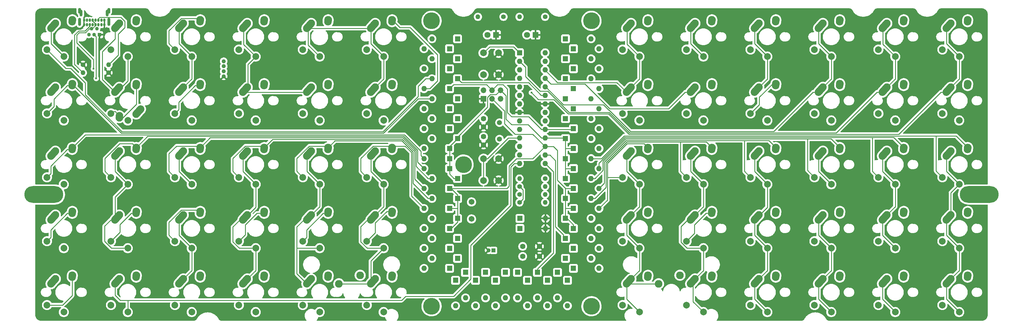
<source format=gbr>
G04 #@! TF.GenerationSoftware,KiCad,Pcbnew,(6.0.0-0)*
G04 #@! TF.CreationDate,2022-02-02T20:38:16+01:00*
G04 #@! TF.ProjectId,lumberjack,6c756d62-6572-46a6-9163-6b2e6b696361,1.6*
G04 #@! TF.SameCoordinates,Original*
G04 #@! TF.FileFunction,Copper,L1,Top*
G04 #@! TF.FilePolarity,Positive*
%FSLAX46Y46*%
G04 Gerber Fmt 4.6, Leading zero omitted, Abs format (unit mm)*
G04 Created by KiCad (PCBNEW (6.0.0-0)) date 2022-02-02 20:38:16*
%MOMM*%
%LPD*%
G01*
G04 APERTURE LIST*
G04 Aperture macros list*
%AMHorizOval*
0 Thick line with rounded ends*
0 $1 width*
0 $2 $3 position (X,Y) of the first rounded end (center of the circle)*
0 $4 $5 position (X,Y) of the second rounded end (center of the circle)*
0 Add line between two ends*
20,1,$1,$2,$3,$4,$5,0*
0 Add two circle primitives to create the rounded ends*
1,1,$1,$2,$3*
1,1,$1,$4,$5*%
G04 Aperture macros list end*
G04 #@! TA.AperFunction,ComponentPad*
%ADD10C,1.600000*%
G04 #@! TD*
G04 #@! TA.AperFunction,ComponentPad*
%ADD11R,1.800000X1.800000*%
G04 #@! TD*
G04 #@! TA.AperFunction,ComponentPad*
%ADD12C,1.800000*%
G04 #@! TD*
G04 #@! TA.AperFunction,ComponentPad*
%ADD13R,1.600000X1.600000*%
G04 #@! TD*
G04 #@! TA.AperFunction,ComponentPad*
%ADD14O,1.600000X1.600000*%
G04 #@! TD*
G04 #@! TA.AperFunction,ComponentPad*
%ADD15C,1.710000*%
G04 #@! TD*
G04 #@! TA.AperFunction,ComponentPad*
%ADD16R,1.200000X1.200000*%
G04 #@! TD*
G04 #@! TA.AperFunction,ComponentPad*
%ADD17C,1.200000*%
G04 #@! TD*
G04 #@! TA.AperFunction,ComponentPad*
%ADD18C,2.000000*%
G04 #@! TD*
G04 #@! TA.AperFunction,WasherPad*
%ADD19C,5.000000*%
G04 #@! TD*
G04 #@! TA.AperFunction,WasherPad*
%ADD20O,11.600000X5.000000*%
G04 #@! TD*
G04 #@! TA.AperFunction,ComponentPad*
%ADD21C,2.286000*%
G04 #@! TD*
G04 #@! TA.AperFunction,ComponentPad*
%ADD22R,1.700000X1.700000*%
G04 #@! TD*
G04 #@! TA.AperFunction,ComponentPad*
%ADD23O,1.700000X1.700000*%
G04 #@! TD*
G04 #@! TA.AperFunction,ComponentPad*
%ADD24C,1.400000*%
G04 #@! TD*
G04 #@! TA.AperFunction,ComponentPad*
%ADD25O,1.400000X1.400000*%
G04 #@! TD*
G04 #@! TA.AperFunction,ComponentPad*
%ADD26C,1.500000*%
G04 #@! TD*
G04 #@! TA.AperFunction,ComponentPad*
%ADD27HorizOval,2.250000X0.019771X0.290016X-0.019771X-0.290016X0*%
G04 #@! TD*
G04 #@! TA.AperFunction,ComponentPad*
%ADD28C,2.250000*%
G04 #@! TD*
G04 #@! TA.AperFunction,ComponentPad*
%ADD29HorizOval,2.250000X0.654995X0.730004X-0.654995X-0.730004X0*%
G04 #@! TD*
G04 #@! TA.AperFunction,ComponentPad*
%ADD30HorizOval,2.250000X-0.019771X-0.290016X0.019771X0.290016X0*%
G04 #@! TD*
G04 #@! TA.AperFunction,ComponentPad*
%ADD31HorizOval,2.250000X-0.654995X-0.730004X0.654995X0.730004X0*%
G04 #@! TD*
G04 #@! TA.AperFunction,ComponentPad*
%ADD32O,0.900000X2.400000*%
G04 #@! TD*
G04 #@! TA.AperFunction,ComponentPad*
%ADD33O,0.900000X1.700000*%
G04 #@! TD*
G04 #@! TA.AperFunction,ComponentPad*
%ADD34O,0.700000X1.000000*%
G04 #@! TD*
G04 #@! TA.AperFunction,ComponentPad*
%ADD35C,1.100000*%
G04 #@! TD*
G04 #@! TA.AperFunction,ComponentPad*
%ADD36O,0.850000X2.000000*%
G04 #@! TD*
G04 #@! TA.AperFunction,ComponentPad*
%ADD37R,1.100000X1.100000*%
G04 #@! TD*
G04 #@! TA.AperFunction,ComponentPad*
%ADD38C,1.244600*%
G04 #@! TD*
G04 #@! TA.AperFunction,ViaPad*
%ADD39C,0.600000*%
G04 #@! TD*
G04 #@! TA.AperFunction,Conductor*
%ADD40C,0.250000*%
G04 #@! TD*
G04 #@! TA.AperFunction,Conductor*
%ADD41C,0.500000*%
G04 #@! TD*
G04 APERTURE END LIST*
D10*
X144065746Y-94059454D03*
X144065746Y-96559454D03*
X144065746Y-88701637D03*
X144065746Y-91201637D03*
D11*
X159543884Y-63698491D03*
D12*
X157003884Y-63698491D03*
D13*
X154781380Y-69056308D03*
D14*
X154781380Y-71596308D03*
X154781380Y-74136308D03*
X154781380Y-76676308D03*
X154781380Y-79216308D03*
X154781380Y-81756308D03*
X154781380Y-84296308D03*
X154781380Y-86836308D03*
X154781380Y-89376308D03*
X154781380Y-91916308D03*
X154781380Y-94456308D03*
X154781380Y-96996308D03*
X154781380Y-99536308D03*
X154781380Y-102076308D03*
X162401380Y-102076308D03*
X162401380Y-99536308D03*
X162401380Y-96996308D03*
X162401380Y-94456308D03*
X162401380Y-91916308D03*
X162401380Y-89376308D03*
X162401380Y-86836308D03*
X162401380Y-84296308D03*
X162401380Y-81756308D03*
X162401380Y-79216308D03*
X162401380Y-76676308D03*
X162401380Y-74136308D03*
X162401380Y-71596308D03*
X162401380Y-69056308D03*
D15*
X140493868Y-113546035D03*
X140493868Y-118626035D03*
D13*
X136326677Y-82748507D03*
D14*
X128706677Y-82748507D03*
D13*
X136326677Y-118467287D03*
D14*
X128706677Y-118467287D03*
D13*
X150614189Y-134540738D03*
D14*
X150614189Y-142160738D03*
D13*
X147637624Y-136921990D03*
D14*
X147637624Y-144541990D03*
D13*
X144661059Y-134540738D03*
D14*
X144661059Y-142160738D03*
D13*
X138707929Y-134540738D03*
D14*
X138707929Y-142160738D03*
D16*
X147042311Y-127992295D03*
D17*
X145542311Y-127992295D03*
D13*
X136326677Y-76795377D03*
D14*
X128706677Y-76795377D03*
D18*
X144065746Y-107156340D03*
X144065746Y-100656340D03*
X148565746Y-100656340D03*
X148565746Y-107156340D03*
D19*
X128587608Y-59531300D03*
X176212648Y-59531300D03*
X128587608Y-144661059D03*
X176212648Y-144661059D03*
D20*
X13096886Y-111323531D03*
X291703370Y-111323531D03*
D13*
X166092327Y-134540738D03*
D14*
X166092327Y-142160738D03*
D11*
X147796372Y-63698491D03*
D12*
X145256372Y-63698491D03*
D13*
X136326677Y-130373547D03*
D14*
X128706677Y-130373547D03*
D13*
X136326677Y-124420417D03*
D14*
X128706677Y-124420417D03*
D13*
X133945425Y-115490722D03*
D14*
X126325425Y-115490722D03*
D13*
X136326677Y-112514157D03*
D14*
X128706677Y-112514157D03*
D13*
X133945425Y-109537592D03*
D14*
X126325425Y-109537592D03*
D13*
X133945425Y-121443852D03*
D14*
X126325425Y-121443852D03*
D13*
X133945425Y-97631332D03*
D14*
X126325425Y-97631332D03*
D13*
X136326677Y-94654767D03*
D14*
X128706677Y-94654767D03*
D13*
X133945425Y-103584462D03*
D14*
X126325425Y-103584462D03*
D13*
X133945425Y-91678202D03*
D14*
X126325425Y-91678202D03*
D13*
X136326677Y-88701637D03*
D14*
X128706677Y-88701637D03*
D13*
X133945425Y-85725072D03*
D14*
X126325425Y-85725072D03*
D13*
X168473579Y-76795377D03*
D14*
X176093579Y-76795377D03*
D13*
X133945425Y-73818812D03*
D14*
X126325425Y-73818812D03*
D13*
X170854831Y-73818812D03*
D14*
X178474831Y-73818812D03*
D13*
X133945425Y-67865682D03*
D14*
X126325425Y-67865682D03*
D13*
X163115762Y-136921990D03*
D14*
X163115762Y-144541990D03*
D18*
X144065746Y-69104751D03*
X144065746Y-75604751D03*
X148565746Y-75604751D03*
X148565746Y-69104751D03*
D10*
X155734510Y-126801669D03*
X160734510Y-126801669D03*
D13*
X135731364Y-136921990D03*
D14*
X135731364Y-144541990D03*
D13*
X170854831Y-115490722D03*
D14*
X178474831Y-115490722D03*
D13*
X169068892Y-136921990D03*
D14*
X169068892Y-144541990D03*
D13*
X170854831Y-79771942D03*
D14*
X178474831Y-79771942D03*
D13*
X168473579Y-64889117D03*
D14*
X176093579Y-64889117D03*
D13*
X170854831Y-67865682D03*
D14*
X178474831Y-67865682D03*
D13*
X168473579Y-82748507D03*
D14*
X176093579Y-82748507D03*
D13*
X170854831Y-97631332D03*
D14*
X178474831Y-97631332D03*
D13*
X170854831Y-91678202D03*
D14*
X178474831Y-91678202D03*
D13*
X168473579Y-94654767D03*
D14*
X176093579Y-94654767D03*
D13*
X168473579Y-106561027D03*
D14*
X176093579Y-106561027D03*
D13*
X170854831Y-103584462D03*
D14*
X178474831Y-103584462D03*
D13*
X168473579Y-100607897D03*
D14*
X176093579Y-100607897D03*
D13*
X170854831Y-85725072D03*
D14*
X178474831Y-85725072D03*
D13*
X168473579Y-112514157D03*
D14*
X176093579Y-112514157D03*
D13*
X170854831Y-109537592D03*
D14*
X178474831Y-109537592D03*
D13*
X168473579Y-118467287D03*
D14*
X176093579Y-118467287D03*
D13*
X168473579Y-88701637D03*
D14*
X176093579Y-88701637D03*
D13*
X168473579Y-70842247D03*
D14*
X176093579Y-70842247D03*
D13*
X170854831Y-133350112D03*
D14*
X178474831Y-133350112D03*
D13*
X168473579Y-124420417D03*
D14*
X176093579Y-124420417D03*
D13*
X154186067Y-134540738D03*
D14*
X154186067Y-142160738D03*
D13*
X170854831Y-121443852D03*
D14*
X178474831Y-121443852D03*
D13*
X170854831Y-127396982D03*
D14*
X178474831Y-127396982D03*
D13*
X168473579Y-130373547D03*
D14*
X176093579Y-130373547D03*
D13*
X157162632Y-136921990D03*
D14*
X157162632Y-144541990D03*
D21*
X202565168Y-135413868D03*
X196215168Y-137953868D03*
X107315088Y-135413868D03*
X100965088Y-137953868D03*
D10*
X155734510Y-129778234D03*
X160734510Y-129778234D03*
D22*
X144065746Y-82748507D03*
D23*
X144065746Y-80208507D03*
X146605746Y-82748507D03*
X146605746Y-80208507D03*
X149145746Y-82748507D03*
X149145746Y-80208507D03*
D19*
X138112616Y-102393836D03*
D13*
X160139197Y-134540738D03*
D14*
X160139197Y-142160738D03*
D13*
X133945425Y-133350112D03*
D14*
X126325425Y-133350112D03*
D13*
X136326677Y-106561027D03*
D14*
X128706677Y-106561027D03*
D13*
X133945425Y-100607897D03*
D14*
X126325425Y-100607897D03*
D13*
X133945425Y-79771942D03*
D14*
X126325425Y-79771942D03*
D24*
X162401380Y-106561027D03*
D25*
X154781380Y-106561027D03*
D26*
X148828250Y-89892263D03*
X148828250Y-94772263D03*
D13*
X133945425Y-127396982D03*
D14*
X126325425Y-127396982D03*
D24*
X154781380Y-113704783D03*
D25*
X162401380Y-113704783D03*
D24*
X150018876Y-58340674D03*
D25*
X142398876Y-58340674D03*
D24*
X162401380Y-58340674D03*
D25*
X154781380Y-58340674D03*
D24*
X154781380Y-111323531D03*
D25*
X162401380Y-111323531D03*
D13*
X154900449Y-121443852D03*
D14*
X162520449Y-121443852D03*
D13*
X154900449Y-118467287D03*
D14*
X162520449Y-118467287D03*
D24*
X32385000Y-75009375D03*
D25*
X24765000Y-75009375D03*
D24*
X24765000Y-72628125D03*
D25*
X32385000Y-72628125D03*
D24*
X154781380Y-108942279D03*
D25*
X162401380Y-108942279D03*
D13*
X136326677Y-64889117D03*
D14*
X128706677Y-64889117D03*
D13*
X136326677Y-70842247D03*
D14*
X128706677Y-70842247D03*
D13*
X141684494Y-136921990D03*
D14*
X141684494Y-144541990D03*
D18*
X14049968Y-68093750D03*
D27*
X21569739Y-59503734D03*
D28*
X21589968Y-59213750D03*
D18*
X19049968Y-70193750D03*
D29*
X15894963Y-61023746D03*
D28*
X16549968Y-60293750D03*
D27*
X21569787Y-78553804D03*
D28*
X21590016Y-78263820D03*
D18*
X14050016Y-87143820D03*
D28*
X16550016Y-79343820D03*
D18*
X19050016Y-89243820D03*
D29*
X15895011Y-80073816D03*
D28*
X21590016Y-97313836D03*
D27*
X21569787Y-97603820D03*
D18*
X14050016Y-106193836D03*
D28*
X16550016Y-98393836D03*
D18*
X19050016Y-108293836D03*
D29*
X15895011Y-99123832D03*
D28*
X21590016Y-116363852D03*
D27*
X21569787Y-116653836D03*
D18*
X14050016Y-125243852D03*
D29*
X15895011Y-118173848D03*
D18*
X19050016Y-127343852D03*
D28*
X16550016Y-117443852D03*
X21590016Y-135413868D03*
D18*
X14050016Y-144293868D03*
D27*
X21569787Y-135703852D03*
D28*
X16550016Y-136493868D03*
D18*
X19050016Y-146393868D03*
D29*
X15895011Y-137223864D03*
D27*
X40619803Y-135703852D03*
D28*
X40640032Y-135413868D03*
D18*
X33100032Y-144293868D03*
D28*
X35600032Y-136493868D03*
D29*
X34945027Y-137223864D03*
D18*
X38100032Y-146393868D03*
X33100032Y-68093804D03*
D27*
X40619803Y-59503788D03*
D28*
X40640032Y-59213804D03*
D18*
X38100032Y-70193804D03*
D28*
X35600032Y-60293804D03*
D29*
X34945027Y-61023800D03*
D27*
X40619803Y-78553804D03*
D18*
X33100032Y-87143820D03*
D28*
X40640032Y-78263820D03*
X35560032Y-88423820D03*
D30*
X35580261Y-88133836D03*
D29*
X34945027Y-80073816D03*
D28*
X40600032Y-87343820D03*
D31*
X41255037Y-86613824D03*
D18*
X38100032Y-89243820D03*
D28*
X35600032Y-79343820D03*
D18*
X33100032Y-106193836D03*
D28*
X40640032Y-97313836D03*
D27*
X40619803Y-97603820D03*
D18*
X38100032Y-108293836D03*
D28*
X35600032Y-98393836D03*
D29*
X34945027Y-99123832D03*
D18*
X33100032Y-125243852D03*
D27*
X40619803Y-116653836D03*
D28*
X40640032Y-116363852D03*
D18*
X38100032Y-127343852D03*
D29*
X34945027Y-118173848D03*
D28*
X35600032Y-117443852D03*
D27*
X59669819Y-116653836D03*
D18*
X52150048Y-125243852D03*
D28*
X59690048Y-116363852D03*
X54650048Y-117443852D03*
D18*
X57150048Y-127343852D03*
D29*
X53995043Y-118173848D03*
D28*
X59690048Y-135413868D03*
D27*
X59669819Y-135703852D03*
D18*
X52150048Y-144293868D03*
D29*
X53995043Y-137223864D03*
D28*
X54650048Y-136493868D03*
D18*
X57150048Y-146393868D03*
X52150048Y-106193836D03*
D28*
X59690048Y-97313836D03*
D27*
X59669819Y-97603820D03*
D28*
X54650048Y-98393836D03*
D18*
X57150048Y-108293836D03*
D29*
X53995043Y-99123832D03*
D18*
X71200064Y-106193836D03*
D27*
X78719835Y-97603820D03*
D28*
X78740064Y-97313836D03*
D29*
X73045059Y-99123832D03*
D18*
X76200064Y-108293836D03*
D28*
X73700064Y-98393836D03*
X78740064Y-116363852D03*
D27*
X78719835Y-116653836D03*
D18*
X71200064Y-125243852D03*
D29*
X73045059Y-118173848D03*
D28*
X73700064Y-117443852D03*
D18*
X76200064Y-127343852D03*
D28*
X78740064Y-135413868D03*
D18*
X71200064Y-144293868D03*
D27*
X78719835Y-135703852D03*
D28*
X73700064Y-136493868D03*
D29*
X73045059Y-137223864D03*
D18*
X76200064Y-146393868D03*
X71200064Y-68093804D03*
D28*
X78740064Y-59213804D03*
D27*
X78719835Y-59503788D03*
D28*
X73700064Y-60293804D03*
D18*
X76200064Y-70193804D03*
D29*
X73045059Y-61023800D03*
D27*
X78719835Y-78553804D03*
D18*
X71200064Y-87143820D03*
D28*
X78740064Y-78263820D03*
D29*
X73045059Y-80073816D03*
D28*
X73700064Y-79343820D03*
D18*
X76200064Y-89243820D03*
D27*
X97769851Y-78553804D03*
D28*
X97790080Y-78263820D03*
D18*
X90250080Y-87143820D03*
D28*
X92750080Y-79343820D03*
D18*
X95250080Y-89243820D03*
D29*
X92095075Y-80073816D03*
D18*
X90250080Y-106193836D03*
D28*
X97790080Y-97313836D03*
D27*
X97769851Y-97603820D03*
D28*
X92750080Y-98393836D03*
D18*
X95250080Y-108293836D03*
D29*
X92095075Y-99123832D03*
D28*
X97790080Y-116363852D03*
D27*
X97769851Y-116653836D03*
D18*
X90250080Y-125243852D03*
D29*
X92095075Y-118173848D03*
D18*
X95250080Y-127343852D03*
D28*
X92750080Y-117443852D03*
D18*
X90250080Y-144293868D03*
D28*
X97790080Y-135413868D03*
D27*
X97769851Y-135703852D03*
D28*
X92750080Y-136493868D03*
D18*
X95250080Y-146393868D03*
D29*
X92095075Y-137223864D03*
D27*
X97769851Y-59503788D03*
D28*
X97790080Y-59213804D03*
D18*
X90250080Y-68093804D03*
D28*
X92750080Y-60293804D03*
D29*
X92095075Y-61023800D03*
D18*
X95250080Y-70193804D03*
X109300096Y-68093804D03*
D28*
X116840096Y-59213804D03*
D27*
X116819867Y-59503788D03*
D28*
X111800096Y-60293804D03*
D18*
X114300096Y-70193804D03*
D29*
X111145091Y-61023800D03*
D18*
X109300096Y-87143820D03*
D27*
X116819867Y-78553804D03*
D28*
X116840096Y-78263820D03*
X111800096Y-79343820D03*
D18*
X114300096Y-89243820D03*
D29*
X111145091Y-80073816D03*
D27*
X116819867Y-97603820D03*
D28*
X116840096Y-97313836D03*
D18*
X109300096Y-106193836D03*
D29*
X111145091Y-99123832D03*
D28*
X111800096Y-98393836D03*
D18*
X114300096Y-108293836D03*
D28*
X116840096Y-116363852D03*
D18*
X109300096Y-125243852D03*
D27*
X116819867Y-116653836D03*
D29*
X111145091Y-118173848D03*
D18*
X114300096Y-127343852D03*
D28*
X111800096Y-117443852D03*
X116840096Y-135413868D03*
D27*
X116819867Y-135703852D03*
D18*
X109300096Y-144293868D03*
X114300096Y-146393868D03*
D28*
X111800096Y-136493868D03*
D29*
X111145091Y-137223864D03*
D27*
X288270011Y-59503788D03*
D28*
X288290240Y-59213804D03*
D18*
X280750240Y-68093804D03*
D29*
X282595235Y-61023800D03*
D28*
X283250240Y-60293804D03*
D18*
X285750240Y-70193804D03*
D28*
X288290240Y-78263820D03*
D27*
X288270011Y-78553804D03*
D18*
X280750240Y-87143820D03*
D29*
X282595235Y-80073816D03*
D18*
X285750240Y-89243820D03*
D28*
X283250240Y-79343820D03*
X288290240Y-97313836D03*
D27*
X288270011Y-97603820D03*
D18*
X280750240Y-106193836D03*
D29*
X282595235Y-99123832D03*
D18*
X285750240Y-108293836D03*
D28*
X283250240Y-98393836D03*
D18*
X280750240Y-125243852D03*
D28*
X288290240Y-116363852D03*
D27*
X288270011Y-116653836D03*
D29*
X282595235Y-118173848D03*
D18*
X285750240Y-127343852D03*
D28*
X283250240Y-117443852D03*
X288290240Y-135413868D03*
D18*
X280750240Y-144293868D03*
D27*
X288270011Y-135703852D03*
D18*
X285750240Y-146393868D03*
D28*
X283250240Y-136493868D03*
D29*
X282595235Y-137223864D03*
D28*
X269240224Y-135413868D03*
D18*
X261700224Y-144293868D03*
D27*
X269219995Y-135703852D03*
D28*
X264200224Y-136493868D03*
D18*
X266700224Y-146393868D03*
D29*
X263545219Y-137223864D03*
D27*
X269219995Y-59503788D03*
D18*
X261700224Y-68093804D03*
D28*
X269240224Y-59213804D03*
D18*
X266700224Y-70193804D03*
D28*
X264200224Y-60293804D03*
D29*
X263545219Y-61023800D03*
D27*
X269219995Y-78553804D03*
D28*
X269240224Y-78263820D03*
D18*
X261700224Y-87143820D03*
D29*
X263545219Y-80073816D03*
D18*
X266700224Y-89243820D03*
D28*
X264200224Y-79343820D03*
D27*
X269219995Y-97603820D03*
D18*
X261700224Y-106193836D03*
D28*
X269240224Y-97313836D03*
D29*
X263545219Y-99123832D03*
D28*
X264200224Y-98393836D03*
D18*
X266700224Y-108293836D03*
D27*
X269219995Y-116653836D03*
D28*
X269240224Y-116363852D03*
D18*
X261700224Y-125243852D03*
D28*
X264200224Y-117443852D03*
D18*
X266700224Y-127343852D03*
D29*
X263545219Y-118173848D03*
D27*
X250169979Y-116653836D03*
D18*
X242650208Y-125243852D03*
D28*
X250190208Y-116363852D03*
X245150208Y-117443852D03*
D18*
X247650208Y-127343852D03*
D29*
X244495203Y-118173848D03*
D18*
X242650208Y-144293868D03*
D27*
X250169979Y-135703852D03*
D28*
X250190208Y-135413868D03*
D18*
X247650208Y-146393868D03*
D29*
X244495203Y-137223864D03*
D28*
X245150208Y-136493868D03*
D18*
X242650208Y-68093804D03*
D27*
X250169979Y-59503788D03*
D28*
X250190208Y-59213804D03*
D29*
X244495203Y-61023800D03*
D28*
X245150208Y-60293804D03*
D18*
X247650208Y-70193804D03*
D27*
X250169979Y-78553804D03*
D28*
X250190208Y-78263820D03*
D18*
X242650208Y-87143820D03*
D28*
X245150208Y-79343820D03*
D29*
X244495203Y-80073816D03*
D18*
X247650208Y-89243820D03*
D27*
X250169979Y-97603820D03*
D18*
X242650208Y-106193836D03*
D28*
X250190208Y-97313836D03*
D29*
X244495203Y-99123832D03*
D28*
X245150208Y-98393836D03*
D18*
X247650208Y-108293836D03*
D28*
X231140192Y-97313836D03*
D27*
X231119963Y-97603820D03*
D18*
X223600192Y-106193836D03*
D28*
X226100192Y-98393836D03*
D18*
X228600192Y-108293836D03*
D29*
X225445187Y-99123832D03*
D28*
X231140192Y-116363852D03*
D18*
X223600192Y-125243852D03*
D27*
X231119963Y-116653836D03*
D28*
X226100192Y-117443852D03*
D29*
X225445187Y-118173848D03*
D18*
X228600192Y-127343852D03*
D27*
X231119963Y-135703852D03*
D28*
X231140192Y-135413868D03*
D18*
X223600192Y-144293868D03*
D28*
X226100192Y-136493868D03*
D29*
X225445187Y-137223864D03*
D18*
X228600192Y-146393868D03*
D27*
X231119963Y-59503788D03*
D18*
X223600192Y-68093804D03*
D28*
X231140192Y-59213804D03*
D29*
X225445187Y-61023800D03*
D28*
X226100192Y-60293804D03*
D18*
X228600192Y-70193804D03*
X223600192Y-87143820D03*
D28*
X231140192Y-78263820D03*
D27*
X231119963Y-78553804D03*
D29*
X225445187Y-80073816D03*
D28*
X226100192Y-79343820D03*
D18*
X228600192Y-89243820D03*
X204550176Y-87143820D03*
D28*
X212090176Y-78263820D03*
D27*
X212069947Y-78553804D03*
D29*
X206395171Y-80073816D03*
D18*
X209550176Y-89243820D03*
D28*
X207050176Y-79343820D03*
D27*
X212069947Y-97603820D03*
D28*
X212090176Y-97313836D03*
D18*
X204550176Y-106193836D03*
X209550176Y-108293836D03*
D29*
X206395171Y-99123832D03*
D28*
X207050176Y-98393836D03*
D27*
X212069947Y-116653836D03*
D18*
X204550176Y-125243852D03*
D28*
X212090176Y-116363852D03*
X207050176Y-117443852D03*
D18*
X209550176Y-127343852D03*
D29*
X206395171Y-118173848D03*
D27*
X212069947Y-135703852D03*
D18*
X204550176Y-144293868D03*
D28*
X212090176Y-135413868D03*
D29*
X206395171Y-137223864D03*
D18*
X209550176Y-146393868D03*
D28*
X207050176Y-136493868D03*
D27*
X212069947Y-59503788D03*
D18*
X204550176Y-68093804D03*
D28*
X212090176Y-59213804D03*
D29*
X206395171Y-61023800D03*
D28*
X207050176Y-60293804D03*
D18*
X209550176Y-70193804D03*
X185500160Y-68093804D03*
D28*
X193040160Y-59213804D03*
D27*
X193019931Y-59503788D03*
D29*
X187345155Y-61023800D03*
D18*
X190500160Y-70193804D03*
D28*
X188000160Y-60293804D03*
D27*
X193019931Y-78553804D03*
D18*
X185500160Y-87143820D03*
D28*
X193040160Y-78263820D03*
D18*
X190500160Y-89243820D03*
D29*
X187345155Y-80073816D03*
D28*
X188000160Y-79343820D03*
D18*
X185500160Y-106193836D03*
D28*
X193040160Y-97313836D03*
D27*
X193019931Y-97603820D03*
D29*
X187345155Y-99123832D03*
D28*
X188000160Y-98393836D03*
D18*
X190500160Y-108293836D03*
X185500160Y-125243852D03*
D28*
X193040160Y-116363852D03*
D27*
X193019931Y-116653836D03*
D29*
X187345155Y-118173848D03*
D18*
X190500160Y-127343852D03*
D28*
X188000160Y-117443852D03*
D27*
X193019931Y-135703852D03*
D18*
X185500160Y-144293868D03*
D28*
X193040160Y-135413868D03*
D29*
X187345155Y-137223864D03*
D18*
X190500160Y-146393868D03*
D28*
X188000160Y-136493868D03*
X59690048Y-59213804D03*
D18*
X52150048Y-68093804D03*
D27*
X59669819Y-59503788D03*
D28*
X54650048Y-60293804D03*
D18*
X57150048Y-70193804D03*
D29*
X53995043Y-61023800D03*
D28*
X59690048Y-78263820D03*
D27*
X59669819Y-78553804D03*
D18*
X52150048Y-87143820D03*
X57150048Y-89243820D03*
D29*
X53995043Y-80073816D03*
D28*
X54650048Y-79343820D03*
D32*
X23778000Y-59880000D03*
X32428000Y-59880000D03*
D33*
X32428000Y-56500000D03*
D34*
X29378000Y-60710000D03*
D35*
X28900000Y-61904000D03*
D36*
X24200000Y-57204000D03*
X32000000Y-57204000D03*
D34*
X26828000Y-59360000D03*
D33*
X23778000Y-56500000D03*
D34*
X26828000Y-60710000D03*
X29378000Y-59360000D03*
D35*
X28100000Y-63654000D03*
D34*
X28528000Y-59360000D03*
X27678000Y-60710000D03*
D35*
X27300000Y-61904000D03*
D34*
X27678000Y-59360000D03*
X28528000Y-60710000D03*
X25128000Y-60710000D03*
X25128000Y-59360000D03*
X31078000Y-60710000D03*
D37*
X29700000Y-63654000D03*
D34*
X31078000Y-59360000D03*
X25978000Y-60710000D03*
X30228000Y-59360000D03*
D35*
X26500000Y-63654000D03*
D34*
X25978000Y-59360000D03*
X30228000Y-60710000D03*
D38*
X66675000Y-76075000D03*
X66675000Y-74575001D03*
X66675000Y-73074999D03*
X66675000Y-71574999D03*
D39*
X25003230Y-66675280D03*
X27800000Y-68200000D03*
X21907592Y-62269949D03*
X66675000Y-103108125D03*
X197644580Y-108347330D03*
X51200000Y-75000000D03*
X47625000Y-83343750D03*
X24050625Y-90249375D03*
X83300000Y-126700000D03*
X40719375Y-67627500D03*
X66436875Y-88106250D03*
X130373547Y-102393836D03*
X256700000Y-127700000D03*
X122039165Y-89296950D03*
X84700000Y-138100000D03*
X236500000Y-110400000D03*
X84800000Y-119000000D03*
X182761091Y-144065746D03*
X158353258Y-80962568D03*
X28700000Y-76700000D03*
X27860742Y-73819060D03*
D40*
X32385000Y-72628125D02*
X35250000Y-69763125D01*
X35250000Y-69763125D02*
X35250000Y-63500000D01*
X35250000Y-63500000D02*
X37250000Y-61500000D01*
X37250000Y-61500000D02*
X37250000Y-59656276D01*
X37250000Y-59656276D02*
X36053657Y-58459933D01*
X36053657Y-58459933D02*
X29740067Y-58459933D01*
X29740067Y-58459933D02*
X29378000Y-58822000D01*
X29378000Y-58822000D02*
X29378000Y-59510000D01*
D41*
X22243986Y-61933555D02*
X21907592Y-62269949D01*
X24054445Y-61933555D02*
X22243986Y-61933555D01*
X25128000Y-60860000D02*
X24054445Y-61933555D01*
D40*
X162401380Y-91916308D02*
X170616725Y-91916308D01*
X205740176Y-137953868D02*
X206455242Y-138668934D01*
X206455242Y-138668934D02*
X206455242Y-143298934D01*
X206455242Y-143298934D02*
X209550176Y-146393868D01*
X280750240Y-106193836D02*
X278845546Y-104289142D01*
X278845546Y-93854520D02*
X278850033Y-93850033D01*
X278845546Y-104289142D02*
X278845546Y-93854520D01*
X223600192Y-106193836D02*
X221814369Y-104408013D01*
X221814369Y-104408013D02*
X221814369Y-95285631D01*
X221814369Y-95285631D02*
X221899934Y-95200066D01*
X162401380Y-76676308D02*
X164095460Y-78370388D01*
X174270388Y-78370388D02*
X181625360Y-85725360D01*
X181625360Y-85725360D02*
X199202190Y-85725360D01*
X199202190Y-85725360D02*
X204123730Y-80803820D01*
X164095460Y-78370388D02*
X174270388Y-78370388D01*
X204123730Y-80803820D02*
X205740176Y-80803820D01*
X223600192Y-87143820D02*
X226219700Y-84524312D01*
X226219700Y-84524312D02*
X226219700Y-82292338D01*
X226219700Y-82292338D02*
X230248218Y-78263820D01*
X59650048Y-59793804D02*
X58669673Y-58813429D01*
X58669673Y-58813429D02*
X54036848Y-58813429D01*
X54036848Y-58813429D02*
X50363649Y-62486628D01*
X50363649Y-62486628D02*
X50363649Y-66307405D01*
X50363649Y-66307405D02*
X52150048Y-68093804D01*
X72628430Y-61992170D02*
X72628430Y-66622170D01*
X72628430Y-66622170D02*
X76200064Y-70193804D01*
X95250080Y-70193804D02*
X91797573Y-66741297D01*
X91797573Y-66741297D02*
X91797573Y-62111297D01*
X109300096Y-106193836D02*
X107513889Y-104407629D01*
X107513889Y-104407629D02*
X107513889Y-100586468D01*
X107513889Y-100586468D02*
X111186896Y-96913461D01*
X111186896Y-96913461D02*
X115819721Y-96913461D01*
X115819721Y-96913461D02*
X116800096Y-97893836D01*
X90250080Y-106193836D02*
X88463809Y-104407565D01*
X88463809Y-104407565D02*
X88463809Y-100586532D01*
X88463809Y-100586532D02*
X92136880Y-96913461D01*
X92136880Y-96913461D02*
X97389705Y-96913461D01*
X71200064Y-106193836D02*
X69413729Y-104407501D01*
X77719689Y-96913461D02*
X78700064Y-97893836D01*
X69413729Y-104407501D02*
X69413729Y-100586596D01*
X69413729Y-100586596D02*
X73086864Y-96913461D01*
X73086864Y-96913461D02*
X77719689Y-96913461D01*
X52150048Y-106193836D02*
X50363649Y-104407437D01*
X50363649Y-104407437D02*
X50363649Y-99136351D01*
X50363649Y-99136351D02*
X52586539Y-96913461D01*
X52586539Y-96913461D02*
X58669673Y-96913461D01*
X58669673Y-96913461D02*
X59650048Y-97893836D01*
X33100032Y-106193836D02*
X31313569Y-104407373D01*
X31313569Y-104407373D02*
X31313569Y-100586724D01*
X31313569Y-100586724D02*
X35711456Y-96188837D01*
X35711456Y-96188837D02*
X39515033Y-96188837D01*
X39515033Y-96188837D02*
X40640032Y-97313836D01*
X38100032Y-127343852D02*
X33239030Y-127343852D01*
X33239030Y-127343852D02*
X31194506Y-125299328D01*
X31194506Y-125299328D02*
X31194506Y-120729882D01*
X31194506Y-120729882D02*
X33020536Y-118903852D01*
X33020536Y-118903852D02*
X34290032Y-118903852D01*
X59650048Y-116943852D02*
X58669673Y-115963477D01*
X58669673Y-115963477D02*
X54036848Y-115963477D01*
X54036848Y-115963477D02*
X50363649Y-119636676D01*
X50363649Y-119636676D02*
X50363649Y-123457453D01*
X50363649Y-123457453D02*
X52150048Y-125243852D01*
X71200064Y-125243852D02*
X73104682Y-123339234D01*
X73104682Y-123339234D02*
X73104682Y-120408244D01*
X73104682Y-120408244D02*
X76569074Y-116943852D01*
X76569074Y-116943852D02*
X78700064Y-116943852D01*
X69413729Y-125418519D02*
X71339062Y-127343852D01*
X71501062Y-118903852D02*
X69413729Y-120991185D01*
X69413729Y-120991185D02*
X69413729Y-125418519D01*
X71339062Y-127343852D02*
X76200064Y-127343852D01*
X95250080Y-127343852D02*
X88463809Y-127343852D01*
X88463809Y-127343852D02*
X88463809Y-120991121D01*
X88463809Y-120991121D02*
X90551078Y-118903852D01*
X91440080Y-137953868D02*
X88463809Y-134977597D01*
X88463809Y-134977597D02*
X88463809Y-127324921D01*
X109300096Y-125243852D02*
X111800157Y-122743791D01*
X111800157Y-122743791D02*
X111800157Y-119812801D01*
X111800157Y-119812801D02*
X115249106Y-116363852D01*
X115249106Y-116363852D02*
X116840096Y-116363852D01*
X114300096Y-127343852D02*
X109439094Y-127343852D01*
X109439094Y-127343852D02*
X107513889Y-125418647D01*
X107513889Y-125418647D02*
X107513889Y-120920001D01*
X107513889Y-120920001D02*
X109530038Y-118903852D01*
X22860096Y-66079965D02*
X22860096Y-63796531D01*
X27860742Y-73819060D02*
X27860625Y-73818943D01*
X27860625Y-71080494D02*
X22860096Y-66079965D01*
X27860625Y-73818943D02*
X27860625Y-71080494D01*
X22860096Y-63796531D02*
X23612398Y-63044229D01*
X23612398Y-63044229D02*
X25491489Y-63044229D01*
X25491489Y-63044229D02*
X26631718Y-61904000D01*
X26631718Y-61904000D02*
X27300000Y-61904000D01*
X26828000Y-61072000D02*
X25391925Y-62508075D01*
X25391925Y-62508075D02*
X23455411Y-62508075D01*
X22264781Y-63698705D02*
X22264781Y-72509156D01*
X23455411Y-62508075D02*
X22264781Y-63698705D01*
X22264781Y-72509156D02*
X24765000Y-75009375D01*
X137517303Y-77986003D02*
X136326677Y-76795377D01*
X161270010Y-81756308D02*
X157499705Y-77986003D01*
X162401380Y-81756308D02*
X161270010Y-81756308D01*
X157499705Y-77986003D02*
X137517303Y-77986003D01*
X151209502Y-86915698D02*
X151209502Y-79892398D01*
X152400128Y-88106324D02*
X151209502Y-86915698D01*
X144978555Y-78581316D02*
X135136051Y-78581316D01*
X148232937Y-78581316D02*
X146605746Y-80208507D01*
X149898420Y-78581316D02*
X148232937Y-78581316D01*
X135136051Y-78581316D02*
X133945425Y-79771942D01*
X151209502Y-79892398D02*
X149898420Y-78581316D01*
X146605746Y-80208507D02*
X144978555Y-78581316D01*
X161329823Y-91916308D02*
X162401380Y-91916308D01*
X161329823Y-91916308D02*
X157519839Y-88106324D01*
X157519839Y-88106324D02*
X152400128Y-88106324D01*
X136326677Y-106561027D02*
X135276677Y-106561027D01*
X145256372Y-82358879D02*
X146072995Y-81542256D01*
X146072995Y-81542256D02*
X147811997Y-81542256D01*
X168473579Y-106561027D02*
X168473579Y-103526421D01*
X170854831Y-103584462D02*
X168531620Y-103584462D01*
X133945425Y-100607897D02*
X133945425Y-97631332D01*
X133945425Y-103584462D02*
X133945425Y-100607897D01*
X133945425Y-97036019D02*
X136326677Y-94654767D01*
X135276677Y-106561027D02*
X133945425Y-105229775D01*
X162401380Y-94456308D02*
X168275120Y-94456308D01*
X161329823Y-94456308D02*
X157374824Y-90501309D01*
X168473579Y-97723579D02*
X168473579Y-94654767D01*
X136326677Y-94200080D02*
X145256372Y-85270385D01*
X147811997Y-81542256D02*
X149145746Y-80208507D01*
X168531620Y-103584462D02*
X168473579Y-103526421D01*
X168565826Y-97631332D02*
X168473579Y-97723579D01*
X170854831Y-97631332D02*
X168565826Y-97631332D01*
X161329823Y-94456308D02*
X162401380Y-94456308D01*
X168473579Y-100607897D02*
X168473579Y-97723579D01*
X133945425Y-105229775D02*
X133945425Y-103584462D01*
X168473579Y-103526421D02*
X168473579Y-100607897D01*
X152413861Y-90501309D02*
X150759491Y-88846939D01*
X145256372Y-85270385D02*
X145256372Y-82358879D01*
X150759491Y-88846939D02*
X150759491Y-81822252D01*
X157374824Y-90501309D02*
X152413861Y-90501309D01*
X150759491Y-81822252D02*
X149145746Y-80208507D01*
X136326677Y-119517287D02*
X134400112Y-121443852D01*
X136326677Y-115423323D02*
X136326677Y-112514157D01*
X162401380Y-96996308D02*
X158736379Y-93331307D01*
X168473579Y-118467287D02*
X168473579Y-115473579D01*
X158736379Y-100661309D02*
X153894316Y-100661309D01*
X136326677Y-112514157D02*
X136326677Y-111464157D01*
X162401380Y-96996308D02*
X158736379Y-100661309D01*
X150309480Y-86452241D02*
X146605746Y-82748507D01*
X166092327Y-107092327D02*
X166092327Y-98226645D01*
X153894316Y-100661309D02*
X151685625Y-102870000D01*
X170259518Y-109537592D02*
X168537592Y-109537592D01*
X136326677Y-118467287D02*
X136326677Y-119517287D01*
X168490722Y-115490722D02*
X168473579Y-115473579D01*
X151685625Y-102870000D02*
X151685625Y-108823125D01*
X136326677Y-118467287D02*
X136326677Y-115423323D01*
X164861990Y-96996308D02*
X162401380Y-96996308D01*
X166092327Y-98226645D02*
X164861990Y-96996308D01*
X168473579Y-115473579D02*
X168473579Y-112514157D01*
X151685625Y-108823125D02*
X150971158Y-109537592D01*
X136326677Y-111464157D02*
X134400112Y-109537592D01*
X166092327Y-107092327D02*
X168537592Y-109537592D01*
X150309480Y-90223965D02*
X150309480Y-86452241D01*
X133945425Y-109537592D02*
X150971158Y-109537592D01*
X133945425Y-115490722D02*
X136259278Y-115490722D01*
X170854831Y-115490722D02*
X168490722Y-115490722D01*
X168473579Y-112514157D02*
X168473579Y-109473579D01*
X170854831Y-120393852D02*
X168928266Y-118467287D01*
X136259278Y-115490722D02*
X136326677Y-115423323D01*
X153416822Y-93331307D02*
X150309480Y-90223965D01*
X158736379Y-93331307D02*
X153416822Y-93331307D01*
X170854831Y-121443852D02*
X170854831Y-120393852D01*
X165497014Y-101203210D02*
X165497014Y-120989165D01*
X165497014Y-120989165D02*
X167878266Y-123370417D01*
X167878266Y-123370417D02*
X167878266Y-124420417D01*
X162401380Y-99536308D02*
X163830112Y-99536308D01*
X163830112Y-99536308D02*
X165497014Y-101203210D01*
X164901701Y-128728234D02*
X160139197Y-133490738D01*
X160139197Y-133490738D02*
X160139197Y-134540738D01*
X162401380Y-102076308D02*
X164901701Y-104576629D01*
X164901701Y-104576629D02*
X164901701Y-128728234D01*
X144065746Y-69104751D02*
X145900128Y-67270369D01*
X145900128Y-67270369D02*
X152995441Y-67270369D01*
X152995441Y-67270369D02*
X154781380Y-69056308D01*
X91440080Y-104483836D02*
X95250080Y-108293836D01*
X91440080Y-99853836D02*
X91440080Y-104483836D01*
X95250080Y-108293836D02*
X95250080Y-114943852D01*
X91440080Y-80803820D02*
X72390064Y-80803820D01*
X95250080Y-114943852D02*
X92750080Y-117443852D01*
X144065746Y-100656340D02*
X145207929Y-100656340D01*
X145207929Y-100656340D02*
X151407961Y-94456308D01*
X151407961Y-94456308D02*
X154781380Y-94456308D01*
X73881163Y-72512705D02*
X73881163Y-79162721D01*
X76200064Y-70193804D02*
X73881163Y-72512705D01*
X144065746Y-100656340D02*
X144065746Y-107156340D01*
X34290032Y-141376420D02*
X35813612Y-142900000D01*
X38100032Y-142900032D02*
X38100000Y-142900000D01*
X135136051Y-141684494D02*
X140255625Y-136564920D01*
X15239968Y-61753750D02*
X15239968Y-66383750D01*
X119633033Y-142900000D02*
X120848539Y-141684494D01*
X38100000Y-142900000D02*
X119633033Y-142900000D01*
X152161875Y-103108125D02*
X153193692Y-102076308D01*
X34290032Y-137953868D02*
X34290032Y-141376420D01*
X140255625Y-126444375D02*
X152161875Y-114538125D01*
X35813612Y-142900000D02*
X38100000Y-142900000D01*
X153193692Y-102076308D02*
X154781380Y-102076308D01*
X120848539Y-141684494D02*
X135136051Y-141684494D01*
X140255625Y-136564920D02*
X140255625Y-126444375D01*
X38100032Y-146393868D02*
X38100032Y-142900032D01*
X152161875Y-114538125D02*
X152161875Y-103108125D01*
X15239968Y-66383750D02*
X19049968Y-70193750D01*
X34290032Y-118903852D02*
X34290032Y-112103836D01*
X34740032Y-80803820D02*
X38100032Y-77443820D01*
X53340048Y-118903852D02*
X53340048Y-123533852D01*
X34290032Y-104483836D02*
X34290032Y-99853836D01*
X30480000Y-76993788D02*
X34290032Y-80803820D01*
X53340048Y-123533852D02*
X57150048Y-127343852D01*
X38100032Y-108293836D02*
X34290032Y-104483836D01*
X30480000Y-68720000D02*
X30480000Y-76993788D01*
X34290032Y-61753804D02*
X34290032Y-64909968D01*
X38100032Y-70193804D02*
X38100032Y-77443820D01*
X34290032Y-64909968D02*
X30480000Y-68720000D01*
X57150048Y-127343852D02*
X57150048Y-133993868D01*
X34290032Y-112103836D02*
X38100032Y-108293836D01*
X57150048Y-133993868D02*
X54650048Y-136493868D01*
X57150048Y-76843820D02*
X54650048Y-79343820D01*
X76200064Y-127343852D02*
X76200064Y-133993868D01*
X53340048Y-99853836D02*
X53340048Y-104483836D01*
X57150048Y-70193804D02*
X57150048Y-76843820D01*
X72390064Y-99853836D02*
X72390064Y-104483836D01*
X53340048Y-61753804D02*
X53340048Y-66383804D01*
X72390064Y-118903852D02*
X76200064Y-115093852D01*
X72390064Y-104483836D02*
X76200064Y-108293836D01*
X53340048Y-66383804D02*
X57150048Y-70193804D01*
X76200064Y-133993868D02*
X73700064Y-136493868D01*
X76200064Y-115093852D02*
X76200064Y-108293836D01*
X53340048Y-104483836D02*
X57150048Y-108293836D01*
X110490096Y-137953868D02*
X110490096Y-131153852D01*
X110490096Y-61753804D02*
X110490096Y-66383804D01*
X110490096Y-66383804D02*
X114300096Y-70193804D01*
X114300096Y-108293836D02*
X114300096Y-114943852D01*
X110490096Y-131153852D02*
X114300096Y-127343852D01*
X114300096Y-114943852D02*
X111800096Y-117443852D01*
X100965088Y-137953868D02*
X110490096Y-137953868D01*
X114300096Y-76843820D02*
X111800096Y-79343820D01*
X91440080Y-61753804D02*
X110490096Y-61753804D01*
X110490096Y-104483836D02*
X114300096Y-108293836D01*
X110490096Y-99853836D02*
X110490096Y-104483836D01*
X114300096Y-70193804D02*
X114300096Y-76843820D01*
X267727592Y-93400022D02*
X280323794Y-80803820D01*
X281940240Y-123533852D02*
X285750240Y-127343852D01*
X179201316Y-87300000D02*
X181300000Y-87300000D01*
X262890224Y-137953868D02*
X262890224Y-142583868D01*
X187400021Y-93400022D02*
X267727592Y-93400022D01*
X281940240Y-118903852D02*
X281940240Y-123533852D01*
X280323794Y-80803820D02*
X281940240Y-80803820D01*
X285750240Y-108293836D02*
X283250240Y-110793836D01*
X285750240Y-133993868D02*
X283250240Y-136493868D01*
X281940240Y-104483836D02*
X285750240Y-108293836D01*
X262890224Y-142583868D02*
X266700224Y-146393868D01*
X165028472Y-83000000D02*
X169328472Y-87300000D01*
X285750240Y-127343852D02*
X285750240Y-133993868D01*
X285750240Y-76843820D02*
X283250240Y-79343820D01*
X177748430Y-87300084D02*
X179201232Y-87300084D01*
X283250240Y-110793836D02*
X283250240Y-117443852D01*
X169328472Y-87300000D02*
X169608346Y-87300000D01*
X285750240Y-70193804D02*
X285750240Y-76843820D01*
X181300000Y-87300000D02*
X187400021Y-93400022D01*
X281940240Y-61753804D02*
X281940240Y-66383804D01*
X281940240Y-137953868D02*
X281940240Y-142583868D01*
X169608346Y-87300000D02*
X169608430Y-87300084D01*
X177748346Y-87300000D02*
X177748430Y-87300084D01*
X169608430Y-87300084D02*
X172101232Y-87300084D01*
X172101316Y-87300000D02*
X177748346Y-87300000D01*
X281940240Y-142583868D02*
X285750240Y-146393868D01*
X179201232Y-87300084D02*
X179201316Y-87300000D01*
X160390690Y-83000000D02*
X165028472Y-83000000D01*
X158353258Y-80962568D02*
X160390690Y-83000000D01*
X281940240Y-66383804D02*
X285750240Y-70193804D01*
X172101232Y-87300084D02*
X172101316Y-87300000D01*
X281940240Y-99853836D02*
X281940240Y-104483836D01*
X177934830Y-86850073D02*
X179014832Y-86850073D01*
X263025225Y-61888805D02*
X263025225Y-66518805D01*
X187586421Y-92950011D02*
X249127587Y-92950011D01*
X177934746Y-86849989D02*
X177934830Y-86850073D01*
X262890224Y-123533852D02*
X266700224Y-127343852D01*
X262890224Y-104483836D02*
X266700224Y-108293836D01*
X261273778Y-80803820D02*
X262890224Y-80803820D01*
X171914916Y-86849989D02*
X177934746Y-86849989D01*
X266700224Y-70193804D02*
X266700224Y-76843820D01*
X179014916Y-86849989D02*
X181486400Y-86849989D01*
X156567319Y-73382247D02*
X156567319Y-76200064D01*
X243840208Y-123533852D02*
X247650208Y-127343852D01*
X263025225Y-66518805D02*
X266700224Y-70193804D01*
X243840208Y-118903852D02*
X243840208Y-123533852D01*
X163207410Y-80500000D02*
X169557399Y-86849989D01*
X179014832Y-86850073D02*
X179014916Y-86849989D01*
X243840208Y-142583868D02*
X247650208Y-146393868D01*
X262890224Y-118903852D02*
X262890224Y-123533852D01*
X266700224Y-114943852D02*
X264200224Y-117443852D01*
X171914832Y-86850073D02*
X171914916Y-86849989D01*
X169794830Y-86850073D02*
X171914832Y-86850073D01*
X247650208Y-127343852D02*
X247650208Y-133993868D01*
X249127587Y-92950011D02*
X261273778Y-80803820D01*
X169794746Y-86849989D02*
X169794830Y-86850073D01*
X262890224Y-99853836D02*
X262890224Y-104483836D01*
X266700224Y-108293836D02*
X266700224Y-114943852D01*
X160867255Y-80500000D02*
X163207410Y-80500000D01*
X156567319Y-76200064D02*
X160867255Y-80500000D01*
X266700224Y-76843820D02*
X264200224Y-79343820D01*
X154781380Y-71596308D02*
X156567319Y-73382247D01*
X243840208Y-137953868D02*
X243840208Y-142583868D01*
X247650208Y-133993868D02*
X245150208Y-136493868D01*
X169557399Y-86849989D02*
X169794746Y-86849989D01*
X181486400Y-86849989D02*
X187586421Y-92950011D01*
X247650208Y-70193804D02*
X247650208Y-76843820D01*
X243840208Y-66383804D02*
X247650208Y-70193804D01*
X224790192Y-123533852D02*
X228600192Y-127343852D01*
X247650208Y-76843820D02*
X245150208Y-79343820D01*
X224790192Y-142583868D02*
X228600192Y-146393868D01*
X179798035Y-84534446D02*
X181413600Y-86150011D01*
X224790192Y-104483836D02*
X228600192Y-108293836D01*
X228600192Y-115093852D02*
X224790192Y-118903852D01*
X228600192Y-133993868D02*
X226100192Y-136493868D01*
X181413600Y-86150011D02*
X181450011Y-86150011D01*
X181450011Y-86150011D02*
X187800000Y-92500000D01*
X224790192Y-99853836D02*
X224790192Y-104483836D01*
X228600192Y-108293836D02*
X228600192Y-115093852D01*
X224790192Y-137953868D02*
X224790192Y-142583868D01*
X242223762Y-80803820D02*
X243840208Y-80803820D01*
X230527582Y-92500000D02*
X242223762Y-80803820D01*
X243840208Y-104483836D02*
X247650208Y-108293836D01*
X187800000Y-92500000D02*
X230527582Y-92500000D01*
X167878266Y-84534446D02*
X179798035Y-84534446D01*
X162560128Y-79216308D02*
X167878266Y-84534446D01*
X224790192Y-118903852D02*
X224790192Y-123533852D01*
X243840208Y-61753804D02*
X243840208Y-66383804D01*
X228600192Y-127343852D02*
X228600192Y-133993868D01*
X243840208Y-99853836D02*
X243840208Y-104483836D01*
X204689174Y-127343852D02*
X202875175Y-125529853D01*
X205740176Y-104483836D02*
X209550176Y-108293836D01*
X209550176Y-108293836D02*
X209550176Y-114943852D01*
X224790192Y-66383804D02*
X228600192Y-70193804D01*
X209550176Y-133993868D02*
X207050176Y-136493868D01*
X228600192Y-76843820D02*
X226100192Y-79343820D01*
X209550176Y-127343852D02*
X209550176Y-133993868D01*
X209550176Y-127343852D02*
X204689174Y-127343852D01*
X224790192Y-61753804D02*
X224790192Y-66383804D01*
X228600192Y-70193804D02*
X228600192Y-76843820D01*
X209550176Y-114943852D02*
X207050176Y-117443852D01*
X205740176Y-99853836D02*
X205740176Y-104483836D01*
X202875175Y-120879851D02*
X204851174Y-118903852D01*
X202875175Y-125529853D02*
X202875175Y-120879851D01*
X25400000Y-78000000D02*
X25400000Y-81600000D01*
X124600000Y-79100000D02*
X126904623Y-76795377D01*
X124600000Y-82100000D02*
X124600000Y-79100000D01*
X25400000Y-81600000D02*
X36400000Y-92600000D01*
X21153962Y-73753962D02*
X25400000Y-78000000D01*
X126904623Y-76795377D02*
X128706677Y-76795377D01*
X14049968Y-68093750D02*
X19710180Y-73753962D01*
X19710180Y-73753962D02*
X21153962Y-73753962D01*
X114100000Y-92600000D02*
X124600000Y-82100000D01*
X36400000Y-92600000D02*
X114100000Y-92600000D01*
X16100000Y-85093836D02*
X16100000Y-82861862D01*
X36213600Y-93050011D02*
X22007409Y-78843820D01*
X20118042Y-78843820D02*
X21550016Y-78843820D01*
X124587904Y-82748507D02*
X114286400Y-93050011D01*
X16100000Y-82861862D02*
X20118042Y-78843820D01*
X114286400Y-93050011D02*
X36213600Y-93050011D01*
X128706677Y-82748507D02*
X124587904Y-82748507D01*
X14050016Y-87143820D02*
X16100000Y-85093836D01*
X120494597Y-93500022D02*
X125416131Y-98421556D01*
X125416131Y-99698603D02*
X126325425Y-100607897D01*
X14050016Y-106193836D02*
X15170017Y-105073835D01*
X125416131Y-98421556D02*
X125416132Y-99698603D01*
X15170017Y-102841861D02*
X20118042Y-97893836D01*
X25403830Y-93500022D02*
X120494597Y-93500022D01*
X20118042Y-97893836D02*
X21550016Y-97893836D01*
X15170017Y-105073835D02*
X15170017Y-102841861D01*
X21590016Y-97313836D02*
X25403830Y-93500022D01*
X20118042Y-116943852D02*
X21550016Y-116943852D01*
X14050016Y-125243852D02*
X15170017Y-124123851D01*
X15170017Y-124123851D02*
X15170017Y-121891877D01*
X15170017Y-121891877D02*
X20118042Y-116943852D01*
X14050016Y-144293868D02*
X18681990Y-144293868D01*
X18681990Y-144293868D02*
X21550016Y-141425842D01*
X21550016Y-141425842D02*
X21550016Y-135993868D01*
X34375031Y-86618819D02*
X33100032Y-86618819D01*
X36576180Y-88423820D02*
X40640032Y-84359968D01*
X40640032Y-84359968D02*
X40640032Y-78263820D01*
X35560032Y-88423820D02*
X36576180Y-88423820D01*
X35600032Y-87843820D02*
X34375031Y-86618819D01*
X44003835Y-93950033D02*
X120308197Y-93950033D01*
X40640032Y-97313836D02*
X44003835Y-93950033D01*
X120308197Y-93950033D02*
X124434522Y-98076358D01*
X124434522Y-98076358D02*
X124434522Y-101693559D01*
X124434522Y-101693559D02*
X126325425Y-103584462D01*
X35781131Y-122562753D02*
X35781131Y-120330779D01*
X39168058Y-116943852D02*
X40600032Y-116943852D01*
X33100032Y-125243852D02*
X35781131Y-122562753D01*
X35781131Y-120330779D02*
X39168058Y-116943852D01*
X52150048Y-87143820D02*
X53270049Y-86023819D01*
X58218074Y-78843820D02*
X59650048Y-78843820D01*
X53270049Y-83791845D02*
X58218074Y-78843820D01*
X53270049Y-86023819D02*
X53270049Y-83791845D01*
X59690048Y-97313836D02*
X62603840Y-94400044D01*
X62603840Y-94400044D02*
X120121797Y-94400044D01*
X120121797Y-94400044D02*
X123984511Y-98262758D01*
X127575307Y-106561027D02*
X128706677Y-106561027D01*
X123984511Y-98262758D02*
X123984511Y-102970231D01*
X123984511Y-102970231D02*
X127575307Y-106561027D01*
X123534500Y-106746667D02*
X126325425Y-109537592D01*
X81203845Y-94850055D02*
X119935397Y-94850055D01*
X123534500Y-98449158D02*
X123534500Y-106746667D01*
X119935397Y-94850055D02*
X123534500Y-98449158D01*
X78740064Y-97313836D02*
X81203845Y-94850055D01*
X127575307Y-112514157D02*
X128706677Y-112514157D01*
X123084489Y-98635558D02*
X123084489Y-108023339D01*
X119748997Y-95300066D02*
X123084489Y-98635558D01*
X123084489Y-108023339D02*
X127575307Y-112514157D01*
X99803850Y-95300066D02*
X119748997Y-95300066D01*
X97790080Y-97313836D02*
X99803850Y-95300066D01*
X91370081Y-124123851D02*
X91370081Y-121891877D01*
X90250080Y-125243852D02*
X91370081Y-124123851D01*
X96318106Y-116943852D02*
X97750080Y-116943852D01*
X91370081Y-121891877D02*
X96318106Y-116943852D01*
X126325425Y-79771942D02*
X128022201Y-79771942D01*
X119126292Y-61500000D02*
X116840096Y-59213804D01*
X130373547Y-69651621D02*
X122221926Y-61500000D01*
X130373547Y-77420596D02*
X130373547Y-69651621D01*
X128022201Y-79771942D02*
X130373547Y-77420596D01*
X122221926Y-61500000D02*
X119126292Y-61500000D01*
X117253932Y-96900000D02*
X120712520Y-96900000D01*
X120712520Y-96900000D02*
X122634478Y-98821958D01*
X122634478Y-98821958D02*
X122634478Y-111799775D01*
X122634478Y-111799775D02*
X126325425Y-115490722D01*
X179192103Y-100607897D02*
X176093579Y-100607897D01*
X284826437Y-93850033D02*
X278850033Y-93850033D01*
X278850033Y-93850033D02*
X185949967Y-93850033D01*
X185949967Y-93850033D02*
X179192103Y-100607897D01*
X288290240Y-97313836D02*
X284826437Y-93850033D01*
X269240224Y-97313836D02*
X266226432Y-94300044D01*
X261700224Y-106193836D02*
X259900044Y-104393656D01*
X259900044Y-104393656D02*
X259900044Y-94300044D01*
X266226432Y-94300044D02*
X259900044Y-94300044D01*
X186136366Y-94300044D02*
X178474831Y-101961579D01*
X259900044Y-94300044D02*
X186136366Y-94300044D01*
X178474831Y-101961579D02*
X178474831Y-103584462D01*
X179625119Y-101447703D02*
X179625119Y-104160857D01*
X179625119Y-104160857D02*
X177224949Y-106561027D01*
X186322766Y-94750055D02*
X179625119Y-101447703D01*
X177224949Y-106561027D02*
X176093579Y-106561027D01*
X242650208Y-106193836D02*
X240550055Y-104093683D01*
X250190208Y-97313836D02*
X247626427Y-94750055D01*
X240550055Y-94750055D02*
X186322766Y-94750055D01*
X240550055Y-104093683D02*
X240550055Y-94750055D01*
X247626427Y-94750055D02*
X240550055Y-94750055D01*
X231140192Y-97313836D02*
X229026422Y-95200066D01*
X229026422Y-95200066D02*
X221899934Y-95200066D01*
X180075130Y-107937293D02*
X178474831Y-109537592D01*
X186509166Y-95200066D02*
X180075130Y-101634101D01*
X221899934Y-95200066D02*
X186509166Y-95200066D01*
X180075130Y-101634101D02*
X180075130Y-107937293D01*
X202749923Y-104393583D02*
X202749923Y-95650077D01*
X177224949Y-112514157D02*
X176093579Y-112514157D01*
X186695565Y-95650077D02*
X180525141Y-101820500D01*
X202749923Y-95650077D02*
X186695565Y-95650077D01*
X180525141Y-101820500D02*
X180525141Y-109213965D01*
X212090176Y-97313836D02*
X210426417Y-95650077D01*
X180525141Y-109213965D02*
X177224949Y-112514157D01*
X204550176Y-106193836D02*
X202749923Y-104393583D01*
X210426417Y-95650077D02*
X202749923Y-95650077D01*
X210356148Y-116943852D02*
X212050176Y-116943852D01*
X204550176Y-125243852D02*
X206900000Y-122894028D01*
X206900000Y-122894028D02*
X206900000Y-120400000D01*
X206900000Y-120400000D02*
X210356148Y-116943852D01*
X191915161Y-96188837D02*
X186793214Y-96188837D01*
X186793214Y-96188837D02*
X180975152Y-102006899D01*
X185500160Y-106193836D02*
X181044140Y-106193836D01*
X180975152Y-106124848D02*
X180975152Y-112990401D01*
X181044140Y-106193836D02*
X180975152Y-106124848D01*
X193040160Y-97313836D02*
X191915161Y-96188837D01*
X180975152Y-102006899D02*
X180975152Y-106124848D01*
X180975152Y-112990401D02*
X178474831Y-115490722D01*
X190500160Y-114943852D02*
X188000160Y-117443852D01*
X186825161Y-66518805D02*
X190500160Y-70193804D01*
X190500160Y-70193804D02*
X190500160Y-76843820D01*
X190500160Y-127343852D02*
X190500160Y-133993868D01*
X190500160Y-108293836D02*
X190500160Y-114943852D01*
X186690160Y-137953868D02*
X186690160Y-142583868D01*
X205740176Y-66383804D02*
X209550176Y-70193804D01*
X205740176Y-61753804D02*
X205740176Y-66383804D01*
X186690160Y-104483836D02*
X190500160Y-108293836D01*
X190500160Y-76843820D02*
X188000160Y-79343820D01*
X166090459Y-77920378D02*
X183806718Y-77920378D01*
X186690160Y-142583868D02*
X190500160Y-146393868D01*
X183806718Y-77920378D02*
X186690160Y-80803820D01*
X186825161Y-61888805D02*
X186825161Y-66518805D01*
X186690160Y-118903852D02*
X186690160Y-123533852D01*
X186690160Y-99853836D02*
X186690160Y-104483836D01*
X186690160Y-123533852D02*
X190500160Y-127343852D01*
X190500160Y-133993868D02*
X188000160Y-136493868D01*
X186690160Y-137953868D02*
X196215168Y-137953868D01*
X162401380Y-74231299D02*
X166090459Y-77920378D01*
X28700000Y-64210000D02*
X28700000Y-76700000D01*
X28100000Y-63610000D02*
X28700000Y-64210000D01*
X155806381Y-109967280D02*
X155806381Y-112679782D01*
X28528000Y-60864608D02*
X27532608Y-61860000D01*
X155806381Y-112679782D02*
X154781380Y-113704783D01*
X154781380Y-108942279D02*
X155806381Y-109967280D01*
X28528000Y-60428000D02*
X27678000Y-59578000D01*
G04 #@! TA.AperFunction,Conductor*
G36*
X278154167Y-94503535D02*
G01*
X278200660Y-94557191D01*
X278212046Y-94609533D01*
X278212046Y-104210375D01*
X278211519Y-104221558D01*
X278209844Y-104229051D01*
X278210093Y-104236977D01*
X278210093Y-104236978D01*
X278211984Y-104297128D01*
X278212046Y-104301087D01*
X278212046Y-104328998D01*
X278212543Y-104332932D01*
X278212543Y-104332933D01*
X278212551Y-104332998D01*
X278213484Y-104344835D01*
X278214873Y-104389031D01*
X278219666Y-104405528D01*
X278220524Y-104408481D01*
X278224533Y-104427842D01*
X278227072Y-104447939D01*
X278229991Y-104455310D01*
X278229991Y-104455312D01*
X278243350Y-104489054D01*
X278247195Y-104500284D01*
X278254910Y-104526840D01*
X278259528Y-104542735D01*
X278263561Y-104549554D01*
X278263563Y-104549559D01*
X278269839Y-104560170D01*
X278278534Y-104577918D01*
X278285994Y-104596759D01*
X278290656Y-104603175D01*
X278290656Y-104603176D01*
X278311982Y-104632529D01*
X278318498Y-104642449D01*
X278336696Y-104673219D01*
X278341004Y-104680504D01*
X278355325Y-104694825D01*
X278368165Y-104709858D01*
X278380074Y-104726249D01*
X278405025Y-104746890D01*
X278414151Y-104754440D01*
X278422930Y-104762430D01*
X279275876Y-105615376D01*
X279309902Y-105677688D01*
X279309300Y-105733885D01*
X279260765Y-105936050D01*
X279255705Y-105957125D01*
X279237075Y-106193836D01*
X279255705Y-106430547D01*
X279256859Y-106435354D01*
X279256860Y-106435360D01*
X279277461Y-106521167D01*
X279311135Y-106661430D01*
X279313028Y-106666001D01*
X279313029Y-106666003D01*
X279396213Y-106866827D01*
X279402000Y-106880799D01*
X279404586Y-106885019D01*
X279523481Y-107079038D01*
X279523485Y-107079044D01*
X279526064Y-107083252D01*
X279680271Y-107263805D01*
X279860824Y-107418012D01*
X279865032Y-107420591D01*
X279865038Y-107420595D01*
X279972476Y-107486433D01*
X280063277Y-107542076D01*
X280067847Y-107543969D01*
X280067851Y-107543971D01*
X280257919Y-107622699D01*
X280282646Y-107632941D01*
X280362849Y-107652196D01*
X280508716Y-107687216D01*
X280508722Y-107687217D01*
X280513529Y-107688371D01*
X280750240Y-107707001D01*
X280986951Y-107688371D01*
X280991758Y-107687217D01*
X280991764Y-107687216D01*
X281137631Y-107652196D01*
X281217834Y-107632941D01*
X281242561Y-107622699D01*
X281432629Y-107543971D01*
X281432633Y-107543969D01*
X281437203Y-107542076D01*
X281528004Y-107486433D01*
X281635442Y-107420595D01*
X281635448Y-107420591D01*
X281639656Y-107418012D01*
X281820209Y-107263805D01*
X281974416Y-107083252D01*
X281976995Y-107079044D01*
X281976999Y-107079038D01*
X282095894Y-106885019D01*
X282098480Y-106880799D01*
X282104268Y-106866827D01*
X282187451Y-106666003D01*
X282187452Y-106666001D01*
X282189345Y-106661430D01*
X282223019Y-106521167D01*
X282243620Y-106435360D01*
X282243621Y-106435354D01*
X282244775Y-106430547D01*
X282263405Y-106193836D01*
X282248264Y-106001452D01*
X282262860Y-105931972D01*
X282312703Y-105881412D01*
X282381967Y-105865826D01*
X282448663Y-105890161D01*
X282462971Y-105902471D01*
X284275876Y-107715376D01*
X284309902Y-107777688D01*
X284309300Y-107833885D01*
X284264507Y-108020464D01*
X284255705Y-108057125D01*
X284237075Y-108293836D01*
X284255705Y-108530547D01*
X284256859Y-108535354D01*
X284256860Y-108535360D01*
X284309300Y-108753787D01*
X284305753Y-108824695D01*
X284275876Y-108872296D01*
X283565434Y-109582737D01*
X282857987Y-110290184D01*
X282849701Y-110297724D01*
X282843222Y-110301836D01*
X282837797Y-110307613D01*
X282796597Y-110351487D01*
X282793842Y-110354329D01*
X282774105Y-110374066D01*
X282771625Y-110377263D01*
X282763922Y-110386283D01*
X282733654Y-110418515D01*
X282729835Y-110425461D01*
X282729833Y-110425464D01*
X282723892Y-110436270D01*
X282713041Y-110452789D01*
X282700626Y-110468795D01*
X282697481Y-110476064D01*
X282697478Y-110476068D01*
X282683066Y-110509373D01*
X282677849Y-110520023D01*
X282656545Y-110558776D01*
X282654574Y-110566451D01*
X282654574Y-110566452D01*
X282651507Y-110578398D01*
X282645103Y-110597102D01*
X282637059Y-110615691D01*
X282635820Y-110623514D01*
X282635817Y-110623524D01*
X282630141Y-110659360D01*
X282627735Y-110670980D01*
X282626076Y-110677443D01*
X282616740Y-110713806D01*
X282616740Y-110734060D01*
X282615189Y-110753770D01*
X282612020Y-110773779D01*
X282612766Y-110781671D01*
X282616181Y-110817797D01*
X282616740Y-110829655D01*
X282616740Y-115853978D01*
X282596738Y-115922099D01*
X282538957Y-115970387D01*
X282510929Y-115981996D01*
X282510923Y-115981999D01*
X282506353Y-115983892D01*
X282474139Y-116003633D01*
X282462756Y-116009826D01*
X282432942Y-116024110D01*
X282432935Y-116024114D01*
X282428479Y-116026249D01*
X282361649Y-116072352D01*
X282355960Y-116076053D01*
X282291346Y-116115648D01*
X282291339Y-116115653D01*
X282287124Y-116118236D01*
X282258393Y-116142775D01*
X282248133Y-116150661D01*
X282216835Y-116172252D01*
X282158033Y-116228249D01*
X282152991Y-116232796D01*
X282095376Y-116282003D01*
X282095371Y-116282008D01*
X282091609Y-116285221D01*
X282088396Y-116288983D01*
X282088388Y-116288991D01*
X282022397Y-116366257D01*
X282020369Y-116368574D01*
X280683199Y-117858874D01*
X280683193Y-117858882D01*
X280681545Y-117860718D01*
X280680039Y-117862688D01*
X280680038Y-117862689D01*
X280576253Y-117998435D01*
X280564480Y-118013833D01*
X280442188Y-118240007D01*
X280440546Y-118244669D01*
X280440544Y-118244674D01*
X280358427Y-118477857D01*
X280358425Y-118477864D01*
X280356783Y-118482527D01*
X280331060Y-118622681D01*
X280311886Y-118727152D01*
X280310368Y-118735421D01*
X280307561Y-118850260D01*
X280304977Y-118956026D01*
X280304086Y-118992463D01*
X280338092Y-119247323D01*
X280339504Y-119252058D01*
X280339504Y-119252060D01*
X280361564Y-119326057D01*
X280411548Y-119493725D01*
X280522645Y-119725603D01*
X280616860Y-119862175D01*
X280622402Y-119870209D01*
X280644620Y-119937639D01*
X280626854Y-120006377D01*
X280574747Y-120054599D01*
X280529342Y-120067306D01*
X280485658Y-120071012D01*
X280441603Y-120074750D01*
X280441599Y-120074751D01*
X280436292Y-120075201D01*
X280431131Y-120076540D01*
X280431128Y-120076541D01*
X280409100Y-120082258D01*
X280371512Y-120086159D01*
X280355886Y-120085422D01*
X280355875Y-120085422D01*
X280354396Y-120085352D01*
X280192350Y-120085352D01*
X280141202Y-120089692D01*
X280025831Y-120099481D01*
X280025827Y-120099482D01*
X280020520Y-120099932D01*
X280015365Y-120101270D01*
X280015359Y-120101271D01*
X279802537Y-120156509D01*
X279802533Y-120156510D01*
X279797368Y-120157851D01*
X279792502Y-120160043D01*
X279792499Y-120160044D01*
X279685719Y-120208145D01*
X279587165Y-120252540D01*
X279395921Y-120381293D01*
X279392064Y-120384972D01*
X279392062Y-120384974D01*
X279332351Y-120441936D01*
X279229105Y-120540428D01*
X279225922Y-120544706D01*
X279180281Y-120606049D01*
X279091486Y-120725394D01*
X279089070Y-120730145D01*
X279089068Y-120730149D01*
X279043348Y-120820075D01*
X278987000Y-120930903D01*
X278985418Y-120935997D01*
X278985417Y-120936000D01*
X278923355Y-121135872D01*
X278918633Y-121151079D01*
X278917932Y-121156368D01*
X278889199Y-121373162D01*
X278888342Y-121379626D01*
X278896991Y-121610010D01*
X278944333Y-121835643D01*
X278946291Y-121840602D01*
X278946292Y-121840604D01*
X278995909Y-121966240D01*
X279029016Y-122050073D01*
X279031783Y-122054632D01*
X279031784Y-122054635D01*
X279105146Y-122175531D01*
X279148617Y-122247169D01*
X279152114Y-122251199D01*
X279241466Y-122354168D01*
X279299717Y-122421297D01*
X279303848Y-122424684D01*
X279473867Y-122564092D01*
X279473873Y-122564096D01*
X279477995Y-122567476D01*
X279482631Y-122570115D01*
X279482634Y-122570117D01*
X279597405Y-122635448D01*
X279678354Y-122681527D01*
X279895065Y-122760189D01*
X279900314Y-122761138D01*
X279900317Y-122761139D01*
X280117848Y-122800475D01*
X280117855Y-122800476D01*
X280121932Y-122801213D01*
X280139654Y-122802049D01*
X280144596Y-122802282D01*
X280144603Y-122802282D01*
X280146084Y-122802352D01*
X280308130Y-122802352D01*
X280321554Y-122801213D01*
X280359284Y-122798012D01*
X280392357Y-122799572D01*
X280406487Y-122802127D01*
X280539570Y-122826192D01*
X280543709Y-122826387D01*
X280543716Y-122826388D01*
X280562680Y-122827282D01*
X280562689Y-122827282D01*
X280564169Y-122827352D01*
X280729190Y-122827352D01*
X280810539Y-122820449D01*
X280898877Y-122812954D01*
X280898881Y-122812953D01*
X280904188Y-122812503D01*
X280909343Y-122811165D01*
X280909349Y-122811164D01*
X281079085Y-122767109D01*
X281131446Y-122753519D01*
X281136311Y-122751327D01*
X281138888Y-122750420D01*
X281209785Y-122746659D01*
X281271460Y-122781825D01*
X281304333Y-122844753D01*
X281306740Y-122869266D01*
X281306740Y-123455085D01*
X281306213Y-123466268D01*
X281304538Y-123473761D01*
X281304787Y-123481687D01*
X281304787Y-123481688D01*
X281306678Y-123541838D01*
X281306740Y-123545797D01*
X281306740Y-123573708D01*
X281307237Y-123577642D01*
X281307237Y-123577643D01*
X281307245Y-123577708D01*
X281308178Y-123589545D01*
X281309567Y-123633741D01*
X281311777Y-123641349D01*
X281312894Y-123648399D01*
X281303796Y-123718810D01*
X281258075Y-123773125D01*
X281190247Y-123794098D01*
X281159032Y-123790630D01*
X280991764Y-123750472D01*
X280991758Y-123750471D01*
X280986951Y-123749317D01*
X280750240Y-123730687D01*
X280513529Y-123749317D01*
X280508722Y-123750471D01*
X280508716Y-123750472D01*
X280385146Y-123780139D01*
X280282646Y-123804747D01*
X280278075Y-123806640D01*
X280278073Y-123806641D01*
X280067851Y-123893717D01*
X280067847Y-123893719D01*
X280063277Y-123895612D01*
X280059057Y-123898198D01*
X279865038Y-124017093D01*
X279865032Y-124017097D01*
X279860824Y-124019676D01*
X279680271Y-124173883D01*
X279526064Y-124354436D01*
X279523485Y-124358644D01*
X279523481Y-124358650D01*
X279464344Y-124455153D01*
X279402000Y-124556889D01*
X279400107Y-124561459D01*
X279400105Y-124561463D01*
X279313029Y-124771685D01*
X279311135Y-124776258D01*
X279309980Y-124781070D01*
X279261744Y-124981988D01*
X279255705Y-125007141D01*
X279237075Y-125243852D01*
X279255705Y-125480563D01*
X279256859Y-125485370D01*
X279256860Y-125485376D01*
X279287587Y-125613362D01*
X279311135Y-125711446D01*
X279313028Y-125716017D01*
X279313029Y-125716019D01*
X279398024Y-125921215D01*
X279402000Y-125930815D01*
X279404586Y-125935035D01*
X279523481Y-126129054D01*
X279523485Y-126129060D01*
X279526064Y-126133268D01*
X279680271Y-126313821D01*
X279860824Y-126468028D01*
X279865032Y-126470607D01*
X279865038Y-126470611D01*
X280059057Y-126589506D01*
X280063277Y-126592092D01*
X280067847Y-126593985D01*
X280067851Y-126593987D01*
X280278073Y-126681063D01*
X280282646Y-126682957D01*
X280344547Y-126697818D01*
X280508716Y-126737232D01*
X280508722Y-126737233D01*
X280513529Y-126738387D01*
X280750240Y-126757017D01*
X280986951Y-126738387D01*
X280991758Y-126737233D01*
X280991764Y-126737232D01*
X281155933Y-126697818D01*
X281217834Y-126682957D01*
X281222407Y-126681063D01*
X281432629Y-126593987D01*
X281432633Y-126593985D01*
X281437203Y-126592092D01*
X281441423Y-126589506D01*
X281635442Y-126470611D01*
X281635448Y-126470607D01*
X281639656Y-126468028D01*
X281820209Y-126313821D01*
X281974416Y-126133268D01*
X281976995Y-126129060D01*
X281976999Y-126129054D01*
X282095894Y-125935035D01*
X282098480Y-125930815D01*
X282102457Y-125921215D01*
X282187451Y-125716019D01*
X282187452Y-125716017D01*
X282189345Y-125711446D01*
X282212893Y-125613362D01*
X282243620Y-125485376D01*
X282243621Y-125485370D01*
X282244775Y-125480563D01*
X282263405Y-125243852D01*
X282248264Y-125051468D01*
X282262860Y-124981988D01*
X282312703Y-124931428D01*
X282381967Y-124915842D01*
X282448663Y-124940177D01*
X282462971Y-124952487D01*
X284275876Y-126765392D01*
X284309902Y-126827704D01*
X284309300Y-126883901D01*
X284274457Y-127029034D01*
X284255705Y-127107141D01*
X284237075Y-127343852D01*
X284255705Y-127580563D01*
X284256859Y-127585370D01*
X284256860Y-127585376D01*
X284272343Y-127649866D01*
X284311135Y-127811446D01*
X284313028Y-127816017D01*
X284313029Y-127816019D01*
X284385576Y-127991163D01*
X284402000Y-128030815D01*
X284404586Y-128035035D01*
X284523481Y-128229054D01*
X284523485Y-128229060D01*
X284526064Y-128233268D01*
X284680271Y-128413821D01*
X284860824Y-128568028D01*
X284865032Y-128570607D01*
X284865038Y-128570611D01*
X285056575Y-128687985D01*
X285104206Y-128740633D01*
X285116740Y-128795418D01*
X285116740Y-133679274D01*
X285096738Y-133747395D01*
X285079835Y-133768369D01*
X283926498Y-134921705D01*
X283864186Y-134955731D01*
X283789188Y-134949019D01*
X283756580Y-134935513D01*
X283729936Y-134929116D01*
X283719781Y-134926678D01*
X283707345Y-134923006D01*
X283676227Y-134912048D01*
X283676224Y-134912047D01*
X283671555Y-134910403D01*
X283591843Y-134895773D01*
X283585173Y-134894362D01*
X283511379Y-134876645D01*
X283511373Y-134876644D01*
X283506566Y-134875490D01*
X283481230Y-134873496D01*
X283468855Y-134872522D01*
X283455996Y-134870840D01*
X283423535Y-134864882D01*
X283423528Y-134864881D01*
X283418661Y-134863988D01*
X283337591Y-134862006D01*
X283330815Y-134861658D01*
X283250240Y-134855317D01*
X283245311Y-134855705D01*
X283245310Y-134855705D01*
X283212544Y-134858284D01*
X283199577Y-134858634D01*
X283166576Y-134857827D01*
X283166574Y-134857827D01*
X283161619Y-134857706D01*
X283081205Y-134868435D01*
X283074462Y-134869150D01*
X282993914Y-134875490D01*
X282957154Y-134884315D01*
X282944413Y-134886688D01*
X282929959Y-134888616D01*
X282911667Y-134891057D01*
X282911666Y-134891057D01*
X282906759Y-134891712D01*
X282902018Y-134893125D01*
X282902015Y-134893126D01*
X282872422Y-134901948D01*
X282828984Y-134914897D01*
X282822443Y-134916656D01*
X282743900Y-134935513D01*
X282708990Y-134949974D01*
X282696779Y-134954310D01*
X282660357Y-134965167D01*
X282655895Y-134967305D01*
X282587163Y-135000236D01*
X282580938Y-135003014D01*
X282510925Y-135032014D01*
X282510923Y-135032015D01*
X282506353Y-135033908D01*
X282474139Y-135053649D01*
X282462756Y-135059842D01*
X282432942Y-135074126D01*
X282432935Y-135074130D01*
X282428479Y-135076265D01*
X282361649Y-135122368D01*
X282355960Y-135126069D01*
X282291346Y-135165664D01*
X282291339Y-135165669D01*
X282287124Y-135168252D01*
X282258393Y-135192791D01*
X282248133Y-135200677D01*
X282216835Y-135222268D01*
X282158033Y-135278265D01*
X282152991Y-135282812D01*
X282095376Y-135332019D01*
X282095371Y-135332024D01*
X282091609Y-135335237D01*
X282088396Y-135338999D01*
X282088388Y-135339007D01*
X282022397Y-135416273D01*
X282020369Y-135418590D01*
X280683199Y-136908890D01*
X280683193Y-136908898D01*
X280681545Y-136910734D01*
X280680039Y-136912704D01*
X280680038Y-136912705D01*
X280575008Y-137050079D01*
X280564480Y-137063849D01*
X280442188Y-137290023D01*
X280440546Y-137294685D01*
X280440544Y-137294690D01*
X280358427Y-137527873D01*
X280358426Y-137527878D01*
X280356783Y-137532543D01*
X280327902Y-137689905D01*
X280313806Y-137766707D01*
X280310368Y-137785437D01*
X280310247Y-137790392D01*
X280304977Y-138006042D01*
X280304086Y-138042479D01*
X280338092Y-138297339D01*
X280411548Y-138543741D01*
X280522645Y-138775619D01*
X280525454Y-138779690D01*
X280525454Y-138779691D01*
X280622402Y-138920225D01*
X280644620Y-138987655D01*
X280626854Y-139056393D01*
X280574747Y-139104615D01*
X280529342Y-139117322D01*
X280485658Y-139121028D01*
X280441603Y-139124766D01*
X280441599Y-139124767D01*
X280436292Y-139125217D01*
X280431131Y-139126556D01*
X280431128Y-139126557D01*
X280409100Y-139132274D01*
X280371512Y-139136175D01*
X280355886Y-139135438D01*
X280355875Y-139135438D01*
X280354396Y-139135368D01*
X280192350Y-139135368D01*
X280141202Y-139139708D01*
X280025831Y-139149497D01*
X280025827Y-139149498D01*
X280020520Y-139149948D01*
X280015365Y-139151286D01*
X280015359Y-139151287D01*
X279802537Y-139206525D01*
X279802533Y-139206526D01*
X279797368Y-139207867D01*
X279792502Y-139210059D01*
X279792499Y-139210060D01*
X279684220Y-139258836D01*
X279587165Y-139302556D01*
X279395921Y-139431309D01*
X279392064Y-139434988D01*
X279392062Y-139434990D01*
X279342196Y-139482560D01*
X279229105Y-139590444D01*
X279225922Y-139594722D01*
X279201927Y-139626972D01*
X279091486Y-139775410D01*
X278987000Y-139980919D01*
X278985418Y-139986013D01*
X278985417Y-139986016D01*
X278946709Y-140110677D01*
X278918633Y-140201095D01*
X278917932Y-140206384D01*
X278889199Y-140423178D01*
X278888342Y-140429642D01*
X278896991Y-140660026D01*
X278944333Y-140885659D01*
X278946291Y-140890618D01*
X278946292Y-140890620D01*
X278999904Y-141026372D01*
X279029016Y-141100089D01*
X279031783Y-141104648D01*
X279031784Y-141104651D01*
X279105146Y-141225547D01*
X279148617Y-141297185D01*
X279152114Y-141301215D01*
X279284458Y-141453728D01*
X279299717Y-141471313D01*
X279316729Y-141485262D01*
X279473867Y-141614108D01*
X279473873Y-141614112D01*
X279477995Y-141617492D01*
X279482631Y-141620131D01*
X279482634Y-141620133D01*
X279594898Y-141684037D01*
X279678354Y-141731543D01*
X279895065Y-141810205D01*
X279900314Y-141811154D01*
X279900317Y-141811155D01*
X280117848Y-141850491D01*
X280117855Y-141850492D01*
X280121932Y-141851229D01*
X280139654Y-141852065D01*
X280144596Y-141852298D01*
X280144603Y-141852298D01*
X280146084Y-141852368D01*
X280308130Y-141852368D01*
X280321554Y-141851229D01*
X280359284Y-141848028D01*
X280392357Y-141849588D01*
X280417300Y-141854098D01*
X280539570Y-141876208D01*
X280543709Y-141876403D01*
X280543716Y-141876404D01*
X280562680Y-141877298D01*
X280562689Y-141877298D01*
X280564169Y-141877368D01*
X280729190Y-141877368D01*
X280819759Y-141869683D01*
X280898877Y-141862970D01*
X280898881Y-141862969D01*
X280904188Y-141862519D01*
X280909343Y-141861181D01*
X280909349Y-141861180D01*
X281073487Y-141818578D01*
X281131446Y-141803535D01*
X281136311Y-141801343D01*
X281138888Y-141800436D01*
X281209785Y-141796675D01*
X281271460Y-141831841D01*
X281304333Y-141894769D01*
X281306740Y-141919282D01*
X281306740Y-142505101D01*
X281306213Y-142516284D01*
X281304538Y-142523777D01*
X281304787Y-142531703D01*
X281304787Y-142531704D01*
X281306678Y-142591854D01*
X281306740Y-142595813D01*
X281306740Y-142623724D01*
X281307237Y-142627658D01*
X281307237Y-142627659D01*
X281307245Y-142627724D01*
X281308178Y-142639561D01*
X281309567Y-142683757D01*
X281311777Y-142691365D01*
X281312894Y-142698415D01*
X281303796Y-142768826D01*
X281258075Y-142823141D01*
X281190247Y-142844114D01*
X281159032Y-142840646D01*
X280991764Y-142800488D01*
X280991758Y-142800487D01*
X280986951Y-142799333D01*
X280750240Y-142780703D01*
X280513529Y-142799333D01*
X280508722Y-142800487D01*
X280508716Y-142800488D01*
X280400924Y-142826367D01*
X280282646Y-142854763D01*
X280278075Y-142856656D01*
X280278073Y-142856657D01*
X280067851Y-142943733D01*
X280067847Y-142943735D01*
X280063277Y-142945628D01*
X280059057Y-142948214D01*
X279865038Y-143067109D01*
X279865032Y-143067113D01*
X279860824Y-143069692D01*
X279680271Y-143223899D01*
X279526064Y-143404452D01*
X279523485Y-143408660D01*
X279523481Y-143408666D01*
X279411514Y-143591379D01*
X279402000Y-143606905D01*
X279400107Y-143611475D01*
X279400105Y-143611479D01*
X279313029Y-143821701D01*
X279311135Y-143826274D01*
X279309980Y-143831086D01*
X279261744Y-144032004D01*
X279255705Y-144057157D01*
X279237075Y-144293868D01*
X279255705Y-144530579D01*
X279256859Y-144535386D01*
X279256860Y-144535392D01*
X279286359Y-144658263D01*
X279311135Y-144761462D01*
X279313028Y-144766033D01*
X279313029Y-144766035D01*
X279391987Y-144956657D01*
X279402000Y-144980831D01*
X279404586Y-144985051D01*
X279523481Y-145179070D01*
X279523485Y-145179076D01*
X279526064Y-145183284D01*
X279680271Y-145363837D01*
X279860824Y-145518044D01*
X279865032Y-145520623D01*
X279865038Y-145520627D01*
X279987538Y-145595695D01*
X280063277Y-145642108D01*
X280067847Y-145644001D01*
X280067851Y-145644003D01*
X280278073Y-145731079D01*
X280282646Y-145732973D01*
X280349116Y-145748931D01*
X280508716Y-145787248D01*
X280508722Y-145787249D01*
X280513529Y-145788403D01*
X280750240Y-145807033D01*
X280986951Y-145788403D01*
X280991758Y-145787249D01*
X280991764Y-145787248D01*
X281151364Y-145748931D01*
X281217834Y-145732973D01*
X281222407Y-145731079D01*
X281432629Y-145644003D01*
X281432633Y-145644001D01*
X281437203Y-145642108D01*
X281512942Y-145595695D01*
X281635442Y-145520627D01*
X281635448Y-145520623D01*
X281639656Y-145518044D01*
X281820209Y-145363837D01*
X281974416Y-145183284D01*
X281976995Y-145179076D01*
X281976999Y-145179070D01*
X282095894Y-144985051D01*
X282098480Y-144980831D01*
X282108494Y-144956657D01*
X282187451Y-144766035D01*
X282187452Y-144766033D01*
X282189345Y-144761462D01*
X282214121Y-144658263D01*
X282243620Y-144535392D01*
X282243621Y-144535386D01*
X282244775Y-144530579D01*
X282263405Y-144293868D01*
X282248264Y-144101484D01*
X282262860Y-144032004D01*
X282312703Y-143981444D01*
X282381967Y-143965858D01*
X282448663Y-143990193D01*
X282462971Y-144002503D01*
X284275876Y-145815408D01*
X284309902Y-145877720D01*
X284309300Y-145933917D01*
X284265697Y-146115539D01*
X284255705Y-146157157D01*
X284237075Y-146393868D01*
X284255705Y-146630579D01*
X284256859Y-146635386D01*
X284256860Y-146635392D01*
X284287775Y-146764160D01*
X284311135Y-146861462D01*
X284313028Y-146866033D01*
X284313029Y-146866035D01*
X284368777Y-147000622D01*
X284402000Y-147080831D01*
X284404586Y-147085051D01*
X284523481Y-147279070D01*
X284523485Y-147279076D01*
X284526064Y-147283284D01*
X284680271Y-147463837D01*
X284860824Y-147618044D01*
X284865032Y-147620623D01*
X284865038Y-147620627D01*
X285050908Y-147734528D01*
X285063277Y-147742108D01*
X285067847Y-147744001D01*
X285067851Y-147744003D01*
X285278073Y-147831079D01*
X285282646Y-147832973D01*
X285328527Y-147843988D01*
X285508716Y-147887248D01*
X285508722Y-147887249D01*
X285513529Y-147888403D01*
X285750240Y-147907033D01*
X285986951Y-147888403D01*
X285991758Y-147887249D01*
X285991764Y-147887248D01*
X286171953Y-147843988D01*
X286217834Y-147832973D01*
X286222407Y-147831079D01*
X286432629Y-147744003D01*
X286432633Y-147744001D01*
X286437203Y-147742108D01*
X286449572Y-147734528D01*
X286635442Y-147620627D01*
X286635448Y-147620623D01*
X286639656Y-147618044D01*
X286820209Y-147463837D01*
X286974416Y-147283284D01*
X286976995Y-147279076D01*
X286976999Y-147279070D01*
X287095894Y-147085051D01*
X287098480Y-147080831D01*
X287131704Y-147000622D01*
X287187451Y-146866035D01*
X287187452Y-146866033D01*
X287189345Y-146861462D01*
X287212705Y-146764160D01*
X287243620Y-146635392D01*
X287243621Y-146635386D01*
X287244775Y-146630579D01*
X287263405Y-146393868D01*
X287244775Y-146157157D01*
X287234784Y-146115539D01*
X287190500Y-145931086D01*
X287189345Y-145926274D01*
X287186236Y-145918767D01*
X287100375Y-145711479D01*
X287100373Y-145711475D01*
X287098480Y-145706905D01*
X287083354Y-145682222D01*
X286976999Y-145508666D01*
X286976995Y-145508660D01*
X286974416Y-145504452D01*
X286820209Y-145323899D01*
X286639656Y-145169692D01*
X286635448Y-145167113D01*
X286635442Y-145167109D01*
X286441423Y-145048214D01*
X286437203Y-145045628D01*
X286432633Y-145043735D01*
X286432629Y-145043733D01*
X286222407Y-144956657D01*
X286222405Y-144956656D01*
X286217834Y-144954763D01*
X286137631Y-144935508D01*
X285991764Y-144900488D01*
X285991758Y-144900487D01*
X285986951Y-144899333D01*
X285750240Y-144880703D01*
X285513529Y-144899333D01*
X285508722Y-144900487D01*
X285508716Y-144900488D01*
X285290289Y-144952928D01*
X285219381Y-144949381D01*
X285171780Y-144919504D01*
X283899403Y-143647126D01*
X282610645Y-142358368D01*
X282576619Y-142296056D01*
X282573740Y-142269273D01*
X282573740Y-140651306D01*
X283247840Y-140651306D01*
X283287304Y-140963698D01*
X283365610Y-141268681D01*
X283481524Y-141561445D01*
X283483426Y-141564904D01*
X283483427Y-141564907D01*
X283631030Y-141833395D01*
X283633216Y-141837372D01*
X283685737Y-141909661D01*
X283806952Y-142076499D01*
X283818295Y-142092112D01*
X284033842Y-142321646D01*
X284276458Y-142522355D01*
X284291190Y-142531704D01*
X284518310Y-142675839D01*
X284542316Y-142691074D01*
X284545895Y-142692758D01*
X284545902Y-142692762D01*
X284823634Y-142823452D01*
X284823638Y-142823454D01*
X284827224Y-142825141D01*
X285126688Y-142922443D01*
X285435986Y-142981445D01*
X285529540Y-142987331D01*
X285669598Y-142996143D01*
X285669614Y-142996144D01*
X285671593Y-142996268D01*
X285828887Y-142996268D01*
X285830866Y-142996144D01*
X285830882Y-142996143D01*
X285970940Y-142987331D01*
X286064494Y-142981445D01*
X286373792Y-142922443D01*
X286673256Y-142825141D01*
X286676842Y-142823454D01*
X286676846Y-142823452D01*
X286954578Y-142692762D01*
X286954585Y-142692758D01*
X286958164Y-142691074D01*
X286982171Y-142675839D01*
X287209290Y-142531704D01*
X287224022Y-142522355D01*
X287466638Y-142321646D01*
X287682185Y-142092112D01*
X287693529Y-142076499D01*
X287814743Y-141909661D01*
X287867264Y-141837372D01*
X287869451Y-141833395D01*
X288017053Y-141564907D01*
X288017054Y-141564904D01*
X288018956Y-141561445D01*
X288134870Y-141268681D01*
X288213176Y-140963698D01*
X288252640Y-140651306D01*
X288252640Y-140428461D01*
X289443279Y-140428461D01*
X289452088Y-140663084D01*
X289453183Y-140668302D01*
X289499203Y-140887629D01*
X289500302Y-140892869D01*
X289586542Y-141111245D01*
X289589311Y-141115808D01*
X289702142Y-141301747D01*
X289708344Y-141311968D01*
X289862225Y-141489300D01*
X289866357Y-141492688D01*
X290039656Y-141634785D01*
X290039662Y-141634789D01*
X290043784Y-141638169D01*
X290048420Y-141640808D01*
X290048423Y-141640810D01*
X290195642Y-141724612D01*
X290247830Y-141754319D01*
X290468529Y-141834429D01*
X290473778Y-141835378D01*
X290473781Y-141835379D01*
X290535924Y-141846616D01*
X290699570Y-141876208D01*
X290703709Y-141876403D01*
X290703716Y-141876404D01*
X290722680Y-141877298D01*
X290722689Y-141877298D01*
X290724169Y-141877368D01*
X290889190Y-141877368D01*
X290979759Y-141869683D01*
X291058877Y-141862970D01*
X291058881Y-141862969D01*
X291064188Y-141862519D01*
X291069349Y-141861180D01*
X291069352Y-141861179D01*
X291091380Y-141855462D01*
X291128968Y-141851561D01*
X291144594Y-141852298D01*
X291144605Y-141852298D01*
X291146084Y-141852368D01*
X291308130Y-141852368D01*
X291387752Y-141845612D01*
X291474649Y-141838239D01*
X291474653Y-141838238D01*
X291479960Y-141837788D01*
X291485115Y-141836450D01*
X291485121Y-141836449D01*
X291697943Y-141781211D01*
X291697947Y-141781210D01*
X291703112Y-141779869D01*
X291707978Y-141777677D01*
X291707981Y-141777676D01*
X291879603Y-141700366D01*
X291913315Y-141685180D01*
X292104559Y-141556427D01*
X292149503Y-141513553D01*
X292189182Y-141475700D01*
X292271375Y-141397292D01*
X292408994Y-141212326D01*
X292440215Y-141150920D01*
X292471895Y-141088608D01*
X292513480Y-141006817D01*
X292525053Y-140969548D01*
X292580264Y-140791739D01*
X292581847Y-140786641D01*
X292582987Y-140778037D01*
X292611438Y-140563379D01*
X292611438Y-140563374D01*
X292612138Y-140558094D01*
X292603489Y-140327710D01*
X292556147Y-140102077D01*
X292523813Y-140020203D01*
X292473425Y-139892612D01*
X292473424Y-139892610D01*
X292471464Y-139887647D01*
X292464695Y-139876491D01*
X292354630Y-139695111D01*
X292351863Y-139690551D01*
X292268707Y-139594722D01*
X292204263Y-139520456D01*
X292204261Y-139520454D01*
X292200763Y-139516423D01*
X292112497Y-139444049D01*
X292026613Y-139373628D01*
X292026607Y-139373624D01*
X292022485Y-139370244D01*
X292017849Y-139367605D01*
X292017846Y-139367603D01*
X291826769Y-139258836D01*
X291822126Y-139256193D01*
X291605415Y-139177531D01*
X291600166Y-139176582D01*
X291600163Y-139176581D01*
X291382632Y-139137245D01*
X291382625Y-139137244D01*
X291378548Y-139136507D01*
X291360826Y-139135671D01*
X291355884Y-139135438D01*
X291355877Y-139135438D01*
X291354396Y-139135368D01*
X291192350Y-139135368D01*
X291182839Y-139136175D01*
X291141196Y-139139708D01*
X291108123Y-139138148D01*
X291054651Y-139128479D01*
X290960910Y-139111528D01*
X290956771Y-139111333D01*
X290956764Y-139111332D01*
X290937800Y-139110438D01*
X290937791Y-139110438D01*
X290936311Y-139110368D01*
X290771290Y-139110368D01*
X290689941Y-139117271D01*
X290601603Y-139124766D01*
X290601599Y-139124767D01*
X290596292Y-139125217D01*
X290591137Y-139126555D01*
X290591131Y-139126556D01*
X290413417Y-139172682D01*
X290369034Y-139184201D01*
X290364168Y-139186393D01*
X290364165Y-139186394D01*
X290159823Y-139278444D01*
X290159820Y-139278445D01*
X290154962Y-139280634D01*
X290150538Y-139283613D01*
X290150537Y-139283613D01*
X290131128Y-139296680D01*
X289960199Y-139411756D01*
X289956342Y-139415435D01*
X289956340Y-139415437D01*
X289935843Y-139434990D01*
X289790313Y-139573819D01*
X289650162Y-139762189D01*
X289647746Y-139766940D01*
X289647744Y-139766944D01*
X289546171Y-139966724D01*
X289543753Y-139971480D01*
X289474129Y-140195708D01*
X289473428Y-140200997D01*
X289456332Y-140329984D01*
X289443279Y-140428461D01*
X288252640Y-140428461D01*
X288252640Y-140336430D01*
X288213176Y-140024038D01*
X288134870Y-139719055D01*
X288123208Y-139689599D01*
X288079374Y-139578890D01*
X288018956Y-139426291D01*
X288012989Y-139415437D01*
X287869173Y-139153836D01*
X287869171Y-139153833D01*
X287867264Y-139150364D01*
X287682185Y-138895624D01*
X287466638Y-138666090D01*
X287224022Y-138465381D01*
X286958164Y-138296662D01*
X286954585Y-138294978D01*
X286954578Y-138294974D01*
X286676846Y-138164284D01*
X286676842Y-138164282D01*
X286673256Y-138162595D01*
X286373792Y-138065293D01*
X286064494Y-138006291D01*
X285970940Y-138000405D01*
X285830882Y-137991593D01*
X285830866Y-137991592D01*
X285828887Y-137991468D01*
X285671593Y-137991468D01*
X285669614Y-137991592D01*
X285669598Y-137991593D01*
X285529540Y-138000405D01*
X285435986Y-138006291D01*
X285126688Y-138065293D01*
X284827224Y-138162595D01*
X284823638Y-138164282D01*
X284823634Y-138164284D01*
X284545902Y-138294974D01*
X284545895Y-138294978D01*
X284542316Y-138296662D01*
X284276458Y-138465381D01*
X284033842Y-138666090D01*
X283818295Y-138895624D01*
X283633216Y-139150364D01*
X283631309Y-139153833D01*
X283631307Y-139153836D01*
X283487491Y-139415437D01*
X283481524Y-139426291D01*
X283421106Y-139578890D01*
X283377273Y-139689599D01*
X283365610Y-139719055D01*
X283287304Y-140024038D01*
X283247840Y-140336430D01*
X283247840Y-140651306D01*
X282573740Y-140651306D01*
X282573740Y-139541005D01*
X282593742Y-139472884D01*
X282645297Y-139427374D01*
X282730070Y-139386757D01*
X282761991Y-139371463D01*
X282767587Y-139367603D01*
X282857551Y-139305541D01*
X282973635Y-139225460D01*
X283024963Y-139176581D01*
X283111418Y-139094251D01*
X283111426Y-139094243D01*
X283113212Y-139092542D01*
X284387949Y-137671823D01*
X284399903Y-137660158D01*
X284405106Y-137655715D01*
X284405110Y-137655711D01*
X284408871Y-137652499D01*
X284412084Y-137648737D01*
X284412089Y-137648732D01*
X284478742Y-137570690D01*
X284480770Y-137568373D01*
X284508925Y-137536994D01*
X284518850Y-137524013D01*
X284523113Y-137518738D01*
X284575856Y-137456984D01*
X284578439Y-137452769D01*
X284578444Y-137452762D01*
X284595716Y-137424576D01*
X284603054Y-137413880D01*
X284622978Y-137387821D01*
X284622983Y-137387813D01*
X284625991Y-137383879D01*
X284664385Y-137312870D01*
X284667789Y-137306963D01*
X284707612Y-137241978D01*
X284710200Y-137237755D01*
X284712093Y-137233185D01*
X284712096Y-137233179D01*
X284724745Y-137202640D01*
X284730319Y-137190927D01*
X284745929Y-137162058D01*
X284745932Y-137162051D01*
X284748282Y-137157705D01*
X284749924Y-137153044D01*
X284749926Y-137153038D01*
X284775092Y-137081574D01*
X284777529Y-137075208D01*
X284806701Y-137004780D01*
X284808595Y-137000208D01*
X284817467Y-136963255D01*
X284821139Y-136950819D01*
X284832042Y-136919857D01*
X284832043Y-136919854D01*
X284833687Y-136915185D01*
X284848261Y-136835778D01*
X284849671Y-136829116D01*
X284867462Y-136755014D01*
X284867464Y-136754999D01*
X284868618Y-136750194D01*
X284871599Y-136712316D01*
X284873281Y-136699457D01*
X284879208Y-136667165D01*
X284879209Y-136667158D01*
X284880102Y-136662291D01*
X284882076Y-136581549D01*
X284882425Y-136574756D01*
X284888403Y-136498797D01*
X284888791Y-136493868D01*
X284885811Y-136455996D01*
X284885461Y-136443035D01*
X284886263Y-136410207D01*
X284886263Y-136410205D01*
X284886384Y-136405249D01*
X284875699Y-136325166D01*
X284874982Y-136318408D01*
X284874893Y-136317269D01*
X284872329Y-136284697D01*
X284869007Y-136242479D01*
X284869006Y-136242473D01*
X284868618Y-136237542D01*
X284859752Y-136200611D01*
X284857379Y-136187868D01*
X284855018Y-136170175D01*
X284852378Y-136150389D01*
X284829292Y-136072949D01*
X284827522Y-136066366D01*
X284814392Y-136011674D01*
X284808595Y-135987528D01*
X284795090Y-135954924D01*
X284794216Y-135946798D01*
X286616157Y-135946798D01*
X286616183Y-135949281D01*
X286616183Y-135949282D01*
X286617479Y-136072949D01*
X286618176Y-136139528D01*
X286630762Y-136213943D01*
X286660134Y-136387597D01*
X286661055Y-136393045D01*
X286662631Y-136397728D01*
X286688948Y-136475926D01*
X286743066Y-136636734D01*
X286862188Y-136864593D01*
X286897919Y-136912705D01*
X287010169Y-137063849D01*
X287015489Y-137071013D01*
X287019016Y-137074467D01*
X287019017Y-137074468D01*
X287051432Y-137106211D01*
X287199193Y-137250909D01*
X287296932Y-137320368D01*
X287379393Y-137378969D01*
X287408778Y-137399852D01*
X287639082Y-137514176D01*
X287884435Y-137591065D01*
X287889335Y-137591789D01*
X287889337Y-137591789D01*
X288133896Y-137627902D01*
X288133901Y-137627902D01*
X288138795Y-137628625D01*
X288239136Y-137627574D01*
X288390957Y-137625984D01*
X288390960Y-137625984D01*
X288395900Y-137625932D01*
X288522659Y-137604492D01*
X288644547Y-137583877D01*
X288644551Y-137583876D01*
X288649417Y-137583053D01*
X288893106Y-137501042D01*
X289086664Y-137399852D01*
X289116581Y-137384212D01*
X289116582Y-137384211D01*
X289120965Y-137381920D01*
X289230778Y-137300366D01*
X289323416Y-137231567D01*
X289323419Y-137231565D01*
X289327385Y-137228619D01*
X289349191Y-137206352D01*
X289401911Y-137152515D01*
X289507281Y-137044915D01*
X289656224Y-136835330D01*
X289770548Y-136605026D01*
X289847437Y-136359673D01*
X289848161Y-136354771D01*
X289875228Y-136171468D01*
X289875229Y-136171461D01*
X289875592Y-136169001D01*
X289915889Y-135577900D01*
X289915985Y-135576584D01*
X289928403Y-135418798D01*
X289928791Y-135413868D01*
X289922876Y-135338712D01*
X289922495Y-135330146D01*
X289921898Y-135273121D01*
X289921898Y-135273118D01*
X289921846Y-135268177D01*
X289921023Y-135263308D01*
X289921022Y-135263302D01*
X289914327Y-135223718D01*
X289912951Y-135212594D01*
X289910624Y-135183028D01*
X289908618Y-135157542D01*
X289907462Y-135152728D01*
X289907461Y-135152720D01*
X289891060Y-135084407D01*
X289889342Y-135076003D01*
X289888254Y-135069567D01*
X289878967Y-135014659D01*
X289864527Y-134971754D01*
X289861427Y-134960979D01*
X289852894Y-134925433D01*
X289848595Y-134907528D01*
X289819937Y-134838342D01*
X289816927Y-134830313D01*
X289798533Y-134775656D01*
X289796956Y-134770970D01*
X289790789Y-134759172D01*
X289775842Y-134730582D01*
X289771094Y-134720424D01*
X289767105Y-134710793D01*
X289750200Y-134669981D01*
X289747618Y-134665767D01*
X289747612Y-134665756D01*
X289711324Y-134606541D01*
X289707094Y-134599081D01*
X289680126Y-134547495D01*
X289680125Y-134547494D01*
X289677834Y-134543111D01*
X289674884Y-134539139D01*
X289674881Y-134539134D01*
X289650412Y-134506186D01*
X289644135Y-134496897D01*
X289618446Y-134454977D01*
X289618440Y-134454969D01*
X289615856Y-134450752D01*
X289608018Y-134441574D01*
X289578565Y-134407089D01*
X289567925Y-134394631D01*
X289562587Y-134387931D01*
X289561019Y-134385820D01*
X289524533Y-134336692D01*
X289491301Y-134304149D01*
X289483660Y-134295970D01*
X289448871Y-134255237D01*
X289426194Y-134235869D01*
X289393329Y-134207799D01*
X289387003Y-134202012D01*
X289344361Y-134160255D01*
X289340829Y-134156796D01*
X289336803Y-134153935D01*
X289336796Y-134153929D01*
X289302419Y-134129499D01*
X289293577Y-134122604D01*
X289286693Y-134116724D01*
X289253356Y-134088252D01*
X289249144Y-134085671D01*
X289249140Y-134085668D01*
X289191806Y-134050534D01*
X289184652Y-134045807D01*
X289135280Y-134010720D01*
X289135278Y-134010719D01*
X289131244Y-134007852D01*
X289088423Y-133986596D01*
X289078612Y-133981169D01*
X289034127Y-133953908D01*
X289029552Y-133952013D01*
X289029548Y-133952011D01*
X288978785Y-133930985D01*
X288968315Y-133926648D01*
X288960513Y-133923101D01*
X288905379Y-133895731D01*
X288905373Y-133895729D01*
X288900940Y-133893528D01*
X288896220Y-133892049D01*
X288896213Y-133892046D01*
X288854601Y-133879006D01*
X288844064Y-133875181D01*
X288801157Y-133857409D01*
X288796580Y-133855513D01*
X288728285Y-133839117D01*
X288720023Y-133836833D01*
X288702946Y-133831482D01*
X288655587Y-133816640D01*
X288650687Y-133815916D01*
X288650685Y-133815916D01*
X288606787Y-133809434D01*
X288595779Y-133807305D01*
X288551379Y-133796645D01*
X288551373Y-133796644D01*
X288546566Y-133795490D01*
X288541629Y-133795101D01*
X288541620Y-133795100D01*
X288477580Y-133790059D01*
X288469079Y-133789099D01*
X288401227Y-133779080D01*
X288376998Y-133779334D01*
X288351088Y-133779605D01*
X288339883Y-133779224D01*
X288295170Y-133775705D01*
X288290240Y-133775317D01*
X288285310Y-133775705D01*
X288222326Y-133780662D01*
X288213759Y-133781043D01*
X288210752Y-133781074D01*
X288149078Y-133781720D01*
X288149077Y-133781720D01*
X288144122Y-133781772D01*
X288139241Y-133782598D01*
X288139236Y-133782598D01*
X288093875Y-133790270D01*
X288082750Y-133791645D01*
X288038860Y-133795100D01*
X288038851Y-133795101D01*
X288033914Y-133795490D01*
X288029101Y-133796646D01*
X288029098Y-133796646D01*
X287968678Y-133811151D01*
X287960279Y-133812867D01*
X287895488Y-133823826D01*
X287895487Y-133823826D01*
X287890605Y-133824652D01*
X287841558Y-133841158D01*
X287830792Y-133844255D01*
X287783900Y-133855513D01*
X287722843Y-133880804D01*
X287714838Y-133883804D01*
X287646916Y-133906662D01*
X287642535Y-133908952D01*
X287642531Y-133908954D01*
X287600390Y-133930985D01*
X287590231Y-133935733D01*
X287550931Y-133952011D01*
X287550923Y-133952015D01*
X287546353Y-133953908D01*
X287542134Y-133956494D01*
X287542127Y-133956497D01*
X287490821Y-133987937D01*
X287483363Y-133992165D01*
X287446630Y-134011369D01*
X287419057Y-134025784D01*
X287392096Y-134045807D01*
X287376352Y-134057500D01*
X287367061Y-134063779D01*
X287327124Y-134088252D01*
X287323352Y-134091473D01*
X287323350Y-134091475D01*
X287278256Y-134129989D01*
X287271563Y-134135323D01*
X287212637Y-134179085D01*
X287174973Y-134217546D01*
X287166792Y-134225187D01*
X287135379Y-134252016D01*
X287135373Y-134252022D01*
X287131609Y-134255237D01*
X287096832Y-134295956D01*
X287090360Y-134303534D01*
X287084573Y-134309860D01*
X287075712Y-134318909D01*
X287032741Y-134362790D01*
X287001252Y-134407099D01*
X286994367Y-134415927D01*
X286964624Y-134450752D01*
X286962040Y-134454969D01*
X286962034Y-134454977D01*
X286931754Y-134504389D01*
X286927028Y-134511543D01*
X286896627Y-134554322D01*
X286883798Y-134572374D01*
X286869724Y-134600727D01*
X286859444Y-134621435D01*
X286854016Y-134631246D01*
X286832867Y-134665757D01*
X286832860Y-134665771D01*
X286830280Y-134669981D01*
X286806390Y-134727656D01*
X286802848Y-134735446D01*
X286769474Y-134802678D01*
X286761551Y-134827962D01*
X286752999Y-134855250D01*
X286749174Y-134865787D01*
X286735488Y-134898830D01*
X286731885Y-134907528D01*
X286730729Y-134912342D01*
X286730727Y-134912349D01*
X286717388Y-134967908D01*
X286715104Y-134976172D01*
X286692585Y-135048031D01*
X286685364Y-135096936D01*
X286684509Y-135102724D01*
X286682384Y-135113715D01*
X286671862Y-135157542D01*
X286668467Y-135200684D01*
X286667004Y-135219280D01*
X286666039Y-135227807D01*
X286664430Y-135238704D01*
X286664262Y-135241170D01*
X286657715Y-135337203D01*
X286657619Y-135338519D01*
X286651689Y-135413868D01*
X286652001Y-135417838D01*
X286651785Y-135424182D01*
X286617278Y-135930361D01*
X286616157Y-135946798D01*
X284794216Y-135946798D01*
X284787500Y-135884335D01*
X284822403Y-135817610D01*
X286142493Y-134497520D01*
X286150779Y-134489980D01*
X286157258Y-134485868D01*
X286203884Y-134436216D01*
X286206638Y-134433375D01*
X286226375Y-134413638D01*
X286228855Y-134410441D01*
X286236560Y-134401419D01*
X286242930Y-134394636D01*
X286266826Y-134369189D01*
X286270645Y-134362243D01*
X286270647Y-134362240D01*
X286276588Y-134351434D01*
X286287439Y-134334915D01*
X286294998Y-134325169D01*
X286299854Y-134318909D01*
X286302999Y-134311640D01*
X286303002Y-134311636D01*
X286317414Y-134278331D01*
X286322631Y-134267681D01*
X286343935Y-134228928D01*
X286346861Y-134217534D01*
X286348973Y-134209306D01*
X286355377Y-134190602D01*
X286360273Y-134179288D01*
X286360273Y-134179287D01*
X286363421Y-134172013D01*
X286364660Y-134164190D01*
X286364663Y-134164180D01*
X286370339Y-134128344D01*
X286372745Y-134116724D01*
X286381768Y-134081579D01*
X286381768Y-134081578D01*
X286383740Y-134073898D01*
X286383740Y-134053644D01*
X286385291Y-134033933D01*
X286387220Y-134021754D01*
X286388460Y-134013925D01*
X286384299Y-133969906D01*
X286383740Y-133958049D01*
X286383740Y-128795418D01*
X286403742Y-128727297D01*
X286443905Y-128687985D01*
X286635442Y-128570611D01*
X286635448Y-128570607D01*
X286639656Y-128568028D01*
X286820209Y-128413821D01*
X286974416Y-128233268D01*
X286976995Y-128229060D01*
X286976999Y-128229054D01*
X287095894Y-128035035D01*
X287098480Y-128030815D01*
X287114905Y-127991163D01*
X287187451Y-127816019D01*
X287187452Y-127816017D01*
X287189345Y-127811446D01*
X287228137Y-127649866D01*
X287243620Y-127585376D01*
X287243621Y-127585370D01*
X287244775Y-127580563D01*
X287263405Y-127343852D01*
X287244775Y-127107141D01*
X287224732Y-127023653D01*
X287199718Y-126919465D01*
X287189345Y-126876258D01*
X287187451Y-126871685D01*
X287100375Y-126661463D01*
X287100373Y-126661459D01*
X287098480Y-126656889D01*
X287094373Y-126650187D01*
X286976999Y-126458650D01*
X286976995Y-126458644D01*
X286974416Y-126454436D01*
X286820209Y-126273883D01*
X286811249Y-126266230D01*
X286753458Y-126216872D01*
X286639656Y-126119676D01*
X286635448Y-126117097D01*
X286635442Y-126117093D01*
X286441423Y-125998198D01*
X286437203Y-125995612D01*
X286432633Y-125993719D01*
X286432629Y-125993717D01*
X286222407Y-125906641D01*
X286222405Y-125906640D01*
X286217834Y-125904747D01*
X286086598Y-125873240D01*
X285991764Y-125850472D01*
X285991758Y-125850471D01*
X285986951Y-125849317D01*
X285750240Y-125830687D01*
X285513529Y-125849317D01*
X285508722Y-125850471D01*
X285508716Y-125850472D01*
X285290289Y-125902912D01*
X285219381Y-125899365D01*
X285171780Y-125869488D01*
X282610645Y-123308352D01*
X282576619Y-123246040D01*
X282573740Y-123219257D01*
X282573740Y-121601290D01*
X283247840Y-121601290D01*
X283287304Y-121913682D01*
X283365610Y-122218665D01*
X283367063Y-122222334D01*
X283367063Y-122222335D01*
X283375090Y-122242609D01*
X283481524Y-122511429D01*
X283483426Y-122514888D01*
X283483427Y-122514891D01*
X283620268Y-122763803D01*
X283633216Y-122787356D01*
X283696961Y-122875093D01*
X283814027Y-123036221D01*
X283818295Y-123042096D01*
X284033842Y-123271630D01*
X284276458Y-123472339D01*
X284331411Y-123507213D01*
X284518310Y-123625823D01*
X284542316Y-123641058D01*
X284545895Y-123642742D01*
X284545902Y-123642746D01*
X284823634Y-123773436D01*
X284823638Y-123773438D01*
X284827224Y-123775125D01*
X284830996Y-123776351D01*
X284830997Y-123776351D01*
X284842655Y-123780139D01*
X285126688Y-123872427D01*
X285435986Y-123931429D01*
X285529540Y-123937315D01*
X285669598Y-123946127D01*
X285669614Y-123946128D01*
X285671593Y-123946252D01*
X285828887Y-123946252D01*
X285830866Y-123946128D01*
X285830882Y-123946127D01*
X285970940Y-123937315D01*
X286064494Y-123931429D01*
X286373792Y-123872427D01*
X286657825Y-123780139D01*
X286669483Y-123776351D01*
X286669484Y-123776351D01*
X286673256Y-123775125D01*
X286676842Y-123773438D01*
X286676846Y-123773436D01*
X286954578Y-123642746D01*
X286954585Y-123642742D01*
X286958164Y-123641058D01*
X286982171Y-123625823D01*
X287169069Y-123507213D01*
X287224022Y-123472339D01*
X287466638Y-123271630D01*
X287682185Y-123042096D01*
X287686454Y-123036221D01*
X287803519Y-122875093D01*
X287867264Y-122787356D01*
X287880213Y-122763803D01*
X288017053Y-122514891D01*
X288017054Y-122514888D01*
X288018956Y-122511429D01*
X288125390Y-122242609D01*
X288133417Y-122222335D01*
X288133417Y-122222334D01*
X288134870Y-122218665D01*
X288213176Y-121913682D01*
X288252640Y-121601290D01*
X288252640Y-121378445D01*
X289443279Y-121378445D01*
X289443479Y-121383774D01*
X289443479Y-121383775D01*
X289445529Y-121438377D01*
X289452088Y-121613068D01*
X289453183Y-121618286D01*
X289478034Y-121736723D01*
X289500302Y-121842853D01*
X289586542Y-122061229D01*
X289589311Y-122065792D01*
X289701616Y-122250864D01*
X289708344Y-122261952D01*
X289862225Y-122439284D01*
X289866357Y-122442672D01*
X290039656Y-122584769D01*
X290039662Y-122584773D01*
X290043784Y-122588153D01*
X290048420Y-122590792D01*
X290048423Y-122590794D01*
X290196008Y-122674804D01*
X290247830Y-122704303D01*
X290468529Y-122784413D01*
X290473778Y-122785362D01*
X290473781Y-122785363D01*
X290535924Y-122796600D01*
X290699570Y-122826192D01*
X290703709Y-122826387D01*
X290703716Y-122826388D01*
X290722680Y-122827282D01*
X290722689Y-122827282D01*
X290724169Y-122827352D01*
X290889190Y-122827352D01*
X290970539Y-122820449D01*
X291058877Y-122812954D01*
X291058881Y-122812953D01*
X291064188Y-122812503D01*
X291069349Y-122811164D01*
X291069352Y-122811163D01*
X291091380Y-122805446D01*
X291128968Y-122801545D01*
X291144594Y-122802282D01*
X291144605Y-122802282D01*
X291146084Y-122802352D01*
X291308130Y-122802352D01*
X291375919Y-122796600D01*
X291474649Y-122788223D01*
X291474653Y-122788222D01*
X291479960Y-122787772D01*
X291485115Y-122786434D01*
X291485121Y-122786433D01*
X291697943Y-122731195D01*
X291697947Y-122731194D01*
X291703112Y-122729853D01*
X291707978Y-122727661D01*
X291707981Y-122727660D01*
X291908442Y-122637359D01*
X291913315Y-122635164D01*
X292104559Y-122506411D01*
X292113646Y-122497743D01*
X292250091Y-122367580D01*
X292271375Y-122347276D01*
X292318961Y-122283319D01*
X292405808Y-122166592D01*
X292408994Y-122162310D01*
X292413077Y-122154281D01*
X292511062Y-121961556D01*
X292513480Y-121956801D01*
X292525595Y-121917787D01*
X292580264Y-121741723D01*
X292581847Y-121736625D01*
X292591147Y-121666459D01*
X292611438Y-121513363D01*
X292611438Y-121513358D01*
X292612138Y-121508078D01*
X292603489Y-121277694D01*
X292556147Y-121052061D01*
X292551337Y-121039881D01*
X292473425Y-120842596D01*
X292473424Y-120842594D01*
X292471464Y-120837631D01*
X292464695Y-120826475D01*
X292362328Y-120657781D01*
X292351863Y-120640535D01*
X292325384Y-120610021D01*
X292204263Y-120470440D01*
X292204261Y-120470438D01*
X292200763Y-120466407D01*
X292125678Y-120404841D01*
X292026613Y-120323612D01*
X292026607Y-120323608D01*
X292022485Y-120320228D01*
X292017849Y-120317589D01*
X292017846Y-120317587D01*
X291826769Y-120208820D01*
X291822126Y-120206177D01*
X291605415Y-120127515D01*
X291600166Y-120126566D01*
X291600163Y-120126565D01*
X291382632Y-120087229D01*
X291382625Y-120087228D01*
X291378548Y-120086491D01*
X291360826Y-120085655D01*
X291355884Y-120085422D01*
X291355877Y-120085422D01*
X291354396Y-120085352D01*
X291192350Y-120085352D01*
X291182839Y-120086159D01*
X291141196Y-120089692D01*
X291108123Y-120088132D01*
X291075638Y-120082258D01*
X290960910Y-120061512D01*
X290956771Y-120061317D01*
X290956764Y-120061316D01*
X290937800Y-120060422D01*
X290937791Y-120060422D01*
X290936311Y-120060352D01*
X290771290Y-120060352D01*
X290689941Y-120067255D01*
X290601603Y-120074750D01*
X290601599Y-120074751D01*
X290596292Y-120075201D01*
X290591137Y-120076539D01*
X290591131Y-120076540D01*
X290441603Y-120115350D01*
X290369034Y-120134185D01*
X290364168Y-120136377D01*
X290364165Y-120136378D01*
X290159823Y-120228428D01*
X290159820Y-120228429D01*
X290154962Y-120230618D01*
X289960199Y-120361740D01*
X289956342Y-120365419D01*
X289956340Y-120365421D01*
X289915017Y-120404841D01*
X289790313Y-120523803D01*
X289787131Y-120528080D01*
X289787130Y-120528081D01*
X289733954Y-120599552D01*
X289650162Y-120712173D01*
X289647746Y-120716924D01*
X289647744Y-120716928D01*
X289552728Y-120903812D01*
X289543753Y-120921464D01*
X289474129Y-121145692D01*
X289473428Y-121150981D01*
X289456332Y-121279968D01*
X289443279Y-121378445D01*
X288252640Y-121378445D01*
X288252640Y-121286414D01*
X288213176Y-120974022D01*
X288134870Y-120669039D01*
X288125270Y-120644791D01*
X288085643Y-120544706D01*
X288018956Y-120376275D01*
X288012989Y-120365421D01*
X287869173Y-120103820D01*
X287869171Y-120103817D01*
X287867264Y-120100348D01*
X287746357Y-119933934D01*
X287684513Y-119848812D01*
X287684512Y-119848810D01*
X287682185Y-119845608D01*
X287466638Y-119616074D01*
X287224022Y-119415365D01*
X287009319Y-119279110D01*
X286961511Y-119248770D01*
X286961510Y-119248770D01*
X286958164Y-119246646D01*
X286954585Y-119244962D01*
X286954578Y-119244958D01*
X286676846Y-119114268D01*
X286676842Y-119114266D01*
X286673256Y-119112579D01*
X286373792Y-119015277D01*
X286064494Y-118956275D01*
X285970940Y-118950389D01*
X285830882Y-118941577D01*
X285830866Y-118941576D01*
X285828887Y-118941452D01*
X285671593Y-118941452D01*
X285669614Y-118941576D01*
X285669598Y-118941577D01*
X285529540Y-118950389D01*
X285435986Y-118956275D01*
X285126688Y-119015277D01*
X284827224Y-119112579D01*
X284823638Y-119114266D01*
X284823634Y-119114268D01*
X284545902Y-119244958D01*
X284545895Y-119244962D01*
X284542316Y-119246646D01*
X284538970Y-119248770D01*
X284538969Y-119248770D01*
X284491161Y-119279110D01*
X284276458Y-119415365D01*
X284033842Y-119616074D01*
X283818295Y-119845608D01*
X283815968Y-119848810D01*
X283815967Y-119848812D01*
X283754123Y-119933934D01*
X283633216Y-120100348D01*
X283631309Y-120103817D01*
X283631307Y-120103820D01*
X283487491Y-120365421D01*
X283481524Y-120376275D01*
X283414837Y-120544706D01*
X283375211Y-120644791D01*
X283365610Y-120669039D01*
X283287304Y-120974022D01*
X283247840Y-121286414D01*
X283247840Y-121601290D01*
X282573740Y-121601290D01*
X282573740Y-120490989D01*
X282593742Y-120422868D01*
X282645297Y-120377358D01*
X282705219Y-120348648D01*
X282761991Y-120321447D01*
X282767587Y-120317587D01*
X282861878Y-120252540D01*
X282973635Y-120175444D01*
X283037855Y-120114288D01*
X283111418Y-120044235D01*
X283111426Y-120044227D01*
X283113212Y-120042526D01*
X284387949Y-118621807D01*
X284399903Y-118610142D01*
X284405106Y-118605699D01*
X284405110Y-118605695D01*
X284408871Y-118602483D01*
X284412084Y-118598721D01*
X284412089Y-118598716D01*
X284478742Y-118520674D01*
X284480770Y-118518357D01*
X284507263Y-118488830D01*
X284508925Y-118486978D01*
X284515897Y-118477860D01*
X284518850Y-118473997D01*
X284523113Y-118468722D01*
X284575856Y-118406968D01*
X284578439Y-118402753D01*
X284578444Y-118402746D01*
X284595716Y-118374560D01*
X284603054Y-118363864D01*
X284622978Y-118337805D01*
X284622983Y-118337797D01*
X284625991Y-118333863D01*
X284647548Y-118293993D01*
X284664385Y-118262854D01*
X284667789Y-118256947D01*
X284702139Y-118200893D01*
X284710200Y-118187739D01*
X284712093Y-118183169D01*
X284712096Y-118183163D01*
X284724745Y-118152624D01*
X284730319Y-118140911D01*
X284745929Y-118112042D01*
X284745932Y-118112035D01*
X284748282Y-118107689D01*
X284749924Y-118103028D01*
X284749926Y-118103022D01*
X284775092Y-118031558D01*
X284777529Y-118025192D01*
X284806701Y-117954764D01*
X284808595Y-117950192D01*
X284817467Y-117913239D01*
X284821139Y-117900803D01*
X284832042Y-117869841D01*
X284832043Y-117869838D01*
X284833687Y-117865169D01*
X284848261Y-117785762D01*
X284849671Y-117779100D01*
X284867462Y-117704998D01*
X284867464Y-117704983D01*
X284868618Y-117700178D01*
X284871599Y-117662300D01*
X284873281Y-117649441D01*
X284879208Y-117617149D01*
X284879209Y-117617142D01*
X284880102Y-117612275D01*
X284882076Y-117531533D01*
X284882425Y-117524740D01*
X284884192Y-117502295D01*
X284888791Y-117443852D01*
X284888403Y-117438920D01*
X284885811Y-117405980D01*
X284885461Y-117393019D01*
X284886263Y-117360191D01*
X284886263Y-117360189D01*
X284886384Y-117355233D01*
X284875699Y-117275150D01*
X284874982Y-117268392D01*
X284874703Y-117264840D01*
X284869587Y-117199833D01*
X284869007Y-117192463D01*
X284869006Y-117192457D01*
X284868618Y-117187526D01*
X284859752Y-117150595D01*
X284857379Y-117137852D01*
X284855191Y-117121452D01*
X284852378Y-117100373D01*
X284829292Y-117022933D01*
X284827522Y-117016350D01*
X284809750Y-116942324D01*
X284808595Y-116937512D01*
X284806701Y-116932938D01*
X284794071Y-116902448D01*
X284792059Y-116896782D01*
X286616157Y-116896782D01*
X286616183Y-116899265D01*
X286616183Y-116899266D01*
X286617479Y-117022934D01*
X286618176Y-117089512D01*
X286631505Y-117168316D01*
X286658492Y-117327873D01*
X286661055Y-117343029D01*
X286662631Y-117347712D01*
X286682241Y-117405981D01*
X286743066Y-117586718D01*
X286773523Y-117644977D01*
X286855754Y-117802269D01*
X286862188Y-117814577D01*
X286897919Y-117862689D01*
X287010169Y-118013833D01*
X287015489Y-118020997D01*
X287019016Y-118024451D01*
X287019017Y-118024452D01*
X287073248Y-118077559D01*
X287199193Y-118200893D01*
X287298497Y-118271464D01*
X287379393Y-118328953D01*
X287408778Y-118349836D01*
X287639082Y-118464160D01*
X287884435Y-118541049D01*
X287889335Y-118541773D01*
X287889337Y-118541773D01*
X288133896Y-118577886D01*
X288133901Y-118577886D01*
X288138795Y-118578609D01*
X288239136Y-118577558D01*
X288390957Y-118575968D01*
X288390960Y-118575968D01*
X288395900Y-118575916D01*
X288522659Y-118554476D01*
X288644547Y-118533861D01*
X288644551Y-118533860D01*
X288649417Y-118533037D01*
X288893106Y-118451026D01*
X289088340Y-118348960D01*
X289116581Y-118334196D01*
X289116582Y-118334195D01*
X289120965Y-118331904D01*
X289238426Y-118244670D01*
X289323416Y-118181551D01*
X289323419Y-118181549D01*
X289327385Y-118178603D01*
X289352826Y-118152624D01*
X289477616Y-118025192D01*
X289507281Y-117994899D01*
X289656224Y-117785314D01*
X289770548Y-117555010D01*
X289847437Y-117309657D01*
X289848203Y-117304472D01*
X289875228Y-117121452D01*
X289875229Y-117121445D01*
X289875592Y-117118985D01*
X289915889Y-116527884D01*
X289915985Y-116526568D01*
X289928403Y-116368782D01*
X289928791Y-116363852D01*
X289924620Y-116310857D01*
X289922876Y-116288696D01*
X289922495Y-116280130D01*
X289921898Y-116223105D01*
X289921898Y-116223102D01*
X289921846Y-116218161D01*
X289921023Y-116213292D01*
X289921022Y-116213286D01*
X289914327Y-116173702D01*
X289912951Y-116162578D01*
X289909714Y-116121454D01*
X289908618Y-116107526D01*
X289907462Y-116102712D01*
X289907461Y-116102704D01*
X289891060Y-116034391D01*
X289889342Y-116025987D01*
X289885441Y-116002918D01*
X289878967Y-115964643D01*
X289864527Y-115921738D01*
X289861427Y-115910963D01*
X289851999Y-115871689D01*
X289848595Y-115857512D01*
X289819937Y-115788326D01*
X289816927Y-115780297D01*
X289798533Y-115725640D01*
X289796956Y-115720954D01*
X289778393Y-115685445D01*
X289775842Y-115680566D01*
X289771094Y-115670408D01*
X289750200Y-115619965D01*
X289747618Y-115615751D01*
X289747612Y-115615740D01*
X289711324Y-115556525D01*
X289707094Y-115549065D01*
X289680126Y-115497479D01*
X289680125Y-115497478D01*
X289677834Y-115493095D01*
X289674884Y-115489123D01*
X289674881Y-115489118D01*
X289650412Y-115456170D01*
X289644135Y-115446881D01*
X289618446Y-115404961D01*
X289618440Y-115404953D01*
X289615856Y-115400736D01*
X289612214Y-115396471D01*
X289578565Y-115357073D01*
X289567925Y-115344615D01*
X289562587Y-115337915D01*
X289560434Y-115335016D01*
X289524533Y-115286676D01*
X289516973Y-115279272D01*
X289496342Y-115259070D01*
X289491301Y-115254133D01*
X289483660Y-115245954D01*
X289448871Y-115205221D01*
X289426194Y-115185853D01*
X289393329Y-115157783D01*
X289387003Y-115151996D01*
X289344361Y-115110239D01*
X289340829Y-115106780D01*
X289336803Y-115103919D01*
X289336796Y-115103913D01*
X289302419Y-115079483D01*
X289293577Y-115072588D01*
X289290420Y-115069891D01*
X289253356Y-115038236D01*
X289249144Y-115035655D01*
X289249140Y-115035652D01*
X289191806Y-115000518D01*
X289184652Y-114995791D01*
X289135280Y-114960704D01*
X289135278Y-114960703D01*
X289131244Y-114957836D01*
X289088423Y-114936580D01*
X289078612Y-114931153D01*
X289034127Y-114903892D01*
X289029552Y-114901997D01*
X289029548Y-114901995D01*
X288978785Y-114880969D01*
X288968315Y-114876632D01*
X288960513Y-114873085D01*
X288953153Y-114869431D01*
X288930202Y-114858038D01*
X288905379Y-114845715D01*
X288905373Y-114845713D01*
X288900940Y-114843512D01*
X288896220Y-114842033D01*
X288896213Y-114842030D01*
X288854601Y-114828990D01*
X288844064Y-114825165D01*
X288796580Y-114805497D01*
X288728285Y-114789101D01*
X288720023Y-114786817D01*
X288689625Y-114777291D01*
X288655587Y-114766624D01*
X288650687Y-114765900D01*
X288650685Y-114765900D01*
X288606787Y-114759418D01*
X288595779Y-114757289D01*
X288551379Y-114746629D01*
X288551373Y-114746628D01*
X288546566Y-114745474D01*
X288541629Y-114745085D01*
X288541620Y-114745084D01*
X288477580Y-114740043D01*
X288469079Y-114739083D01*
X288401227Y-114729064D01*
X288376998Y-114729318D01*
X288351088Y-114729589D01*
X288339883Y-114729208D01*
X288295170Y-114725689D01*
X288290240Y-114725301D01*
X288285310Y-114725689D01*
X288222326Y-114730646D01*
X288213759Y-114731027D01*
X288210752Y-114731058D01*
X288149078Y-114731704D01*
X288149077Y-114731704D01*
X288144122Y-114731756D01*
X288139241Y-114732582D01*
X288139236Y-114732582D01*
X288093875Y-114740254D01*
X288082750Y-114741629D01*
X288038860Y-114745084D01*
X288038851Y-114745085D01*
X288033914Y-114745474D01*
X288029101Y-114746630D01*
X288029098Y-114746630D01*
X287968678Y-114761135D01*
X287960279Y-114762851D01*
X287895488Y-114773810D01*
X287895487Y-114773810D01*
X287890605Y-114774636D01*
X287841558Y-114791142D01*
X287830792Y-114794239D01*
X287783900Y-114805497D01*
X287722843Y-114830788D01*
X287714838Y-114833788D01*
X287646916Y-114856646D01*
X287642535Y-114858936D01*
X287642531Y-114858938D01*
X287600390Y-114880969D01*
X287590231Y-114885717D01*
X287550931Y-114901995D01*
X287550923Y-114901999D01*
X287546353Y-114903892D01*
X287542134Y-114906478D01*
X287542127Y-114906481D01*
X287490821Y-114937921D01*
X287483363Y-114942149D01*
X287441741Y-114963909D01*
X287419057Y-114975768D01*
X287392096Y-114995791D01*
X287376352Y-115007484D01*
X287367061Y-115013763D01*
X287327124Y-115038236D01*
X287323352Y-115041457D01*
X287323350Y-115041459D01*
X287278256Y-115079973D01*
X287271563Y-115085307D01*
X287212637Y-115129069D01*
X287174973Y-115167530D01*
X287166792Y-115175171D01*
X287135379Y-115202000D01*
X287135373Y-115202006D01*
X287131609Y-115205221D01*
X287096832Y-115245940D01*
X287090360Y-115253518D01*
X287084573Y-115259844D01*
X287032741Y-115312774D01*
X287001252Y-115357083D01*
X286994367Y-115365911D01*
X286984504Y-115377459D01*
X286968267Y-115396471D01*
X286964624Y-115400736D01*
X286962040Y-115404953D01*
X286962034Y-115404961D01*
X286931754Y-115454373D01*
X286927028Y-115461527D01*
X286901105Y-115498005D01*
X286883798Y-115522358D01*
X286881600Y-115526786D01*
X286859444Y-115571419D01*
X286854016Y-115581230D01*
X286832867Y-115615741D01*
X286832860Y-115615755D01*
X286830280Y-115619965D01*
X286807238Y-115675593D01*
X286806390Y-115677640D01*
X286802848Y-115685430D01*
X286769474Y-115752662D01*
X286762278Y-115775625D01*
X286752999Y-115805234D01*
X286749174Y-115815771D01*
X286736754Y-115845757D01*
X286731885Y-115857512D01*
X286730729Y-115862326D01*
X286730727Y-115862333D01*
X286717388Y-115917892D01*
X286715104Y-115926156D01*
X286712004Y-115936049D01*
X286692585Y-115998015D01*
X286688166Y-116027945D01*
X286684509Y-116052708D01*
X286682384Y-116063699D01*
X286671862Y-116107526D01*
X286668719Y-116147471D01*
X286667004Y-116169264D01*
X286666039Y-116177791D01*
X286664430Y-116188688D01*
X286664263Y-116191142D01*
X286664262Y-116191154D01*
X286657715Y-116287187D01*
X286657619Y-116288503D01*
X286655893Y-116310429D01*
X286651689Y-116363852D01*
X286652001Y-116367822D01*
X286651785Y-116374166D01*
X286619076Y-116853971D01*
X286616157Y-116896782D01*
X284792059Y-116896782D01*
X284789731Y-116890226D01*
X284780336Y-116858710D01*
X284780335Y-116858707D01*
X284778923Y-116853971D01*
X284769508Y-116834319D01*
X284743992Y-116781064D01*
X284741214Y-116774839D01*
X284712093Y-116704536D01*
X284710200Y-116699965D01*
X284690376Y-116667616D01*
X284684177Y-116656222D01*
X284669966Y-116626561D01*
X284667825Y-116622092D01*
X284665015Y-116618019D01*
X284665010Y-116618010D01*
X284621896Y-116555512D01*
X284618180Y-116549801D01*
X284595288Y-116512445D01*
X284575856Y-116480736D01*
X284569866Y-116473722D01*
X284558697Y-116460645D01*
X284551227Y-116451899D01*
X284543331Y-116441628D01*
X284521822Y-116410449D01*
X284505379Y-116393182D01*
X284466028Y-116351858D01*
X284461465Y-116346799D01*
X284412080Y-116288978D01*
X284412079Y-116288977D01*
X284408871Y-116285221D01*
X284405115Y-116282013D01*
X284405110Y-116282008D01*
X284380048Y-116260603D01*
X284370632Y-116251684D01*
X284347922Y-116227836D01*
X284344508Y-116224251D01*
X284340577Y-116221246D01*
X284340572Y-116221241D01*
X284280203Y-116175086D01*
X284274902Y-116170801D01*
X284217124Y-116121454D01*
X284217123Y-116121453D01*
X284213356Y-116118236D01*
X284181049Y-116098438D01*
X284170371Y-116091112D01*
X284144187Y-116071093D01*
X284144180Y-116071089D01*
X284140249Y-116068083D01*
X284069018Y-116029569D01*
X284063115Y-116026168D01*
X283998347Y-115986478D01*
X283998345Y-115986477D01*
X283994127Y-115983892D01*
X283989557Y-115981999D01*
X283989549Y-115981995D01*
X283961523Y-115970387D01*
X283906242Y-115925840D01*
X283883740Y-115853978D01*
X283883740Y-111108430D01*
X283903742Y-111040309D01*
X283920645Y-111019335D01*
X285171781Y-109768200D01*
X285234093Y-109734174D01*
X285290289Y-109734776D01*
X285334550Y-109745402D01*
X285508716Y-109787216D01*
X285508722Y-109787217D01*
X285513529Y-109788371D01*
X285568593Y-109792705D01*
X285609379Y-109795915D01*
X285675721Y-109821201D01*
X285717860Y-109878339D01*
X285722419Y-109949189D01*
X285711460Y-109979315D01*
X285650310Y-110097790D01*
X285527672Y-110422342D01*
X285526788Y-110425863D01*
X285526786Y-110425868D01*
X285498145Y-110539893D01*
X285443150Y-110758839D01*
X285442677Y-110762432D01*
X285403703Y-111058470D01*
X285397864Y-111102820D01*
X285397020Y-111156540D01*
X285394311Y-111329006D01*
X285392414Y-111449727D01*
X285392775Y-111453341D01*
X285392775Y-111453347D01*
X285409171Y-111617613D01*
X285426873Y-111794962D01*
X285500784Y-112133948D01*
X285501957Y-112137375D01*
X285501959Y-112137381D01*
X285591861Y-112399962D01*
X285613167Y-112462192D01*
X285762533Y-112775343D01*
X285764464Y-112778422D01*
X285764465Y-112778423D01*
X285779655Y-112802638D01*
X285946902Y-113069252D01*
X285949174Y-113072088D01*
X285949179Y-113072095D01*
X286123652Y-113289873D01*
X286163829Y-113340022D01*
X286410441Y-113584065D01*
X286413299Y-113586306D01*
X286644926Y-113767924D01*
X286683468Y-113798145D01*
X286686557Y-113800038D01*
X286686560Y-113800040D01*
X286756108Y-113842659D01*
X286979291Y-113979426D01*
X286982576Y-113980951D01*
X286982580Y-113980953D01*
X287140667Y-114054334D01*
X287293990Y-114125504D01*
X287450376Y-114177224D01*
X287619948Y-114233305D01*
X287619953Y-114233306D01*
X287623393Y-114234444D01*
X287626948Y-114235180D01*
X287626951Y-114235181D01*
X287959584Y-114304066D01*
X287959587Y-114304066D01*
X287963134Y-114304801D01*
X288101591Y-114317158D01*
X288265446Y-114331782D01*
X288265452Y-114331782D01*
X288268239Y-114332031D01*
X294116000Y-114332031D01*
X294184121Y-114352033D01*
X294230614Y-114405689D01*
X294242000Y-114458031D01*
X294242000Y-147194422D01*
X294240500Y-147213806D01*
X294236814Y-147237480D01*
X294237978Y-147246382D01*
X294237978Y-147246384D01*
X294238805Y-147252705D01*
X294239548Y-147278029D01*
X294230582Y-147403393D01*
X294224912Y-147482671D01*
X294222354Y-147500465D01*
X294181680Y-147687444D01*
X294173353Y-147725722D01*
X294168290Y-147742966D01*
X294114045Y-147888403D01*
X294087727Y-147958964D01*
X294080260Y-147975312D01*
X294007545Y-148108479D01*
X293969782Y-148177637D01*
X293960063Y-148192760D01*
X293821913Y-148377306D01*
X293810140Y-148390892D01*
X293647142Y-148553890D01*
X293633556Y-148565663D01*
X293449010Y-148703813D01*
X293433890Y-148713530D01*
X293231562Y-148824010D01*
X293215219Y-148831475D01*
X292999216Y-148912040D01*
X292981977Y-148917102D01*
X292822047Y-148951892D01*
X292756715Y-148966104D01*
X292738921Y-148968662D01*
X292541369Y-148982791D01*
X292523468Y-148982047D01*
X292515142Y-148981945D01*
X292506270Y-148980564D01*
X292497368Y-148981728D01*
X292497365Y-148981728D01*
X292474749Y-148984686D01*
X292458411Y-148985750D01*
X247059934Y-148985750D01*
X247040549Y-148984250D01*
X247040267Y-148984206D01*
X247039110Y-148984026D01*
X247025748Y-148981945D01*
X247025745Y-148981945D01*
X247016876Y-148980564D01*
X247004776Y-148982146D01*
X246977018Y-148982690D01*
X246842789Y-148970462D01*
X246820318Y-148966335D01*
X246669068Y-148924063D01*
X246647703Y-148915938D01*
X246506592Y-148847037D01*
X246487043Y-148835184D01*
X246482022Y-148831477D01*
X246360704Y-148741919D01*
X246343624Y-148726733D01*
X246236214Y-148612172D01*
X246222160Y-148594152D01*
X246154650Y-148489176D01*
X246144148Y-148469070D01*
X246142807Y-148465818D01*
X246141304Y-148461190D01*
X246138596Y-148455839D01*
X246138508Y-148455578D01*
X246138350Y-148455352D01*
X246135642Y-148450001D01*
X246132807Y-148446054D01*
X246130279Y-148441890D01*
X246130287Y-148441885D01*
X246128463Y-148439079D01*
X246123835Y-148431184D01*
X245951562Y-148137305D01*
X245829080Y-147969076D01*
X245739854Y-147846523D01*
X245739850Y-147846519D01*
X245738008Y-147843988D01*
X245728182Y-147832973D01*
X245498558Y-147575569D01*
X245498554Y-147575565D01*
X245496480Y-147573240D01*
X245471167Y-147549974D01*
X245231661Y-147329842D01*
X245231660Y-147329841D01*
X245229350Y-147327718D01*
X244939238Y-147109830D01*
X244883869Y-147076257D01*
X244631659Y-146923332D01*
X244631657Y-146923331D01*
X244628992Y-146921715D01*
X244301655Y-146765220D01*
X243960441Y-146641879D01*
X243915769Y-146630579D01*
X243611712Y-146553666D01*
X243611704Y-146553664D01*
X243608698Y-146552904D01*
X243388377Y-146519909D01*
X243252977Y-146499631D01*
X243252972Y-146499630D01*
X243249877Y-146499167D01*
X242887500Y-146481196D01*
X242525123Y-146499167D01*
X242522028Y-146499630D01*
X242522023Y-146499631D01*
X242386623Y-146519909D01*
X242166302Y-146552904D01*
X242163296Y-146553664D01*
X242163288Y-146553666D01*
X241859231Y-146630579D01*
X241814559Y-146641879D01*
X241473345Y-146765220D01*
X241146008Y-146921715D01*
X241143343Y-146923331D01*
X241143341Y-146923332D01*
X240891132Y-147076257D01*
X240835762Y-147109830D01*
X240545650Y-147327718D01*
X240543340Y-147329841D01*
X240543339Y-147329842D01*
X240303834Y-147549974D01*
X240278520Y-147573240D01*
X240276446Y-147575565D01*
X240276442Y-147575569D01*
X240046818Y-147832973D01*
X240036992Y-147843988D01*
X240035150Y-147846519D01*
X240035146Y-147846523D01*
X239945920Y-147969076D01*
X239823438Y-148137305D01*
X239654905Y-148424806D01*
X239650810Y-148430937D01*
X239650858Y-148430968D01*
X239648229Y-148435068D01*
X239645291Y-148438954D01*
X239642451Y-148444242D01*
X239642291Y-148444459D01*
X239642198Y-148444712D01*
X239639358Y-148450001D01*
X239637744Y-148454587D01*
X239637740Y-148454596D01*
X239636773Y-148457342D01*
X239623899Y-148483659D01*
X239552841Y-148594152D01*
X239538787Y-148612172D01*
X239431377Y-148726733D01*
X239414297Y-148741919D01*
X239292980Y-148831477D01*
X239287958Y-148835184D01*
X239268409Y-148847037D01*
X239127298Y-148915938D01*
X239105933Y-148924063D01*
X238954683Y-148966335D01*
X238932210Y-148970462D01*
X238830542Y-148979724D01*
X238804830Y-148982066D01*
X238788515Y-148981547D01*
X238788509Y-148982055D01*
X238779540Y-148981946D01*
X238770665Y-148980564D01*
X238739144Y-148984686D01*
X238722806Y-148985750D01*
X213623480Y-148985750D01*
X213555359Y-148965748D01*
X213508866Y-148912092D01*
X213498762Y-148841818D01*
X213524189Y-148782179D01*
X213652301Y-148618203D01*
X213760420Y-148430937D01*
X213792223Y-148375853D01*
X213792226Y-148375848D01*
X213794428Y-148372033D01*
X213796078Y-148367949D01*
X213796081Y-148367943D01*
X213899261Y-148112561D01*
X213899262Y-148112558D01*
X213900910Y-148108479D01*
X213969677Y-147832670D01*
X213978997Y-147744003D01*
X213998931Y-147554343D01*
X213998931Y-147554340D01*
X213999390Y-147549974D01*
X213999237Y-147545580D01*
X213989624Y-147270292D01*
X213989623Y-147270285D01*
X213989470Y-147265895D01*
X213987777Y-147256289D01*
X213940872Y-146990284D01*
X213940110Y-146985961D01*
X213938755Y-146981790D01*
X213938753Y-146981783D01*
X213853632Y-146719810D01*
X213852271Y-146715621D01*
X213815931Y-146641112D01*
X213794553Y-146597281D01*
X213727663Y-146460137D01*
X213725208Y-146456498D01*
X213725205Y-146456492D01*
X213571171Y-146228127D01*
X213571166Y-146228120D01*
X213568711Y-146224481D01*
X213563764Y-146218986D01*
X213381457Y-146016514D01*
X213381456Y-146016513D01*
X213378509Y-146013240D01*
X213160759Y-145830526D01*
X212940427Y-145692847D01*
X212923423Y-145682222D01*
X212919699Y-145679895D01*
X212660021Y-145564279D01*
X212466108Y-145508675D01*
X212391007Y-145487140D01*
X212391006Y-145487140D01*
X212386780Y-145485928D01*
X212382430Y-145485317D01*
X212382427Y-145485316D01*
X212236189Y-145464764D01*
X212105294Y-145446368D01*
X211892192Y-145446368D01*
X211890007Y-145446521D01*
X211890001Y-145446521D01*
X211683993Y-145460926D01*
X211683988Y-145460927D01*
X211679608Y-145461233D01*
X211401567Y-145520333D01*
X211397436Y-145521837D01*
X211397431Y-145521838D01*
X211284156Y-145563067D01*
X211134457Y-145617553D01*
X211019779Y-145678528D01*
X210950244Y-145692847D01*
X210884003Y-145667299D01*
X210853196Y-145633111D01*
X210776941Y-145508675D01*
X210776934Y-145508665D01*
X210774352Y-145504452D01*
X210620145Y-145323899D01*
X210439592Y-145169692D01*
X210435384Y-145167113D01*
X210435378Y-145167109D01*
X210241359Y-145048214D01*
X210237139Y-145045628D01*
X210232569Y-145043735D01*
X210232565Y-145043733D01*
X210022343Y-144956657D01*
X210022341Y-144956656D01*
X210017770Y-144954763D01*
X209937567Y-144935508D01*
X209791700Y-144900488D01*
X209791694Y-144900487D01*
X209786887Y-144899333D01*
X209550176Y-144880703D01*
X209313465Y-144899333D01*
X209308658Y-144900487D01*
X209308652Y-144900488D01*
X209090225Y-144952928D01*
X209019317Y-144949381D01*
X208971716Y-144919504D01*
X208054716Y-144002503D01*
X207125647Y-143073434D01*
X207091621Y-143011122D01*
X207088742Y-142984339D01*
X207088742Y-141701631D01*
X207108744Y-141633510D01*
X207162400Y-141587017D01*
X207232674Y-141576913D01*
X207297254Y-141606407D01*
X207325157Y-141640930D01*
X207430966Y-141833395D01*
X207433152Y-141837372D01*
X207485673Y-141909661D01*
X207606888Y-142076499D01*
X207618231Y-142092112D01*
X207833778Y-142321646D01*
X208076394Y-142522355D01*
X208091126Y-142531704D01*
X208318246Y-142675839D01*
X208342252Y-142691074D01*
X208345831Y-142692758D01*
X208345838Y-142692762D01*
X208623570Y-142823452D01*
X208623574Y-142823454D01*
X208627160Y-142825141D01*
X208926624Y-142922443D01*
X209235922Y-142981445D01*
X209329476Y-142987331D01*
X209469534Y-142996143D01*
X209469550Y-142996144D01*
X209471529Y-142996268D01*
X209628823Y-142996268D01*
X209630802Y-142996144D01*
X209630818Y-142996143D01*
X209770876Y-142987331D01*
X209864430Y-142981445D01*
X210173728Y-142922443D01*
X210473192Y-142825141D01*
X210476778Y-142823454D01*
X210476782Y-142823452D01*
X210754514Y-142692762D01*
X210754521Y-142692758D01*
X210758100Y-142691074D01*
X210782107Y-142675839D01*
X211009226Y-142531704D01*
X211023958Y-142522355D01*
X211266574Y-142321646D01*
X211482121Y-142092112D01*
X211493465Y-142076499D01*
X211614679Y-141909661D01*
X211667200Y-141837372D01*
X211669387Y-141833395D01*
X211816989Y-141564907D01*
X211816990Y-141564904D01*
X211818892Y-141561445D01*
X211934806Y-141268681D01*
X212013112Y-140963698D01*
X212052576Y-140651306D01*
X212052576Y-140428461D01*
X213243215Y-140428461D01*
X213252024Y-140663084D01*
X213253119Y-140668302D01*
X213299139Y-140887629D01*
X213300238Y-140892869D01*
X213386478Y-141111245D01*
X213389247Y-141115808D01*
X213502078Y-141301747D01*
X213508280Y-141311968D01*
X213662161Y-141489300D01*
X213666293Y-141492688D01*
X213839592Y-141634785D01*
X213839598Y-141634789D01*
X213843720Y-141638169D01*
X213848356Y-141640808D01*
X213848359Y-141640810D01*
X213995578Y-141724612D01*
X214047766Y-141754319D01*
X214268465Y-141834429D01*
X214273714Y-141835378D01*
X214273717Y-141835379D01*
X214335860Y-141846616D01*
X214499506Y-141876208D01*
X214503645Y-141876403D01*
X214503652Y-141876404D01*
X214522616Y-141877298D01*
X214522625Y-141877298D01*
X214524105Y-141877368D01*
X214689126Y-141877368D01*
X214779695Y-141869683D01*
X214858813Y-141862970D01*
X214858817Y-141862969D01*
X214864124Y-141862519D01*
X214869285Y-141861180D01*
X214869288Y-141861179D01*
X214891316Y-141855462D01*
X214928904Y-141851561D01*
X214944530Y-141852298D01*
X214944541Y-141852298D01*
X214946020Y-141852368D01*
X215108066Y-141852368D01*
X215187688Y-141845612D01*
X215274585Y-141838239D01*
X215274589Y-141838238D01*
X215279896Y-141837788D01*
X215285051Y-141836450D01*
X215285057Y-141836449D01*
X215497879Y-141781211D01*
X215497883Y-141781210D01*
X215503048Y-141779869D01*
X215507914Y-141777677D01*
X215507917Y-141777676D01*
X215679539Y-141700366D01*
X215713251Y-141685180D01*
X215904495Y-141556427D01*
X215949439Y-141513553D01*
X215989118Y-141475700D01*
X216071311Y-141397292D01*
X216208930Y-141212326D01*
X216240151Y-141150920D01*
X216271831Y-141088608D01*
X216313416Y-141006817D01*
X216324989Y-140969548D01*
X216380200Y-140791739D01*
X216381783Y-140786641D01*
X216382923Y-140778037D01*
X216411374Y-140563379D01*
X216411374Y-140563374D01*
X216412074Y-140558094D01*
X216403425Y-140327710D01*
X216356083Y-140102077D01*
X216323749Y-140020203D01*
X216273361Y-139892612D01*
X216273360Y-139892610D01*
X216271400Y-139887647D01*
X216264631Y-139876491D01*
X216154566Y-139695111D01*
X216151799Y-139690551D01*
X216068643Y-139594722D01*
X216004199Y-139520456D01*
X216004197Y-139520454D01*
X216000699Y-139516423D01*
X215912433Y-139444049D01*
X215826549Y-139373628D01*
X215826543Y-139373624D01*
X215822421Y-139370244D01*
X215817785Y-139367605D01*
X215817782Y-139367603D01*
X215626705Y-139258836D01*
X215622062Y-139256193D01*
X215405351Y-139177531D01*
X215400102Y-139176582D01*
X215400099Y-139176581D01*
X215182568Y-139137245D01*
X215182561Y-139137244D01*
X215178484Y-139136507D01*
X215160762Y-139135671D01*
X215155820Y-139135438D01*
X215155813Y-139135438D01*
X215154332Y-139135368D01*
X214992286Y-139135368D01*
X214982775Y-139136175D01*
X214941132Y-139139708D01*
X214908059Y-139138148D01*
X214854587Y-139128479D01*
X214760846Y-139111528D01*
X214756707Y-139111333D01*
X214756700Y-139111332D01*
X214737736Y-139110438D01*
X214737727Y-139110438D01*
X214736247Y-139110368D01*
X214571226Y-139110368D01*
X214489877Y-139117271D01*
X214401539Y-139124766D01*
X214401535Y-139124767D01*
X214396228Y-139125217D01*
X214391073Y-139126555D01*
X214391067Y-139126556D01*
X214213353Y-139172682D01*
X214168970Y-139184201D01*
X214164104Y-139186393D01*
X214164101Y-139186394D01*
X213959759Y-139278444D01*
X213959756Y-139278445D01*
X213954898Y-139280634D01*
X213950474Y-139283613D01*
X213950473Y-139283613D01*
X213931064Y-139296680D01*
X213760135Y-139411756D01*
X213756278Y-139415435D01*
X213756276Y-139415437D01*
X213735779Y-139434990D01*
X213590249Y-139573819D01*
X213450098Y-139762189D01*
X213447682Y-139766940D01*
X213447680Y-139766944D01*
X213346107Y-139966724D01*
X213343689Y-139971480D01*
X213274065Y-140195708D01*
X213273364Y-140200997D01*
X213256268Y-140329984D01*
X213243215Y-140428461D01*
X212052576Y-140428461D01*
X212052576Y-140336430D01*
X212013112Y-140024038D01*
X211934806Y-139719055D01*
X211923144Y-139689599D01*
X211879310Y-139578890D01*
X211818892Y-139426291D01*
X211812925Y-139415437D01*
X211669109Y-139153836D01*
X211669107Y-139153833D01*
X211667200Y-139150364D01*
X211482121Y-138895624D01*
X211266574Y-138666090D01*
X211023958Y-138465381D01*
X210758100Y-138296662D01*
X210754521Y-138294978D01*
X210754514Y-138294974D01*
X210476782Y-138164284D01*
X210476778Y-138164282D01*
X210473192Y-138162595D01*
X210173728Y-138065293D01*
X209864430Y-138006291D01*
X209770876Y-138000405D01*
X209630818Y-137991593D01*
X209630802Y-137991592D01*
X209628823Y-137991468D01*
X209471529Y-137991468D01*
X209469550Y-137991592D01*
X209469534Y-137991593D01*
X209329476Y-138000405D01*
X209235922Y-138006291D01*
X208926624Y-138065293D01*
X208627160Y-138162595D01*
X208623574Y-138164282D01*
X208623570Y-138164284D01*
X208345838Y-138294974D01*
X208345831Y-138294978D01*
X208342252Y-138296662D01*
X208076394Y-138465381D01*
X207833778Y-138666090D01*
X207618231Y-138895624D01*
X207433152Y-139150364D01*
X207431245Y-139153833D01*
X207431243Y-139153836D01*
X207325157Y-139346806D01*
X207274811Y-139396865D01*
X207205394Y-139411758D01*
X207138945Y-139386757D01*
X207096561Y-139329800D01*
X207088742Y-139286105D01*
X207088742Y-138945080D01*
X207108744Y-138876959D01*
X207120959Y-138860933D01*
X207695172Y-138220961D01*
X208187885Y-137671823D01*
X208199839Y-137660158D01*
X208205042Y-137655715D01*
X208205046Y-137655711D01*
X208208807Y-137652499D01*
X208212020Y-137648737D01*
X208212025Y-137648732D01*
X208278678Y-137570690D01*
X208280706Y-137568373D01*
X208308861Y-137536994D01*
X208318786Y-137524013D01*
X208323049Y-137518738D01*
X208375792Y-137456984D01*
X208378375Y-137452769D01*
X208378380Y-137452762D01*
X208395652Y-137424576D01*
X208402990Y-137413880D01*
X208422914Y-137387821D01*
X208422919Y-137387813D01*
X208425927Y-137383879D01*
X208464321Y-137312870D01*
X208467725Y-137306963D01*
X208507548Y-137241978D01*
X208510136Y-137237755D01*
X208512029Y-137233185D01*
X208512032Y-137233179D01*
X208524681Y-137202640D01*
X208530255Y-137190927D01*
X208545865Y-137162058D01*
X208545868Y-137162051D01*
X208548218Y-137157705D01*
X208549860Y-137153044D01*
X208549862Y-137153038D01*
X208575028Y-137081574D01*
X208577465Y-137075208D01*
X208606637Y-137004780D01*
X208608531Y-137000208D01*
X208617403Y-136963255D01*
X208621075Y-136950819D01*
X208631978Y-136919857D01*
X208631979Y-136919854D01*
X208633623Y-136915185D01*
X208648197Y-136835778D01*
X208649607Y-136829116D01*
X208667398Y-136755014D01*
X208667400Y-136754999D01*
X208668554Y-136750194D01*
X208671535Y-136712316D01*
X208673217Y-136699457D01*
X208679144Y-136667165D01*
X208679145Y-136667158D01*
X208680038Y-136662291D01*
X208682012Y-136581549D01*
X208682361Y-136574756D01*
X208688339Y-136498797D01*
X208688727Y-136493868D01*
X208685747Y-136455996D01*
X208685397Y-136443035D01*
X208686199Y-136410207D01*
X208686199Y-136410205D01*
X208686320Y-136405249D01*
X208675635Y-136325166D01*
X208674918Y-136318408D01*
X208674829Y-136317269D01*
X208672265Y-136284697D01*
X208668943Y-136242479D01*
X208668942Y-136242473D01*
X208668554Y-136237542D01*
X208659688Y-136200611D01*
X208657315Y-136187868D01*
X208654954Y-136170175D01*
X208652314Y-136150389D01*
X208629228Y-136072949D01*
X208627458Y-136066366D01*
X208614328Y-136011674D01*
X208608531Y-135987528D01*
X208595026Y-135954924D01*
X208587436Y-135884335D01*
X208622339Y-135817610D01*
X209942429Y-134497520D01*
X209950715Y-134489980D01*
X209957194Y-134485868D01*
X210003820Y-134436216D01*
X210006574Y-134433375D01*
X210026311Y-134413638D01*
X210028791Y-134410441D01*
X210036496Y-134401419D01*
X210042866Y-134394636D01*
X210066762Y-134369189D01*
X210070581Y-134362243D01*
X210070583Y-134362240D01*
X210076524Y-134351434D01*
X210087375Y-134334915D01*
X210094934Y-134325169D01*
X210099790Y-134318909D01*
X210102935Y-134311640D01*
X210102938Y-134311636D01*
X210117350Y-134278331D01*
X210122567Y-134267681D01*
X210143871Y-134228928D01*
X210146891Y-134217167D01*
X210148588Y-134214316D01*
X210148760Y-134213881D01*
X210148830Y-134213909D01*
X210183206Y-134156163D01*
X210246740Y-134124476D01*
X210317318Y-134132167D01*
X210349244Y-134151420D01*
X210401213Y-134194412D01*
X210486334Y-134264830D01*
X210489386Y-134267355D01*
X210534454Y-134295956D01*
X210660611Y-134376018D01*
X210707410Y-134429407D01*
X210717915Y-134499622D01*
X210695804Y-134555390D01*
X210683734Y-134572374D01*
X210669660Y-134600727D01*
X210659380Y-134621435D01*
X210653952Y-134631246D01*
X210632803Y-134665757D01*
X210632796Y-134665771D01*
X210630216Y-134669981D01*
X210606326Y-134727656D01*
X210602784Y-134735446D01*
X210569410Y-134802678D01*
X210561487Y-134827962D01*
X210552935Y-134855250D01*
X210549110Y-134865787D01*
X210535424Y-134898830D01*
X210531821Y-134907528D01*
X210530665Y-134912342D01*
X210530663Y-134912349D01*
X210517324Y-134967908D01*
X210515040Y-134976172D01*
X210492521Y-135048031D01*
X210485300Y-135096936D01*
X210484445Y-135102724D01*
X210482320Y-135113715D01*
X210471798Y-135157542D01*
X210468403Y-135200684D01*
X210466940Y-135219280D01*
X210465975Y-135227807D01*
X210464366Y-135238704D01*
X210464198Y-135241170D01*
X210457651Y-135337203D01*
X210457555Y-135338519D01*
X210451625Y-135413868D01*
X210451937Y-135417838D01*
X210451721Y-135424182D01*
X210417214Y-135930361D01*
X210416093Y-135946798D01*
X210416119Y-135949281D01*
X210416119Y-135949282D01*
X210417415Y-136072949D01*
X210418112Y-136139528D01*
X210430698Y-136213943D01*
X210460070Y-136387597D01*
X210460991Y-136393045D01*
X210462567Y-136397728D01*
X210488884Y-136475926D01*
X210543002Y-136636734D01*
X210662124Y-136864593D01*
X210697855Y-136912705D01*
X210810105Y-137063849D01*
X210815425Y-137071013D01*
X210818952Y-137074467D01*
X210818953Y-137074468D01*
X210851368Y-137106211D01*
X210999129Y-137250909D01*
X211096868Y-137320368D01*
X211179329Y-137378969D01*
X211208714Y-137399852D01*
X211439018Y-137514176D01*
X211684371Y-137591065D01*
X211689271Y-137591789D01*
X211689273Y-137591789D01*
X211933832Y-137627902D01*
X211933837Y-137627902D01*
X211938731Y-137628625D01*
X212039072Y-137627574D01*
X212190893Y-137625984D01*
X212190896Y-137625984D01*
X212195836Y-137625932D01*
X212322595Y-137604492D01*
X212444483Y-137583877D01*
X212444487Y-137583876D01*
X212449353Y-137583053D01*
X212693042Y-137501042D01*
X212886600Y-137399852D01*
X212916517Y-137384212D01*
X212916518Y-137384211D01*
X212920901Y-137381920D01*
X213030714Y-137300366D01*
X213123352Y-137231567D01*
X213123355Y-137231565D01*
X213127321Y-137228619D01*
X213149127Y-137206352D01*
X213201847Y-137152515D01*
X213307217Y-137044915D01*
X213456160Y-136835330D01*
X213570484Y-136605026D01*
X213647373Y-136359673D01*
X213648097Y-136354771D01*
X213675164Y-136171468D01*
X213675165Y-136171461D01*
X213675528Y-136169001D01*
X213715825Y-135577900D01*
X213715921Y-135576584D01*
X213728339Y-135418798D01*
X213728727Y-135413868D01*
X213722812Y-135338712D01*
X213722431Y-135330146D01*
X213721834Y-135273121D01*
X213721834Y-135273118D01*
X213721782Y-135268177D01*
X213720959Y-135263308D01*
X213720958Y-135263302D01*
X213714263Y-135223718D01*
X213712887Y-135212594D01*
X213710560Y-135183028D01*
X213708554Y-135157542D01*
X213707398Y-135152728D01*
X213707397Y-135152720D01*
X213690996Y-135084407D01*
X213689278Y-135076003D01*
X213688190Y-135069567D01*
X213678903Y-135014659D01*
X213664463Y-134971754D01*
X213661363Y-134960979D01*
X213652830Y-134925433D01*
X213648531Y-134907528D01*
X213619873Y-134838342D01*
X213616863Y-134830313D01*
X213598469Y-134775656D01*
X213596892Y-134770970D01*
X213590725Y-134759172D01*
X213575778Y-134730582D01*
X213571030Y-134720424D01*
X213567041Y-134710793D01*
X213550136Y-134669981D01*
X213547554Y-134665767D01*
X213547548Y-134665756D01*
X213511260Y-134606541D01*
X213507030Y-134599081D01*
X213480062Y-134547495D01*
X213480061Y-134547494D01*
X213477770Y-134543111D01*
X213474820Y-134539139D01*
X213474817Y-134539134D01*
X213450348Y-134506186D01*
X213444071Y-134496897D01*
X213418382Y-134454977D01*
X213418376Y-134454969D01*
X213415792Y-134450752D01*
X213412580Y-134446991D01*
X213409668Y-134442983D01*
X213411607Y-134441574D01*
X213386578Y-134385820D01*
X213397136Y-134315613D01*
X213436760Y-134267475D01*
X213436950Y-134267355D01*
X213679566Y-134066646D01*
X213895113Y-133837112D01*
X213903019Y-133826231D01*
X214077861Y-133585580D01*
X214080192Y-133582372D01*
X214124135Y-133502441D01*
X214229981Y-133309907D01*
X214229982Y-133309904D01*
X214231884Y-133306445D01*
X214347798Y-133013681D01*
X214426104Y-132708698D01*
X214465568Y-132396306D01*
X214465568Y-132081430D01*
X214426104Y-131769038D01*
X214347798Y-131464055D01*
X214231884Y-131171291D01*
X214215609Y-131141687D01*
X214082101Y-130898836D01*
X214082099Y-130898833D01*
X214080192Y-130895364D01*
X213947647Y-130712931D01*
X213897441Y-130643828D01*
X213897440Y-130643826D01*
X213895113Y-130640624D01*
X213679566Y-130411090D01*
X213436950Y-130210381D01*
X213171092Y-130041662D01*
X213167513Y-130039978D01*
X213167506Y-130039974D01*
X212889774Y-129909284D01*
X212889770Y-129909282D01*
X212886184Y-129907595D01*
X212586720Y-129810293D01*
X212277422Y-129751291D01*
X212183868Y-129745405D01*
X212043810Y-129736593D01*
X212043794Y-129736592D01*
X212041815Y-129736468D01*
X211884521Y-129736468D01*
X211882542Y-129736592D01*
X211882526Y-129736593D01*
X211742468Y-129745405D01*
X211648914Y-129751291D01*
X211339616Y-129810293D01*
X211040152Y-129907595D01*
X211036566Y-129909282D01*
X211036562Y-129909284D01*
X210758830Y-130039974D01*
X210758823Y-130039978D01*
X210755244Y-130041662D01*
X210489386Y-130210381D01*
X210389989Y-130292609D01*
X210324754Y-130320618D01*
X210254729Y-130308911D01*
X210202150Y-130261205D01*
X210183676Y-130195523D01*
X210183676Y-128795418D01*
X210203678Y-128727297D01*
X210243841Y-128687985D01*
X210435378Y-128570611D01*
X210435384Y-128570607D01*
X210439592Y-128568028D01*
X210620145Y-128413821D01*
X210774352Y-128233268D01*
X210776931Y-128229060D01*
X210776935Y-128229054D01*
X210895830Y-128035035D01*
X210898416Y-128030815D01*
X210914841Y-127991163D01*
X210987387Y-127816019D01*
X210987388Y-127816017D01*
X210989281Y-127811446D01*
X211028073Y-127649866D01*
X211043556Y-127585376D01*
X211043557Y-127585370D01*
X211044711Y-127580563D01*
X211063341Y-127343852D01*
X211044711Y-127107141D01*
X211024668Y-127023653D01*
X210999654Y-126919465D01*
X210989281Y-126876258D01*
X210987387Y-126871685D01*
X210900311Y-126661463D01*
X210900309Y-126661459D01*
X210898416Y-126656889D01*
X210894309Y-126650187D01*
X210776935Y-126458650D01*
X210776931Y-126458644D01*
X210774352Y-126454436D01*
X210620145Y-126273883D01*
X210611185Y-126266230D01*
X210553394Y-126216872D01*
X210439592Y-126119676D01*
X210435384Y-126117097D01*
X210435378Y-126117093D01*
X210241359Y-125998198D01*
X210237139Y-125995612D01*
X210232569Y-125993719D01*
X210232565Y-125993717D01*
X210022343Y-125906641D01*
X210022341Y-125906640D01*
X210017770Y-125904747D01*
X209886534Y-125873240D01*
X209791700Y-125850472D01*
X209791694Y-125850471D01*
X209786887Y-125849317D01*
X209550176Y-125830687D01*
X209313465Y-125849317D01*
X209308658Y-125850471D01*
X209308652Y-125850472D01*
X209213818Y-125873240D01*
X209082582Y-125904747D01*
X209078011Y-125906640D01*
X209078009Y-125906641D01*
X208867787Y-125993717D01*
X208867783Y-125993719D01*
X208863213Y-125995612D01*
X208858993Y-125998198D01*
X208664974Y-126117093D01*
X208664968Y-126117097D01*
X208660760Y-126119676D01*
X208546958Y-126216872D01*
X208489168Y-126266230D01*
X208480207Y-126273883D01*
X208326000Y-126454436D01*
X208323421Y-126458644D01*
X208323417Y-126458650D01*
X208206043Y-126650187D01*
X208153395Y-126697818D01*
X208098610Y-126710352D01*
X205490918Y-126710352D01*
X205422797Y-126690350D01*
X205376304Y-126636694D01*
X205366200Y-126566420D01*
X205395694Y-126501840D01*
X205425084Y-126476919D01*
X205435373Y-126470614D01*
X205435378Y-126470610D01*
X205439592Y-126468028D01*
X205620145Y-126313821D01*
X205774352Y-126133268D01*
X205776931Y-126129060D01*
X205776935Y-126129054D01*
X205895830Y-125935035D01*
X205898416Y-125930815D01*
X205902393Y-125921215D01*
X205987387Y-125716019D01*
X205987388Y-125716017D01*
X205989281Y-125711446D01*
X206012829Y-125613362D01*
X206043556Y-125485376D01*
X206043557Y-125485370D01*
X206044711Y-125480563D01*
X206063341Y-125243852D01*
X206044711Y-125007141D01*
X206038673Y-124981988D01*
X205991116Y-124783901D01*
X205994663Y-124712993D01*
X206024540Y-124665392D01*
X206651228Y-124038705D01*
X207292253Y-123397680D01*
X207300539Y-123390140D01*
X207307018Y-123386028D01*
X207353644Y-123336376D01*
X207356398Y-123333535D01*
X207376135Y-123313798D01*
X207378615Y-123310601D01*
X207386320Y-123301579D01*
X207411159Y-123275128D01*
X207416586Y-123269349D01*
X207420405Y-123262403D01*
X207420407Y-123262400D01*
X207426348Y-123251594D01*
X207437199Y-123235075D01*
X207439621Y-123231952D01*
X207449614Y-123219069D01*
X207452759Y-123211800D01*
X207452762Y-123211796D01*
X207467174Y-123178491D01*
X207472391Y-123167841D01*
X207486298Y-123142543D01*
X207536641Y-123092486D01*
X207606057Y-123077591D01*
X207672507Y-123102590D01*
X207688562Y-123116991D01*
X207833778Y-123271630D01*
X208076394Y-123472339D01*
X208131347Y-123507213D01*
X208318246Y-123625823D01*
X208342252Y-123641058D01*
X208345831Y-123642742D01*
X208345838Y-123642746D01*
X208623570Y-123773436D01*
X208623574Y-123773438D01*
X208627160Y-123775125D01*
X208630932Y-123776351D01*
X208630933Y-123776351D01*
X208642591Y-123780139D01*
X208926624Y-123872427D01*
X209235922Y-123931429D01*
X209329476Y-123937315D01*
X209469534Y-123946127D01*
X209469550Y-123946128D01*
X209471529Y-123946252D01*
X209628823Y-123946252D01*
X209630802Y-123946128D01*
X209630818Y-123946127D01*
X209770876Y-123937315D01*
X209864430Y-123931429D01*
X210173728Y-123872427D01*
X210457761Y-123780139D01*
X210469419Y-123776351D01*
X210469420Y-123776351D01*
X210473192Y-123775125D01*
X210476778Y-123773438D01*
X210476782Y-123773436D01*
X210754514Y-123642746D01*
X210754521Y-123642742D01*
X210758100Y-123641058D01*
X210782107Y-123625823D01*
X210969005Y-123507213D01*
X211023958Y-123472339D01*
X211266574Y-123271630D01*
X211482121Y-123042096D01*
X211486390Y-123036221D01*
X211603455Y-122875093D01*
X211667200Y-122787356D01*
X211680149Y-122763803D01*
X211816989Y-122514891D01*
X211816990Y-122514888D01*
X211818892Y-122511429D01*
X211925326Y-122242609D01*
X211933353Y-122222335D01*
X211933353Y-122222334D01*
X211934806Y-122218665D01*
X212013112Y-121913682D01*
X212052576Y-121601290D01*
X212052576Y-121378445D01*
X213243215Y-121378445D01*
X213243415Y-121383774D01*
X213243415Y-121383775D01*
X213245465Y-121438377D01*
X213252024Y-121613068D01*
X213253119Y-121618286D01*
X213277970Y-121736723D01*
X213300238Y-121842853D01*
X213386478Y-122061229D01*
X213389247Y-122065792D01*
X213501552Y-122250864D01*
X213508280Y-122261952D01*
X213662161Y-122439284D01*
X213666293Y-122442672D01*
X213839592Y-122584769D01*
X213839598Y-122584773D01*
X213843720Y-122588153D01*
X213848356Y-122590792D01*
X213848359Y-122590794D01*
X213995944Y-122674804D01*
X214047766Y-122704303D01*
X214268465Y-122784413D01*
X214273714Y-122785362D01*
X214273717Y-122785363D01*
X214335860Y-122796600D01*
X214499506Y-122826192D01*
X214503645Y-122826387D01*
X214503652Y-122826388D01*
X214522616Y-122827282D01*
X214522625Y-122827282D01*
X214524105Y-122827352D01*
X214689126Y-122827352D01*
X214770475Y-122820449D01*
X214858813Y-122812954D01*
X214858817Y-122812953D01*
X214864124Y-122812503D01*
X214869285Y-122811164D01*
X214869288Y-122811163D01*
X214891316Y-122805446D01*
X214928904Y-122801545D01*
X214944530Y-122802282D01*
X214944541Y-122802282D01*
X214946020Y-122802352D01*
X215108066Y-122802352D01*
X215175855Y-122796600D01*
X215274585Y-122788223D01*
X215274589Y-122788222D01*
X215279896Y-122787772D01*
X215285051Y-122786434D01*
X215285057Y-122786433D01*
X215497879Y-122731195D01*
X215497883Y-122731194D01*
X215503048Y-122729853D01*
X215507914Y-122727661D01*
X215507917Y-122727660D01*
X215708378Y-122637359D01*
X215713251Y-122635164D01*
X215904495Y-122506411D01*
X215913582Y-122497743D01*
X216050027Y-122367580D01*
X216071311Y-122347276D01*
X216118897Y-122283319D01*
X216205744Y-122166592D01*
X216208930Y-122162310D01*
X216213013Y-122154281D01*
X216310998Y-121961556D01*
X216313416Y-121956801D01*
X216325531Y-121917787D01*
X216380200Y-121741723D01*
X216381783Y-121736625D01*
X216391083Y-121666459D01*
X216411374Y-121513363D01*
X216411374Y-121513358D01*
X216412074Y-121508078D01*
X216403425Y-121277694D01*
X216356083Y-121052061D01*
X216351273Y-121039881D01*
X216273361Y-120842596D01*
X216273360Y-120842594D01*
X216271400Y-120837631D01*
X216264631Y-120826475D01*
X216162264Y-120657781D01*
X216151799Y-120640535D01*
X216125320Y-120610021D01*
X216004199Y-120470440D01*
X216004197Y-120470438D01*
X216000699Y-120466407D01*
X215925614Y-120404841D01*
X215826549Y-120323612D01*
X215826543Y-120323608D01*
X215822421Y-120320228D01*
X215817785Y-120317589D01*
X215817782Y-120317587D01*
X215626705Y-120208820D01*
X215622062Y-120206177D01*
X215405351Y-120127515D01*
X215400102Y-120126566D01*
X215400099Y-120126565D01*
X215182568Y-120087229D01*
X215182561Y-120087228D01*
X215178484Y-120086491D01*
X215160762Y-120085655D01*
X215155820Y-120085422D01*
X215155813Y-120085422D01*
X215154332Y-120085352D01*
X214992286Y-120085352D01*
X214982775Y-120086159D01*
X214941132Y-120089692D01*
X214908059Y-120088132D01*
X214875574Y-120082258D01*
X214760846Y-120061512D01*
X214756707Y-120061317D01*
X214756700Y-120061316D01*
X214737736Y-120060422D01*
X214737727Y-120060422D01*
X214736247Y-120060352D01*
X214571226Y-120060352D01*
X214489877Y-120067255D01*
X214401539Y-120074750D01*
X214401535Y-120074751D01*
X214396228Y-120075201D01*
X214391073Y-120076539D01*
X214391067Y-120076540D01*
X214241539Y-120115350D01*
X214168970Y-120134185D01*
X214164104Y-120136377D01*
X214164101Y-120136378D01*
X213959759Y-120228428D01*
X213959756Y-120228429D01*
X213954898Y-120230618D01*
X213760135Y-120361740D01*
X213756278Y-120365419D01*
X213756276Y-120365421D01*
X213714953Y-120404841D01*
X213590249Y-120523803D01*
X213587067Y-120528080D01*
X213587066Y-120528081D01*
X213533890Y-120599552D01*
X213450098Y-120712173D01*
X213447682Y-120716924D01*
X213447680Y-120716928D01*
X213352664Y-120903812D01*
X213343689Y-120921464D01*
X213274065Y-121145692D01*
X213273364Y-121150981D01*
X213256268Y-121279968D01*
X213243215Y-121378445D01*
X212052576Y-121378445D01*
X212052576Y-121286414D01*
X212013112Y-120974022D01*
X211934806Y-120669039D01*
X211925206Y-120644791D01*
X211885579Y-120544706D01*
X211818892Y-120376275D01*
X211812925Y-120365421D01*
X211669109Y-120103820D01*
X211669107Y-120103817D01*
X211667200Y-120100348D01*
X211546293Y-119933934D01*
X211484449Y-119848812D01*
X211484448Y-119848810D01*
X211482121Y-119845608D01*
X211266574Y-119616074D01*
X211023958Y-119415365D01*
X210809255Y-119279110D01*
X210761447Y-119248770D01*
X210761446Y-119248770D01*
X210758100Y-119246646D01*
X210754521Y-119244962D01*
X210754514Y-119244958D01*
X210476782Y-119114268D01*
X210476778Y-119114266D01*
X210473192Y-119112579D01*
X210173728Y-119015277D01*
X209864430Y-118956275D01*
X209770876Y-118950389D01*
X209630818Y-118941577D01*
X209630802Y-118941576D01*
X209628823Y-118941452D01*
X209558642Y-118941452D01*
X209490521Y-118921450D01*
X209444028Y-118867794D01*
X209433924Y-118797520D01*
X209463418Y-118732940D01*
X209469547Y-118726357D01*
X210444435Y-117751469D01*
X210506747Y-117717443D01*
X210577562Y-117722508D01*
X210634398Y-117765055D01*
X210645192Y-117782189D01*
X210655690Y-117802269D01*
X210662124Y-117814577D01*
X210697855Y-117862689D01*
X210810105Y-118013833D01*
X210815425Y-118020997D01*
X210818952Y-118024451D01*
X210818953Y-118024452D01*
X210873184Y-118077559D01*
X210999129Y-118200893D01*
X211098433Y-118271464D01*
X211179329Y-118328953D01*
X211208714Y-118349836D01*
X211439018Y-118464160D01*
X211684371Y-118541049D01*
X211689271Y-118541773D01*
X211689273Y-118541773D01*
X211933832Y-118577886D01*
X211933837Y-118577886D01*
X211938731Y-118578609D01*
X212039072Y-118577558D01*
X212190893Y-118575968D01*
X212190896Y-118575968D01*
X212195836Y-118575916D01*
X212322595Y-118554476D01*
X212444483Y-118533861D01*
X212444487Y-118533860D01*
X212449353Y-118533037D01*
X212693042Y-118451026D01*
X212888276Y-118348960D01*
X212916517Y-118334196D01*
X212916518Y-118334195D01*
X212920901Y-118331904D01*
X213038362Y-118244670D01*
X213123352Y-118181551D01*
X213123355Y-118181549D01*
X213127321Y-118178603D01*
X213152762Y-118152624D01*
X213277552Y-118025192D01*
X213307217Y-117994899D01*
X213456160Y-117785314D01*
X213570484Y-117555010D01*
X213647373Y-117309657D01*
X213648139Y-117304472D01*
X213675164Y-117121452D01*
X213675165Y-117121445D01*
X213675528Y-117118985D01*
X213715825Y-116527884D01*
X213715921Y-116526568D01*
X213728339Y-116368782D01*
X213728727Y-116363852D01*
X213724556Y-116310857D01*
X213722812Y-116288696D01*
X213722431Y-116280130D01*
X213721834Y-116223105D01*
X213721834Y-116223102D01*
X213721782Y-116218161D01*
X213720959Y-116213292D01*
X213720958Y-116213286D01*
X213714263Y-116173702D01*
X213712887Y-116162578D01*
X213709650Y-116121454D01*
X213708554Y-116107526D01*
X213707398Y-116102712D01*
X213707397Y-116102704D01*
X213690996Y-116034391D01*
X213689278Y-116025987D01*
X213685377Y-116002918D01*
X213678903Y-115964643D01*
X213664463Y-115921738D01*
X213661363Y-115910963D01*
X213651935Y-115871689D01*
X213648531Y-115857512D01*
X213619873Y-115788326D01*
X213616863Y-115780297D01*
X213598469Y-115725640D01*
X213596892Y-115720954D01*
X213578329Y-115685445D01*
X213575778Y-115680566D01*
X213571030Y-115670408D01*
X213550136Y-115619965D01*
X213547554Y-115615751D01*
X213547548Y-115615740D01*
X213511260Y-115556525D01*
X213507030Y-115549065D01*
X213480062Y-115497479D01*
X213480061Y-115497478D01*
X213477770Y-115493095D01*
X213474820Y-115489123D01*
X213474817Y-115489118D01*
X213450348Y-115456170D01*
X213444071Y-115446881D01*
X213418382Y-115404961D01*
X213418376Y-115404953D01*
X213415792Y-115400736D01*
X213412150Y-115396471D01*
X213378501Y-115357073D01*
X213367861Y-115344615D01*
X213362523Y-115337915D01*
X213360370Y-115335016D01*
X213324469Y-115286676D01*
X213316909Y-115279272D01*
X213296278Y-115259070D01*
X213291237Y-115254133D01*
X213283596Y-115245954D01*
X213248807Y-115205221D01*
X213226130Y-115185853D01*
X213193265Y-115157783D01*
X213186939Y-115151996D01*
X213144297Y-115110239D01*
X213140765Y-115106780D01*
X213136739Y-115103919D01*
X213136732Y-115103913D01*
X213102355Y-115079483D01*
X213093513Y-115072588D01*
X213090356Y-115069891D01*
X213053292Y-115038236D01*
X213049080Y-115035655D01*
X213049076Y-115035652D01*
X212991742Y-115000518D01*
X212984588Y-114995791D01*
X212935216Y-114960704D01*
X212935214Y-114960703D01*
X212931180Y-114957836D01*
X212888359Y-114936580D01*
X212878548Y-114931153D01*
X212834063Y-114903892D01*
X212829488Y-114901997D01*
X212829484Y-114901995D01*
X212778721Y-114880969D01*
X212768251Y-114876632D01*
X212760449Y-114873085D01*
X212753089Y-114869431D01*
X212730138Y-114858038D01*
X212705315Y-114845715D01*
X212705309Y-114845713D01*
X212700876Y-114843512D01*
X212696156Y-114842033D01*
X212696149Y-114842030D01*
X212654537Y-114828990D01*
X212644000Y-114825165D01*
X212596516Y-114805497D01*
X212528221Y-114789101D01*
X212519959Y-114786817D01*
X212489561Y-114777291D01*
X212455523Y-114766624D01*
X212450623Y-114765900D01*
X212450621Y-114765900D01*
X212406723Y-114759418D01*
X212395715Y-114757289D01*
X212351315Y-114746629D01*
X212351309Y-114746628D01*
X212346502Y-114745474D01*
X212341565Y-114745085D01*
X212341556Y-114745084D01*
X212277516Y-114740043D01*
X212269015Y-114739083D01*
X212201163Y-114729064D01*
X212176934Y-114729318D01*
X212151024Y-114729589D01*
X212139819Y-114729208D01*
X212095106Y-114725689D01*
X212090176Y-114725301D01*
X212085246Y-114725689D01*
X212022262Y-114730646D01*
X212013695Y-114731027D01*
X212010688Y-114731058D01*
X211949014Y-114731704D01*
X211949013Y-114731704D01*
X211944058Y-114731756D01*
X211939177Y-114732582D01*
X211939172Y-114732582D01*
X211893811Y-114740254D01*
X211882686Y-114741629D01*
X211838796Y-114745084D01*
X211838787Y-114745085D01*
X211833850Y-114745474D01*
X211829037Y-114746630D01*
X211829034Y-114746630D01*
X211768614Y-114761135D01*
X211760215Y-114762851D01*
X211695424Y-114773810D01*
X211695423Y-114773810D01*
X211690541Y-114774636D01*
X211641494Y-114791142D01*
X211630728Y-114794239D01*
X211583836Y-114805497D01*
X211522779Y-114830788D01*
X211514774Y-114833788D01*
X211446852Y-114856646D01*
X211442471Y-114858936D01*
X211442467Y-114858938D01*
X211400326Y-114880969D01*
X211390167Y-114885717D01*
X211350867Y-114901995D01*
X211350859Y-114901999D01*
X211346289Y-114903892D01*
X211342070Y-114906478D01*
X211342063Y-114906481D01*
X211290757Y-114937921D01*
X211283299Y-114942149D01*
X211241677Y-114963909D01*
X211218993Y-114975768D01*
X211192032Y-114995791D01*
X211176288Y-115007484D01*
X211166997Y-115013763D01*
X211127060Y-115038236D01*
X211123288Y-115041457D01*
X211123286Y-115041459D01*
X211078192Y-115079973D01*
X211071499Y-115085307D01*
X211012573Y-115129069D01*
X210974909Y-115167530D01*
X210966728Y-115175171D01*
X210935315Y-115202000D01*
X210935309Y-115202006D01*
X210931545Y-115205221D01*
X210896768Y-115245940D01*
X210890296Y-115253518D01*
X210884509Y-115259844D01*
X210832677Y-115312774D01*
X210801188Y-115357083D01*
X210794303Y-115365911D01*
X210784440Y-115377459D01*
X210768203Y-115396471D01*
X210764560Y-115400736D01*
X210761976Y-115404953D01*
X210761970Y-115404961D01*
X210731690Y-115454373D01*
X210726964Y-115461527D01*
X210701041Y-115498005D01*
X210683734Y-115522358D01*
X210681536Y-115526786D01*
X210659380Y-115571419D01*
X210653952Y-115581230D01*
X210632803Y-115615741D01*
X210632796Y-115615755D01*
X210630216Y-115619965D01*
X210607174Y-115675593D01*
X210606326Y-115677640D01*
X210602784Y-115685430D01*
X210569410Y-115752662D01*
X210562214Y-115775625D01*
X210552935Y-115805234D01*
X210549110Y-115815771D01*
X210536690Y-115845757D01*
X210531821Y-115857512D01*
X210530665Y-115862326D01*
X210530663Y-115862333D01*
X210517324Y-115917892D01*
X210515040Y-115926156D01*
X210511940Y-115936049D01*
X210492521Y-115998015D01*
X210488102Y-116027945D01*
X210484445Y-116052708D01*
X210482320Y-116063699D01*
X210471798Y-116107526D01*
X210468655Y-116147471D01*
X210466940Y-116169264D01*
X210465975Y-116177791D01*
X210464366Y-116188688D01*
X210464199Y-116191142D01*
X210464077Y-116192932D01*
X210463977Y-116193202D01*
X210463933Y-116193613D01*
X210463830Y-116193602D01*
X210439482Y-116259533D01*
X210382785Y-116302264D01*
X210338369Y-116310352D01*
X210316292Y-116310352D01*
X210312377Y-116310847D01*
X210312373Y-116310847D01*
X210312315Y-116310855D01*
X210312286Y-116310858D01*
X210300444Y-116311791D01*
X210256258Y-116313179D01*
X210238892Y-116318224D01*
X210236806Y-116318830D01*
X210217454Y-116322838D01*
X210205216Y-116324384D01*
X210205214Y-116324385D01*
X210197351Y-116325378D01*
X210156234Y-116341658D01*
X210145033Y-116345493D01*
X210102554Y-116357834D01*
X210095735Y-116361867D01*
X210095730Y-116361869D01*
X210085119Y-116368145D01*
X210067369Y-116376842D01*
X210048531Y-116384300D01*
X210015310Y-116408437D01*
X210012773Y-116410280D01*
X210002849Y-116416799D01*
X209971608Y-116435274D01*
X209971603Y-116435278D01*
X209964785Y-116439310D01*
X209950461Y-116453634D01*
X209935431Y-116466472D01*
X209919041Y-116478380D01*
X209901090Y-116500079D01*
X209890860Y-116512445D01*
X209882870Y-116521225D01*
X208901800Y-117502295D01*
X208839488Y-117536321D01*
X208768673Y-117531256D01*
X208711837Y-117488709D01*
X208687093Y-117423085D01*
X208685747Y-117405981D01*
X208685397Y-117393019D01*
X208686199Y-117360191D01*
X208686199Y-117360189D01*
X208686320Y-117355233D01*
X208675635Y-117275150D01*
X208674918Y-117268392D01*
X208674639Y-117264840D01*
X208669523Y-117199833D01*
X208668943Y-117192463D01*
X208668942Y-117192457D01*
X208668554Y-117187526D01*
X208659688Y-117150595D01*
X208657315Y-117137852D01*
X208655127Y-117121452D01*
X208652314Y-117100373D01*
X208629228Y-117022933D01*
X208627458Y-117016350D01*
X208609686Y-116942324D01*
X208608531Y-116937512D01*
X208595026Y-116904908D01*
X208587436Y-116834319D01*
X208622339Y-116767594D01*
X209942429Y-115447504D01*
X209950715Y-115439964D01*
X209957194Y-115435852D01*
X210003820Y-115386200D01*
X210006574Y-115383359D01*
X210026311Y-115363622D01*
X210028791Y-115360425D01*
X210036496Y-115351403D01*
X210042866Y-115344620D01*
X210066762Y-115319173D01*
X210070581Y-115312227D01*
X210070583Y-115312224D01*
X210076524Y-115301418D01*
X210087375Y-115284899D01*
X210088684Y-115283211D01*
X210099790Y-115268893D01*
X210102935Y-115261624D01*
X210102938Y-115261620D01*
X210117350Y-115228315D01*
X210122567Y-115217665D01*
X210143871Y-115178912D01*
X210146797Y-115167518D01*
X210148909Y-115159290D01*
X210155313Y-115140586D01*
X210160209Y-115129272D01*
X210160209Y-115129271D01*
X210163357Y-115121997D01*
X210164596Y-115114174D01*
X210164599Y-115114164D01*
X210170275Y-115078328D01*
X210172681Y-115066708D01*
X210181704Y-115031563D01*
X210181704Y-115031562D01*
X210183676Y-115023882D01*
X210183676Y-115003628D01*
X210185227Y-114983917D01*
X210187156Y-114971738D01*
X210188396Y-114963909D01*
X210184235Y-114919890D01*
X210183676Y-114908033D01*
X210183676Y-109745402D01*
X210203678Y-109677281D01*
X210243841Y-109637969D01*
X210435378Y-109520595D01*
X210435384Y-109520591D01*
X210439592Y-109518012D01*
X210620145Y-109363805D01*
X210774352Y-109183252D01*
X210776931Y-109179044D01*
X210776935Y-109179038D01*
X210895830Y-108985019D01*
X210898416Y-108980799D01*
X210914372Y-108942279D01*
X210987387Y-108766003D01*
X210987388Y-108766001D01*
X210989281Y-108761430D01*
X211016219Y-108649225D01*
X211043556Y-108535360D01*
X211043557Y-108535354D01*
X211044711Y-108530547D01*
X211063341Y-108293836D01*
X211044711Y-108057125D01*
X211035910Y-108020464D01*
X210999584Y-107869158D01*
X210989281Y-107826242D01*
X210987387Y-107821669D01*
X210900311Y-107611447D01*
X210900309Y-107611443D01*
X210898416Y-107606873D01*
X210893790Y-107599324D01*
X210776935Y-107408634D01*
X210776931Y-107408628D01*
X210774352Y-107404420D01*
X210620145Y-107223867D01*
X210439592Y-107069660D01*
X210435384Y-107067081D01*
X210435378Y-107067077D01*
X210241359Y-106948182D01*
X210237139Y-106945596D01*
X210232569Y-106943703D01*
X210232565Y-106943701D01*
X210022343Y-106856625D01*
X210022341Y-106856624D01*
X210017770Y-106854731D01*
X209914433Y-106829922D01*
X209791700Y-106800456D01*
X209791694Y-106800455D01*
X209786887Y-106799301D01*
X209550176Y-106780671D01*
X209313465Y-106799301D01*
X209308658Y-106800455D01*
X209308652Y-106800456D01*
X209090225Y-106852896D01*
X209019317Y-106849349D01*
X208971716Y-106819472D01*
X207700397Y-105548152D01*
X206410581Y-104258336D01*
X206376555Y-104196024D01*
X206373676Y-104169241D01*
X206373676Y-102551274D01*
X207047776Y-102551274D01*
X207087240Y-102863666D01*
X207165546Y-103168649D01*
X207281460Y-103461413D01*
X207283362Y-103464872D01*
X207283363Y-103464875D01*
X207420204Y-103713787D01*
X207433152Y-103737340D01*
X207618231Y-103992080D01*
X207833778Y-104221614D01*
X208076394Y-104422323D01*
X208208846Y-104506380D01*
X208318246Y-104575807D01*
X208342252Y-104591042D01*
X208345831Y-104592726D01*
X208345838Y-104592730D01*
X208623570Y-104723420D01*
X208623574Y-104723422D01*
X208627160Y-104725109D01*
X208630932Y-104726335D01*
X208630933Y-104726335D01*
X208714772Y-104753576D01*
X208926624Y-104822411D01*
X209235922Y-104881413D01*
X209325695Y-104887061D01*
X209469534Y-104896111D01*
X209469550Y-104896112D01*
X209471529Y-104896236D01*
X209628823Y-104896236D01*
X209630802Y-104896112D01*
X209630818Y-104896111D01*
X209774657Y-104887061D01*
X209864430Y-104881413D01*
X210173728Y-104822411D01*
X210385580Y-104753576D01*
X210469419Y-104726335D01*
X210469420Y-104726335D01*
X210473192Y-104725109D01*
X210476778Y-104723422D01*
X210476782Y-104723420D01*
X210754514Y-104592730D01*
X210754521Y-104592726D01*
X210758100Y-104591042D01*
X210782107Y-104575807D01*
X210891506Y-104506380D01*
X211023958Y-104422323D01*
X211266574Y-104221614D01*
X211482121Y-103992080D01*
X211667200Y-103737340D01*
X211680149Y-103713787D01*
X211816989Y-103464875D01*
X211816990Y-103464872D01*
X211818892Y-103461413D01*
X211934806Y-103168649D01*
X212013112Y-102863666D01*
X212052576Y-102551274D01*
X212052576Y-102328429D01*
X213243215Y-102328429D01*
X213243415Y-102333758D01*
X213243415Y-102333759D01*
X213244591Y-102365068D01*
X213252024Y-102563052D01*
X213257886Y-102590989D01*
X213290651Y-102747144D01*
X213300238Y-102792837D01*
X213386478Y-103011213D01*
X213389247Y-103015776D01*
X213447816Y-103112294D01*
X213508280Y-103211936D01*
X213662161Y-103389268D01*
X213666293Y-103392656D01*
X213839592Y-103534753D01*
X213839598Y-103534757D01*
X213843720Y-103538137D01*
X213848356Y-103540776D01*
X213848359Y-103540778D01*
X213996778Y-103625263D01*
X214047766Y-103654287D01*
X214268465Y-103734397D01*
X214273714Y-103735346D01*
X214273717Y-103735347D01*
X214335860Y-103746584D01*
X214499506Y-103776176D01*
X214503645Y-103776371D01*
X214503652Y-103776372D01*
X214522616Y-103777266D01*
X214522625Y-103777266D01*
X214524105Y-103777336D01*
X214689126Y-103777336D01*
X214770475Y-103770433D01*
X214858813Y-103762938D01*
X214858817Y-103762937D01*
X214864124Y-103762487D01*
X214869285Y-103761148D01*
X214869288Y-103761147D01*
X214891316Y-103755430D01*
X214928904Y-103751529D01*
X214944530Y-103752266D01*
X214944541Y-103752266D01*
X214946020Y-103752336D01*
X215108066Y-103752336D01*
X215175855Y-103746584D01*
X215274585Y-103738207D01*
X215274589Y-103738206D01*
X215279896Y-103737756D01*
X215285051Y-103736418D01*
X215285057Y-103736417D01*
X215497879Y-103681179D01*
X215497883Y-103681178D01*
X215503048Y-103679837D01*
X215507914Y-103677645D01*
X215507917Y-103677644D01*
X215657977Y-103610047D01*
X215713251Y-103585148D01*
X215904495Y-103456395D01*
X215934845Y-103427443D01*
X215993717Y-103371281D01*
X216071311Y-103297260D01*
X216208930Y-103112294D01*
X216213013Y-103104265D01*
X216300240Y-102932700D01*
X216313416Y-102906785D01*
X216328616Y-102857835D01*
X216380200Y-102691707D01*
X216381783Y-102686609D01*
X216396143Y-102578264D01*
X216411374Y-102463347D01*
X216411374Y-102463342D01*
X216412074Y-102458062D01*
X216411657Y-102446939D01*
X216405459Y-102281864D01*
X216403425Y-102227678D01*
X216391033Y-102168615D01*
X216357178Y-102007264D01*
X216356083Y-102002045D01*
X216354124Y-101997084D01*
X216273361Y-101792580D01*
X216273360Y-101792578D01*
X216271400Y-101787615D01*
X216264631Y-101776459D01*
X216170953Y-101622083D01*
X216151799Y-101590519D01*
X216089055Y-101518213D01*
X216004199Y-101420424D01*
X216004197Y-101420422D01*
X216000699Y-101416391D01*
X215933908Y-101361626D01*
X215826549Y-101273596D01*
X215826543Y-101273592D01*
X215822421Y-101270212D01*
X215817785Y-101267573D01*
X215817782Y-101267571D01*
X215626705Y-101158804D01*
X215622062Y-101156161D01*
X215405351Y-101077499D01*
X215400102Y-101076550D01*
X215400099Y-101076549D01*
X215182568Y-101037213D01*
X215182561Y-101037212D01*
X215178484Y-101036475D01*
X215160762Y-101035639D01*
X215155820Y-101035406D01*
X215155813Y-101035406D01*
X215154332Y-101035336D01*
X214992286Y-101035336D01*
X214982775Y-101036143D01*
X214941132Y-101039676D01*
X214908059Y-101038116D01*
X214854117Y-101028362D01*
X214760846Y-101011496D01*
X214756707Y-101011301D01*
X214756700Y-101011300D01*
X214737736Y-101010406D01*
X214737727Y-101010406D01*
X214736247Y-101010336D01*
X214571226Y-101010336D01*
X214489877Y-101017239D01*
X214401539Y-101024734D01*
X214401535Y-101024735D01*
X214396228Y-101025185D01*
X214391073Y-101026523D01*
X214391067Y-101026524D01*
X214213353Y-101072650D01*
X214168970Y-101084169D01*
X214164104Y-101086361D01*
X214164101Y-101086362D01*
X213959759Y-101178412D01*
X213959756Y-101178413D01*
X213954898Y-101180602D01*
X213950474Y-101183581D01*
X213950473Y-101183581D01*
X213943379Y-101188357D01*
X213760135Y-101311724D01*
X213756278Y-101315403D01*
X213756276Y-101315405D01*
X213696056Y-101372852D01*
X213590249Y-101473787D01*
X213587067Y-101478064D01*
X213587066Y-101478065D01*
X213555520Y-101520464D01*
X213450098Y-101662157D01*
X213447682Y-101666908D01*
X213447680Y-101666912D01*
X213355498Y-101848221D01*
X213343689Y-101871448D01*
X213274065Y-102095676D01*
X213273364Y-102100965D01*
X213245138Y-102313924D01*
X213243215Y-102328429D01*
X212052576Y-102328429D01*
X212052576Y-102236398D01*
X212013112Y-101924006D01*
X211934806Y-101619023D01*
X211818892Y-101326259D01*
X211812733Y-101315055D01*
X211669109Y-101053804D01*
X211669107Y-101053801D01*
X211667200Y-101050332D01*
X211515329Y-100841299D01*
X211484449Y-100798796D01*
X211484448Y-100798794D01*
X211482121Y-100795592D01*
X211266574Y-100566058D01*
X211023958Y-100365349D01*
X210789229Y-100216385D01*
X210761447Y-100198754D01*
X210761446Y-100198754D01*
X210758100Y-100196630D01*
X210754521Y-100194946D01*
X210754514Y-100194942D01*
X210476782Y-100064252D01*
X210476778Y-100064250D01*
X210473192Y-100062563D01*
X210382358Y-100033049D01*
X210236174Y-99985551D01*
X210173728Y-99965261D01*
X209864430Y-99906259D01*
X209770876Y-99900373D01*
X209630818Y-99891561D01*
X209630802Y-99891560D01*
X209628823Y-99891436D01*
X209471529Y-99891436D01*
X209469550Y-99891560D01*
X209469534Y-99891561D01*
X209329476Y-99900373D01*
X209235922Y-99906259D01*
X208926624Y-99965261D01*
X208864178Y-99985551D01*
X208717995Y-100033049D01*
X208627160Y-100062563D01*
X208623574Y-100064250D01*
X208623570Y-100064252D01*
X208345838Y-100194942D01*
X208345831Y-100194946D01*
X208342252Y-100196630D01*
X208338906Y-100198754D01*
X208338905Y-100198754D01*
X208311123Y-100216385D01*
X208076394Y-100365349D01*
X207833778Y-100566058D01*
X207618231Y-100795592D01*
X207615904Y-100798794D01*
X207615903Y-100798796D01*
X207585023Y-100841299D01*
X207433152Y-101050332D01*
X207431245Y-101053801D01*
X207431243Y-101053804D01*
X207287619Y-101315055D01*
X207281460Y-101326259D01*
X207165546Y-101619023D01*
X207087240Y-101924006D01*
X207047776Y-102236398D01*
X207047776Y-102551274D01*
X206373676Y-102551274D01*
X206373676Y-101440973D01*
X206393678Y-101372852D01*
X206445233Y-101327342D01*
X206514187Y-101294304D01*
X206561927Y-101271431D01*
X206567523Y-101267571D01*
X206658224Y-101205000D01*
X206773571Y-101125428D01*
X206845280Y-101057140D01*
X206911354Y-100994219D01*
X206911362Y-100994211D01*
X206913148Y-100992510D01*
X208187885Y-99571791D01*
X208199839Y-99560126D01*
X208205042Y-99555683D01*
X208205046Y-99555679D01*
X208208807Y-99552467D01*
X208212020Y-99548705D01*
X208212025Y-99548700D01*
X208278678Y-99470658D01*
X208280706Y-99468341D01*
X208296315Y-99450945D01*
X208308861Y-99436962D01*
X208310745Y-99434499D01*
X208318786Y-99423981D01*
X208323049Y-99418706D01*
X208375792Y-99356952D01*
X208378375Y-99352737D01*
X208378380Y-99352730D01*
X208395652Y-99324544D01*
X208402990Y-99313848D01*
X208422914Y-99287789D01*
X208422919Y-99287781D01*
X208425927Y-99283847D01*
X208457345Y-99225739D01*
X208464321Y-99212838D01*
X208467725Y-99206931D01*
X208504197Y-99147414D01*
X208510136Y-99137723D01*
X208512029Y-99133153D01*
X208512032Y-99133147D01*
X208524681Y-99102608D01*
X208530255Y-99090895D01*
X208545865Y-99062026D01*
X208545868Y-99062019D01*
X208548218Y-99057673D01*
X208549860Y-99053012D01*
X208549862Y-99053006D01*
X208575028Y-98981542D01*
X208577465Y-98975176D01*
X208603595Y-98912092D01*
X208608531Y-98900176D01*
X208617403Y-98863223D01*
X208621075Y-98850787D01*
X208631978Y-98819825D01*
X208631979Y-98819822D01*
X208633623Y-98815153D01*
X208648197Y-98735746D01*
X208649607Y-98729084D01*
X208667398Y-98654982D01*
X208667400Y-98654967D01*
X208668554Y-98650162D01*
X208671535Y-98612284D01*
X208673217Y-98599425D01*
X208679144Y-98567133D01*
X208679145Y-98567126D01*
X208680038Y-98562259D01*
X208682012Y-98481517D01*
X208682361Y-98474724D01*
X208688338Y-98398785D01*
X208688727Y-98393836D01*
X208685747Y-98355964D01*
X208685397Y-98343003D01*
X208686199Y-98310175D01*
X208686199Y-98310173D01*
X208686320Y-98305217D01*
X208675635Y-98225134D01*
X208674918Y-98218376D01*
X208668943Y-98142447D01*
X208668942Y-98142441D01*
X208668554Y-98137510D01*
X208659688Y-98100579D01*
X208657315Y-98087836D01*
X208655127Y-98071436D01*
X208652314Y-98050357D01*
X208629228Y-97972917D01*
X208627458Y-97966334D01*
X208609686Y-97892308D01*
X208608531Y-97887496D01*
X208604787Y-97878456D01*
X208594007Y-97852432D01*
X208589667Y-97840210D01*
X208580272Y-97808694D01*
X208580271Y-97808691D01*
X208578859Y-97803955D01*
X208572626Y-97790944D01*
X208543928Y-97731048D01*
X208541150Y-97724823D01*
X208528128Y-97693385D01*
X208510136Y-97649949D01*
X208490312Y-97617600D01*
X208484113Y-97606206D01*
X208469902Y-97576545D01*
X208467761Y-97572076D01*
X208464951Y-97568003D01*
X208464946Y-97567994D01*
X208421832Y-97505496D01*
X208418116Y-97499785D01*
X208395231Y-97462441D01*
X208375792Y-97430720D01*
X208351163Y-97401883D01*
X208343267Y-97391612D01*
X208321758Y-97360433D01*
X208318347Y-97356851D01*
X208265964Y-97301842D01*
X208261401Y-97296783D01*
X208212016Y-97238962D01*
X208212015Y-97238961D01*
X208208807Y-97235205D01*
X208205051Y-97231997D01*
X208205046Y-97231992D01*
X208179984Y-97210587D01*
X208170568Y-97201668D01*
X208165873Y-97196737D01*
X208144444Y-97174235D01*
X208140513Y-97171230D01*
X208140508Y-97171225D01*
X208080139Y-97125070D01*
X208074838Y-97120785D01*
X208017060Y-97071438D01*
X208017059Y-97071437D01*
X208013292Y-97068220D01*
X207980985Y-97048422D01*
X207970307Y-97041096D01*
X207944123Y-97021077D01*
X207944116Y-97021073D01*
X207940185Y-97018067D01*
X207868954Y-96979553D01*
X207863051Y-96976152D01*
X207798283Y-96936462D01*
X207798281Y-96936461D01*
X207794063Y-96933876D01*
X207789493Y-96931983D01*
X207789489Y-96931981D01*
X207759081Y-96919386D01*
X207747371Y-96913813D01*
X207718364Y-96898129D01*
X207718357Y-96898126D01*
X207714011Y-96895776D01*
X207709351Y-96894135D01*
X207709349Y-96894134D01*
X207676781Y-96882665D01*
X207637582Y-96868861D01*
X207631247Y-96866435D01*
X207556516Y-96835481D01*
X207526310Y-96828229D01*
X207519717Y-96826646D01*
X207507281Y-96822974D01*
X207476163Y-96812016D01*
X207476160Y-96812015D01*
X207471491Y-96810371D01*
X207391779Y-96795741D01*
X207385109Y-96794330D01*
X207311315Y-96776613D01*
X207311309Y-96776612D01*
X207306502Y-96775458D01*
X207281166Y-96773464D01*
X207268791Y-96772490D01*
X207255932Y-96770808D01*
X207223471Y-96764850D01*
X207223464Y-96764849D01*
X207218597Y-96763956D01*
X207137527Y-96761974D01*
X207130751Y-96761626D01*
X207050176Y-96755285D01*
X207045247Y-96755673D01*
X207045246Y-96755673D01*
X207012480Y-96758252D01*
X206999513Y-96758602D01*
X206966512Y-96757795D01*
X206966510Y-96757795D01*
X206961555Y-96757674D01*
X206881141Y-96768403D01*
X206874398Y-96769118D01*
X206793850Y-96775458D01*
X206757090Y-96784283D01*
X206744349Y-96786656D01*
X206741529Y-96787032D01*
X206711603Y-96791025D01*
X206711602Y-96791025D01*
X206706695Y-96791680D01*
X206701954Y-96793093D01*
X206701951Y-96793094D01*
X206668963Y-96802928D01*
X206628920Y-96814865D01*
X206622379Y-96816624D01*
X206543836Y-96835481D01*
X206508926Y-96849942D01*
X206496715Y-96854278D01*
X206460293Y-96865135D01*
X206445888Y-96872037D01*
X206387099Y-96900204D01*
X206380874Y-96902982D01*
X206310861Y-96931982D01*
X206310859Y-96931983D01*
X206306289Y-96933876D01*
X206274075Y-96953617D01*
X206262692Y-96959810D01*
X206232878Y-96974094D01*
X206232871Y-96974098D01*
X206228415Y-96976233D01*
X206161585Y-97022336D01*
X206155896Y-97026037D01*
X206091282Y-97065632D01*
X206091275Y-97065637D01*
X206087060Y-97068220D01*
X206058329Y-97092759D01*
X206048069Y-97100645D01*
X206016771Y-97122236D01*
X205957969Y-97178233D01*
X205952927Y-97182780D01*
X205895312Y-97231987D01*
X205895307Y-97231992D01*
X205891545Y-97235205D01*
X205888332Y-97238967D01*
X205888324Y-97238975D01*
X205822333Y-97316241D01*
X205820305Y-97318558D01*
X204483135Y-98808858D01*
X204483129Y-98808866D01*
X204481481Y-98810702D01*
X204479975Y-98812672D01*
X204479974Y-98812673D01*
X204368706Y-98958206D01*
X204364416Y-98963817D01*
X204242124Y-99189991D01*
X204240482Y-99194653D01*
X204240480Y-99194658D01*
X204158363Y-99427841D01*
X204158361Y-99427848D01*
X204156719Y-99432511D01*
X204127791Y-99590127D01*
X204116476Y-99651779D01*
X204110304Y-99685405D01*
X204109478Y-99719201D01*
X204104913Y-99906010D01*
X204104022Y-99942447D01*
X204138028Y-100197307D01*
X204139440Y-100202042D01*
X204139440Y-100202044D01*
X204152410Y-100245549D01*
X204211484Y-100443709D01*
X204322581Y-100675587D01*
X204416752Y-100812095D01*
X204422338Y-100820193D01*
X204444556Y-100887623D01*
X204426790Y-100956361D01*
X204374683Y-101004583D01*
X204329278Y-101017290D01*
X204288519Y-101020748D01*
X204241539Y-101024734D01*
X204241535Y-101024735D01*
X204236228Y-101025185D01*
X204231067Y-101026524D01*
X204231064Y-101026525D01*
X204209036Y-101032242D01*
X204171448Y-101036143D01*
X204155822Y-101035406D01*
X204155811Y-101035406D01*
X204154332Y-101035336D01*
X203992286Y-101035336D01*
X203941138Y-101039676D01*
X203825767Y-101049465D01*
X203825763Y-101049466D01*
X203820456Y-101049916D01*
X203815301Y-101051254D01*
X203815295Y-101051255D01*
X203602473Y-101106493D01*
X203602469Y-101106494D01*
X203597304Y-101107835D01*
X203561172Y-101124111D01*
X203490849Y-101133852D01*
X203426421Y-101104027D01*
X203388346Y-101044104D01*
X203383423Y-101009229D01*
X203383423Y-96409577D01*
X203403425Y-96341456D01*
X203457081Y-96294963D01*
X203509423Y-96283577D01*
X210111823Y-96283577D01*
X210179944Y-96303579D01*
X210200918Y-96320482D01*
X210518013Y-96637577D01*
X210552039Y-96699889D01*
X210545327Y-96774889D01*
X210531821Y-96807496D01*
X210530665Y-96812310D01*
X210530663Y-96812317D01*
X210517324Y-96867876D01*
X210515040Y-96876140D01*
X210492521Y-96947999D01*
X210485163Y-96997832D01*
X210484445Y-97002692D01*
X210482320Y-97013683D01*
X210471798Y-97057510D01*
X210468403Y-97100652D01*
X210466940Y-97119248D01*
X210465975Y-97127775D01*
X210464366Y-97138672D01*
X210464198Y-97141138D01*
X210457651Y-97237171D01*
X210457555Y-97238487D01*
X210451625Y-97313836D01*
X210451937Y-97317806D01*
X210451721Y-97324150D01*
X210418331Y-97813944D01*
X210416093Y-97846766D01*
X210416119Y-97849249D01*
X210416119Y-97849250D01*
X210417758Y-98005665D01*
X210418112Y-98039496D01*
X210434210Y-98134674D01*
X210459608Y-98284834D01*
X210460991Y-98293013D01*
X210462567Y-98297696D01*
X210490435Y-98380503D01*
X210543002Y-98536702D01*
X210545293Y-98541084D01*
X210655690Y-98752253D01*
X210662124Y-98764561D01*
X210696843Y-98811310D01*
X210811755Y-98966039D01*
X210815425Y-98970981D01*
X210818952Y-98974435D01*
X210818953Y-98974436D01*
X210828256Y-98983546D01*
X210999129Y-99150877D01*
X211167021Y-99270190D01*
X211179329Y-99278937D01*
X211208714Y-99299820D01*
X211439018Y-99414144D01*
X211684371Y-99491033D01*
X211689271Y-99491757D01*
X211689273Y-99491757D01*
X211933832Y-99527870D01*
X211933837Y-99527870D01*
X211938731Y-99528593D01*
X212039072Y-99527542D01*
X212190893Y-99525952D01*
X212190896Y-99525952D01*
X212195836Y-99525900D01*
X212355423Y-99498908D01*
X212444483Y-99483845D01*
X212444487Y-99483844D01*
X212449353Y-99483021D01*
X212693042Y-99401010D01*
X212859767Y-99313848D01*
X212916517Y-99284180D01*
X212916518Y-99284179D01*
X212920901Y-99281888D01*
X213038356Y-99194658D01*
X213123352Y-99131535D01*
X213123355Y-99131533D01*
X213127321Y-99128587D01*
X213152762Y-99102608D01*
X213262950Y-98990087D01*
X213307217Y-98944883D01*
X213430660Y-98771181D01*
X213453294Y-98739331D01*
X213453294Y-98739330D01*
X213456160Y-98735298D01*
X213570484Y-98504994D01*
X213647373Y-98259641D01*
X213648203Y-98254020D01*
X213675164Y-98071436D01*
X213675165Y-98071429D01*
X213675528Y-98068969D01*
X213715825Y-97477868D01*
X213715921Y-97476552D01*
X213728339Y-97318766D01*
X213728727Y-97313836D01*
X213722812Y-97238680D01*
X213722431Y-97230114D01*
X213721834Y-97173089D01*
X213721834Y-97173086D01*
X213721782Y-97168145D01*
X213720959Y-97163276D01*
X213720958Y-97163270D01*
X213714263Y-97123686D01*
X213712887Y-97112562D01*
X213709650Y-97071438D01*
X213708554Y-97057510D01*
X213707398Y-97052696D01*
X213707397Y-97052688D01*
X213690996Y-96984375D01*
X213689278Y-96975971D01*
X213685377Y-96952902D01*
X213678903Y-96914627D01*
X213664463Y-96871722D01*
X213661363Y-96860947D01*
X213649685Y-96812303D01*
X213648531Y-96807496D01*
X213619873Y-96738310D01*
X213616863Y-96730281D01*
X213598469Y-96675624D01*
X213596892Y-96670938D01*
X213588533Y-96654947D01*
X213575778Y-96630550D01*
X213571030Y-96620392D01*
X213560627Y-96595276D01*
X213550136Y-96569949D01*
X213547554Y-96565735D01*
X213547548Y-96565724D01*
X213511260Y-96506509D01*
X213507030Y-96499049D01*
X213480062Y-96447463D01*
X213480061Y-96447462D01*
X213477770Y-96443079D01*
X213474820Y-96439107D01*
X213474817Y-96439102D01*
X213450348Y-96406154D01*
X213444071Y-96396865D01*
X213418382Y-96354945D01*
X213418376Y-96354937D01*
X213415792Y-96350720D01*
X213412150Y-96346455D01*
X213378501Y-96307057D01*
X213367861Y-96294599D01*
X213362523Y-96287899D01*
X213324469Y-96236660D01*
X213291237Y-96204117D01*
X213283596Y-96195938D01*
X213248807Y-96155205D01*
X213245036Y-96151984D01*
X213193265Y-96107767D01*
X213186939Y-96101980D01*
X213144306Y-96060232D01*
X213140765Y-96056764D01*
X213139073Y-96055562D01*
X213100090Y-95997188D01*
X213098839Y-95926202D01*
X213136165Y-95865809D01*
X213200217Y-95835184D01*
X213220342Y-95833566D01*
X221054869Y-95833566D01*
X221122990Y-95853568D01*
X221169483Y-95907224D01*
X221180869Y-95959566D01*
X221180869Y-104329246D01*
X221180342Y-104340429D01*
X221178667Y-104347922D01*
X221178916Y-104355848D01*
X221178916Y-104355849D01*
X221180807Y-104415999D01*
X221180869Y-104419958D01*
X221180869Y-104447869D01*
X221181366Y-104451803D01*
X221181366Y-104451804D01*
X221181374Y-104451869D01*
X221182307Y-104463706D01*
X221183696Y-104507902D01*
X221189235Y-104526968D01*
X221189347Y-104527352D01*
X221193356Y-104546713D01*
X221194853Y-104558559D01*
X221195895Y-104566810D01*
X221198814Y-104574181D01*
X221198814Y-104574183D01*
X221212173Y-104607925D01*
X221216018Y-104619155D01*
X221226140Y-104653996D01*
X221228351Y-104661606D01*
X221232384Y-104668425D01*
X221232386Y-104668430D01*
X221238662Y-104679041D01*
X221247357Y-104696789D01*
X221254817Y-104715630D01*
X221259479Y-104722046D01*
X221259479Y-104722047D01*
X221280805Y-104751400D01*
X221287321Y-104761320D01*
X221305525Y-104792100D01*
X221309827Y-104799375D01*
X221324148Y-104813696D01*
X221336988Y-104828729D01*
X221348897Y-104845120D01*
X221375278Y-104866944D01*
X221382974Y-104873311D01*
X221391753Y-104881301D01*
X222125828Y-105615376D01*
X222159854Y-105677688D01*
X222159252Y-105733885D01*
X222110717Y-105936050D01*
X222105657Y-105957125D01*
X222087027Y-106193836D01*
X222105657Y-106430547D01*
X222106811Y-106435354D01*
X222106812Y-106435360D01*
X222127413Y-106521167D01*
X222161087Y-106661430D01*
X222162980Y-106666001D01*
X222162981Y-106666003D01*
X222246165Y-106866827D01*
X222251952Y-106880799D01*
X222254538Y-106885019D01*
X222373433Y-107079038D01*
X222373437Y-107079044D01*
X222376016Y-107083252D01*
X222530223Y-107263805D01*
X222710776Y-107418012D01*
X222714984Y-107420591D01*
X222714990Y-107420595D01*
X222822428Y-107486433D01*
X222913229Y-107542076D01*
X222917799Y-107543969D01*
X222917803Y-107543971D01*
X223107871Y-107622699D01*
X223132598Y-107632941D01*
X223212801Y-107652196D01*
X223358668Y-107687216D01*
X223358674Y-107687217D01*
X223363481Y-107688371D01*
X223600192Y-107707001D01*
X223836903Y-107688371D01*
X223841710Y-107687217D01*
X223841716Y-107687216D01*
X223987583Y-107652196D01*
X224067786Y-107632941D01*
X224092513Y-107622699D01*
X224282581Y-107543971D01*
X224282585Y-107543969D01*
X224287155Y-107542076D01*
X224377956Y-107486433D01*
X224485394Y-107420595D01*
X224485400Y-107420591D01*
X224489608Y-107418012D01*
X224670161Y-107263805D01*
X224824368Y-107083252D01*
X224826947Y-107079044D01*
X224826951Y-107079038D01*
X224945846Y-106885019D01*
X224948432Y-106880799D01*
X224954220Y-106866827D01*
X225037403Y-106666003D01*
X225037404Y-106666001D01*
X225039297Y-106661430D01*
X225072971Y-106521167D01*
X225093572Y-106435360D01*
X225093573Y-106435354D01*
X225094727Y-106430547D01*
X225113357Y-106193836D01*
X225098216Y-106001452D01*
X225112812Y-105931972D01*
X225162655Y-105881412D01*
X225231919Y-105865826D01*
X225298615Y-105890161D01*
X225312923Y-105902471D01*
X227125828Y-107715376D01*
X227159854Y-107777688D01*
X227159252Y-107833885D01*
X227114459Y-108020464D01*
X227105657Y-108057125D01*
X227087027Y-108293836D01*
X227105657Y-108530547D01*
X227106811Y-108535354D01*
X227106812Y-108535360D01*
X227134149Y-108649225D01*
X227161087Y-108761430D01*
X227162980Y-108766001D01*
X227162981Y-108766003D01*
X227235997Y-108942279D01*
X227251952Y-108980799D01*
X227254538Y-108985019D01*
X227373433Y-109179038D01*
X227373437Y-109179044D01*
X227376016Y-109183252D01*
X227530223Y-109363805D01*
X227710776Y-109518012D01*
X227714984Y-109520591D01*
X227714990Y-109520595D01*
X227906527Y-109637969D01*
X227954158Y-109690617D01*
X227966692Y-109745402D01*
X227966692Y-114779258D01*
X227946690Y-114847379D01*
X227929787Y-114868353D01*
X226885452Y-115912688D01*
X226823140Y-115946714D01*
X226754506Y-115942439D01*
X226687586Y-115918872D01*
X226681263Y-115916451D01*
X226606532Y-115885497D01*
X226579888Y-115879100D01*
X226569733Y-115876662D01*
X226557297Y-115872990D01*
X226526179Y-115862032D01*
X226526176Y-115862031D01*
X226521507Y-115860387D01*
X226441795Y-115845757D01*
X226435125Y-115844346D01*
X226361331Y-115826629D01*
X226361325Y-115826628D01*
X226356518Y-115825474D01*
X226331182Y-115823480D01*
X226318807Y-115822506D01*
X226305948Y-115820824D01*
X226273487Y-115814866D01*
X226273480Y-115814865D01*
X226268613Y-115813972D01*
X226187543Y-115811990D01*
X226180767Y-115811642D01*
X226100192Y-115805301D01*
X226095263Y-115805689D01*
X226095262Y-115805689D01*
X226062496Y-115808268D01*
X226049529Y-115808618D01*
X226016528Y-115807811D01*
X226016526Y-115807811D01*
X226011571Y-115807690D01*
X225931157Y-115818419D01*
X225924414Y-115819134D01*
X225843866Y-115825474D01*
X225807106Y-115834299D01*
X225794365Y-115836672D01*
X225793411Y-115836799D01*
X225761619Y-115841041D01*
X225761618Y-115841041D01*
X225756711Y-115841696D01*
X225751970Y-115843109D01*
X225751967Y-115843110D01*
X225743088Y-115845757D01*
X225678936Y-115864881D01*
X225672395Y-115866640D01*
X225593852Y-115885497D01*
X225558942Y-115899958D01*
X225546731Y-115904294D01*
X225510309Y-115915151D01*
X225505847Y-115917289D01*
X225437115Y-115950220D01*
X225430890Y-115952998D01*
X225360877Y-115981998D01*
X225360875Y-115981999D01*
X225356305Y-115983892D01*
X225324091Y-116003633D01*
X225312708Y-116009826D01*
X225282894Y-116024110D01*
X225282887Y-116024114D01*
X225278431Y-116026249D01*
X225211601Y-116072352D01*
X225205912Y-116076053D01*
X225141298Y-116115648D01*
X225141291Y-116115653D01*
X225137076Y-116118236D01*
X225108345Y-116142775D01*
X225098085Y-116150661D01*
X225066787Y-116172252D01*
X225007985Y-116228249D01*
X225002943Y-116232796D01*
X224945328Y-116282003D01*
X224945323Y-116282008D01*
X224941561Y-116285221D01*
X224938348Y-116288983D01*
X224938340Y-116288991D01*
X224872349Y-116366257D01*
X224870321Y-116368574D01*
X223533151Y-117858874D01*
X223533145Y-117858882D01*
X223531497Y-117860718D01*
X223529991Y-117862688D01*
X223529990Y-117862689D01*
X223426205Y-117998435D01*
X223414432Y-118013833D01*
X223292140Y-118240007D01*
X223290498Y-118244669D01*
X223290496Y-118244674D01*
X223208379Y-118477857D01*
X223208377Y-118477864D01*
X223206735Y-118482527D01*
X223181012Y-118622681D01*
X223161838Y-118727152D01*
X223160320Y-118735421D01*
X223157513Y-118850260D01*
X223154929Y-118956026D01*
X223154038Y-118992463D01*
X223188044Y-119247323D01*
X223189456Y-119252058D01*
X223189456Y-119252060D01*
X223211516Y-119326057D01*
X223261500Y-119493725D01*
X223372597Y-119725603D01*
X223466812Y-119862175D01*
X223472354Y-119870209D01*
X223494572Y-119937639D01*
X223476806Y-120006377D01*
X223424699Y-120054599D01*
X223379294Y-120067306D01*
X223335610Y-120071012D01*
X223291555Y-120074750D01*
X223291551Y-120074751D01*
X223286244Y-120075201D01*
X223281083Y-120076540D01*
X223281080Y-120076541D01*
X223259052Y-120082258D01*
X223221464Y-120086159D01*
X223205838Y-120085422D01*
X223205827Y-120085422D01*
X223204348Y-120085352D01*
X223042302Y-120085352D01*
X222991154Y-120089692D01*
X222875783Y-120099481D01*
X222875779Y-120099482D01*
X222870472Y-120099932D01*
X222865317Y-120101270D01*
X222865311Y-120101271D01*
X222652489Y-120156509D01*
X222652485Y-120156510D01*
X222647320Y-120157851D01*
X222642454Y-120160043D01*
X222642451Y-120160044D01*
X222535671Y-120208145D01*
X222437117Y-120252540D01*
X222245873Y-120381293D01*
X222242016Y-120384972D01*
X222242014Y-120384974D01*
X222182303Y-120441936D01*
X222079057Y-120540428D01*
X222075874Y-120544706D01*
X222030233Y-120606049D01*
X221941438Y-120725394D01*
X221939022Y-120730145D01*
X221939020Y-120730149D01*
X221893300Y-120820075D01*
X221836952Y-120930903D01*
X221835370Y-120935997D01*
X221835369Y-120936000D01*
X221773307Y-121135872D01*
X221768585Y-121151079D01*
X221767884Y-121156368D01*
X221739151Y-121373162D01*
X221738294Y-121379626D01*
X221746943Y-121610010D01*
X221794285Y-121835643D01*
X221796243Y-121840602D01*
X221796244Y-121840604D01*
X221845861Y-121966240D01*
X221878968Y-122050073D01*
X221881735Y-122054632D01*
X221881736Y-122054635D01*
X221955098Y-122175531D01*
X221998569Y-122247169D01*
X222002066Y-122251199D01*
X222091418Y-122354168D01*
X222149669Y-122421297D01*
X222153800Y-122424684D01*
X222323819Y-122564092D01*
X222323825Y-122564096D01*
X222327947Y-122567476D01*
X222332583Y-122570115D01*
X222332586Y-122570117D01*
X222447357Y-122635448D01*
X222528306Y-122681527D01*
X222745017Y-122760189D01*
X222750266Y-122761138D01*
X222750269Y-122761139D01*
X222967800Y-122800475D01*
X222967807Y-122800476D01*
X222971884Y-122801213D01*
X222989606Y-122802049D01*
X222994548Y-122802282D01*
X222994555Y-122802282D01*
X222996036Y-122802352D01*
X223158082Y-122802352D01*
X223171506Y-122801213D01*
X223209236Y-122798012D01*
X223242309Y-122799572D01*
X223256439Y-122802127D01*
X223389522Y-122826192D01*
X223393661Y-122826387D01*
X223393668Y-122826388D01*
X223412632Y-122827282D01*
X223412641Y-122827282D01*
X223414121Y-122827352D01*
X223579142Y-122827352D01*
X223660491Y-122820449D01*
X223748829Y-122812954D01*
X223748833Y-122812953D01*
X223754140Y-122812503D01*
X223759295Y-122811165D01*
X223759301Y-122811164D01*
X223929037Y-122767109D01*
X223981398Y-122753519D01*
X223986263Y-122751327D01*
X223988840Y-122750420D01*
X224059737Y-122746659D01*
X224121412Y-122781825D01*
X224154285Y-122844753D01*
X224156692Y-122869266D01*
X224156692Y-123455085D01*
X224156165Y-123466268D01*
X224154490Y-123473761D01*
X224154739Y-123481687D01*
X224154739Y-123481688D01*
X224156630Y-123541838D01*
X224156692Y-123545797D01*
X224156692Y-123573708D01*
X224157189Y-123577642D01*
X224157189Y-123577643D01*
X224157197Y-123577708D01*
X224158130Y-123589545D01*
X224159519Y-123633741D01*
X224161729Y-123641349D01*
X224162846Y-123648399D01*
X224153748Y-123718810D01*
X224108027Y-123773125D01*
X224040199Y-123794098D01*
X224008984Y-123790630D01*
X223841716Y-123750472D01*
X223841710Y-123750471D01*
X223836903Y-123749317D01*
X223600192Y-123730687D01*
X223363481Y-123749317D01*
X223358674Y-123750471D01*
X223358668Y-123750472D01*
X223235098Y-123780139D01*
X223132598Y-123804747D01*
X223128027Y-123806640D01*
X223128025Y-123806641D01*
X222917803Y-123893717D01*
X222917799Y-123893719D01*
X222913229Y-123895612D01*
X222909009Y-123898198D01*
X222714990Y-124017093D01*
X222714984Y-124017097D01*
X222710776Y-124019676D01*
X222530223Y-124173883D01*
X222376016Y-124354436D01*
X222373437Y-124358644D01*
X222373433Y-124358650D01*
X222314296Y-124455153D01*
X222251952Y-124556889D01*
X222250059Y-124561459D01*
X222250057Y-124561463D01*
X222162981Y-124771685D01*
X222161087Y-124776258D01*
X222159932Y-124781070D01*
X222111696Y-124981988D01*
X222105657Y-125007141D01*
X222087027Y-125243852D01*
X222105657Y-125480563D01*
X222106811Y-125485370D01*
X222106812Y-125485376D01*
X222137539Y-125613362D01*
X222161087Y-125711446D01*
X222162980Y-125716017D01*
X222162981Y-125716019D01*
X222247976Y-125921215D01*
X222251952Y-125930815D01*
X222254538Y-125935035D01*
X222373433Y-126129054D01*
X222373437Y-126129060D01*
X222376016Y-126133268D01*
X222530223Y-126313821D01*
X222710776Y-126468028D01*
X222714984Y-126470607D01*
X222714990Y-126470611D01*
X222909009Y-126589506D01*
X222913229Y-126592092D01*
X222917799Y-126593985D01*
X222917803Y-126593987D01*
X223128025Y-126681063D01*
X223132598Y-126682957D01*
X223194499Y-126697818D01*
X223358668Y-126737232D01*
X223358674Y-126737233D01*
X223363481Y-126738387D01*
X223600192Y-126757017D01*
X223836903Y-126738387D01*
X223841710Y-126737233D01*
X223841716Y-126737232D01*
X224005885Y-126697818D01*
X224067786Y-126682957D01*
X224072359Y-126681063D01*
X224282581Y-126593987D01*
X224282585Y-126593985D01*
X224287155Y-126592092D01*
X224291375Y-126589506D01*
X224485394Y-126470611D01*
X224485400Y-126470607D01*
X224489608Y-126468028D01*
X224670161Y-126313821D01*
X224824368Y-126133268D01*
X224826947Y-126129060D01*
X224826951Y-126129054D01*
X224945846Y-125935035D01*
X224948432Y-125930815D01*
X224952409Y-125921215D01*
X225037403Y-125716019D01*
X225037404Y-125716017D01*
X225039297Y-125711446D01*
X225062845Y-125613362D01*
X225093572Y-125485376D01*
X225093573Y-125485370D01*
X225094727Y-125480563D01*
X225113357Y-125243852D01*
X225098216Y-125051468D01*
X225112812Y-124981988D01*
X225162655Y-124931428D01*
X225231919Y-124915842D01*
X225298615Y-124940177D01*
X225312923Y-124952487D01*
X227125828Y-126765392D01*
X227159854Y-126827704D01*
X227159252Y-126883901D01*
X227124409Y-127029034D01*
X227105657Y-127107141D01*
X227087027Y-127343852D01*
X227105657Y-127580563D01*
X227106811Y-127585370D01*
X227106812Y-127585376D01*
X227122295Y-127649866D01*
X227161087Y-127811446D01*
X227162980Y-127816017D01*
X227162981Y-127816019D01*
X227235528Y-127991163D01*
X227251952Y-128030815D01*
X227254538Y-128035035D01*
X227373433Y-128229054D01*
X227373437Y-128229060D01*
X227376016Y-128233268D01*
X227530223Y-128413821D01*
X227710776Y-128568028D01*
X227714984Y-128570607D01*
X227714990Y-128570611D01*
X227906527Y-128687985D01*
X227954158Y-128740633D01*
X227966692Y-128795418D01*
X227966692Y-133679274D01*
X227946690Y-133747395D01*
X227929787Y-133768369D01*
X226776450Y-134921705D01*
X226714138Y-134955731D01*
X226639140Y-134949019D01*
X226606532Y-134935513D01*
X226579888Y-134929116D01*
X226569733Y-134926678D01*
X226557297Y-134923006D01*
X226526179Y-134912048D01*
X226526176Y-134912047D01*
X226521507Y-134910403D01*
X226441795Y-134895773D01*
X226435125Y-134894362D01*
X226361331Y-134876645D01*
X226361325Y-134876644D01*
X226356518Y-134875490D01*
X226331182Y-134873496D01*
X226318807Y-134872522D01*
X226305948Y-134870840D01*
X226273487Y-134864882D01*
X226273480Y-134864881D01*
X226268613Y-134863988D01*
X226187543Y-134862006D01*
X226180767Y-134861658D01*
X226100192Y-134855317D01*
X226095263Y-134855705D01*
X226095262Y-134855705D01*
X226062496Y-134858284D01*
X226049529Y-134858634D01*
X226016528Y-134857827D01*
X226016526Y-134857827D01*
X226011571Y-134857706D01*
X225931157Y-134868435D01*
X225924414Y-134869150D01*
X225843866Y-134875490D01*
X225807106Y-134884315D01*
X225794365Y-134886688D01*
X225779911Y-134888616D01*
X225761619Y-134891057D01*
X225761618Y-134891057D01*
X225756711Y-134891712D01*
X225751970Y-134893125D01*
X225751967Y-134893126D01*
X225722374Y-134901948D01*
X225678936Y-134914897D01*
X225672395Y-134916656D01*
X225593852Y-134935513D01*
X225558942Y-134949974D01*
X225546731Y-134954310D01*
X225510309Y-134965167D01*
X225505847Y-134967305D01*
X225437115Y-135000236D01*
X225430890Y-135003014D01*
X225360877Y-135032014D01*
X225360875Y-135032015D01*
X225356305Y-135033908D01*
X225324091Y-135053649D01*
X225312708Y-135059842D01*
X225282894Y-135074126D01*
X225282887Y-135074130D01*
X225278431Y-135076265D01*
X225211601Y-135122368D01*
X225205912Y-135126069D01*
X225141298Y-135165664D01*
X225141291Y-135165669D01*
X225137076Y-135168252D01*
X225108345Y-135192791D01*
X225098085Y-135200677D01*
X225066787Y-135222268D01*
X225007985Y-135278265D01*
X225002943Y-135282812D01*
X224945328Y-135332019D01*
X224945323Y-135332024D01*
X224941561Y-135335237D01*
X224938348Y-135338999D01*
X224938340Y-135339007D01*
X224872349Y-135416273D01*
X224870321Y-135418590D01*
X223533151Y-136908890D01*
X223533145Y-136908898D01*
X223531497Y-136910734D01*
X223529991Y-136912704D01*
X223529990Y-136912705D01*
X223424960Y-137050079D01*
X223414432Y-137063849D01*
X223292140Y-137290023D01*
X223290498Y-137294685D01*
X223290496Y-137294690D01*
X223208379Y-137527873D01*
X223208378Y-137527878D01*
X223206735Y-137532543D01*
X223177854Y-137689905D01*
X223163758Y-137766707D01*
X223160320Y-137785437D01*
X223160199Y-137790392D01*
X223154929Y-138006042D01*
X223154038Y-138042479D01*
X223188044Y-138297339D01*
X223261500Y-138543741D01*
X223372597Y-138775619D01*
X223375406Y-138779690D01*
X223375406Y-138779691D01*
X223472354Y-138920225D01*
X223494572Y-138987655D01*
X223476806Y-139056393D01*
X223424699Y-139104615D01*
X223379294Y-139117322D01*
X223335610Y-139121028D01*
X223291555Y-139124766D01*
X223291551Y-139124767D01*
X223286244Y-139125217D01*
X223281083Y-139126556D01*
X223281080Y-139126557D01*
X223259052Y-139132274D01*
X223221464Y-139136175D01*
X223205838Y-139135438D01*
X223205827Y-139135438D01*
X223204348Y-139135368D01*
X223042302Y-139135368D01*
X222991154Y-139139708D01*
X222875783Y-139149497D01*
X222875779Y-139149498D01*
X222870472Y-139149948D01*
X222865317Y-139151286D01*
X222865311Y-139151287D01*
X222652489Y-139206525D01*
X222652485Y-139206526D01*
X222647320Y-139207867D01*
X222642454Y-139210059D01*
X222642451Y-139210060D01*
X222534172Y-139258836D01*
X222437117Y-139302556D01*
X222245873Y-139431309D01*
X222242016Y-139434988D01*
X222242014Y-139434990D01*
X222192148Y-139482560D01*
X222079057Y-139590444D01*
X222075874Y-139594722D01*
X222051879Y-139626972D01*
X221941438Y-139775410D01*
X221836952Y-139980919D01*
X221835370Y-139986013D01*
X221835369Y-139986016D01*
X221796661Y-140110677D01*
X221768585Y-140201095D01*
X221767884Y-140206384D01*
X221739151Y-140423178D01*
X221738294Y-140429642D01*
X221746943Y-140660026D01*
X221794285Y-140885659D01*
X221796243Y-140890618D01*
X221796244Y-140890620D01*
X221849856Y-141026372D01*
X221878968Y-141100089D01*
X221881735Y-141104648D01*
X221881736Y-141104651D01*
X221955098Y-141225547D01*
X221998569Y-141297185D01*
X222002066Y-141301215D01*
X222134410Y-141453728D01*
X222149669Y-141471313D01*
X222166681Y-141485262D01*
X222323819Y-141614108D01*
X222323825Y-141614112D01*
X222327947Y-141617492D01*
X222332583Y-141620131D01*
X222332586Y-141620133D01*
X222444850Y-141684037D01*
X222528306Y-141731543D01*
X222745017Y-141810205D01*
X222750266Y-141811154D01*
X222750269Y-141811155D01*
X222967800Y-141850491D01*
X222967807Y-141850492D01*
X222971884Y-141851229D01*
X222989606Y-141852065D01*
X222994548Y-141852298D01*
X222994555Y-141852298D01*
X222996036Y-141852368D01*
X223158082Y-141852368D01*
X223171506Y-141851229D01*
X223209236Y-141848028D01*
X223242309Y-141849588D01*
X223267252Y-141854098D01*
X223389522Y-141876208D01*
X223393661Y-141876403D01*
X223393668Y-141876404D01*
X223412632Y-141877298D01*
X223412641Y-141877298D01*
X223414121Y-141877368D01*
X223579142Y-141877368D01*
X223669711Y-141869683D01*
X223748829Y-141862970D01*
X223748833Y-141862969D01*
X223754140Y-141862519D01*
X223759295Y-141861181D01*
X223759301Y-141861180D01*
X223923439Y-141818578D01*
X223981398Y-141803535D01*
X223986263Y-141801343D01*
X223988840Y-141800436D01*
X224059737Y-141796675D01*
X224121412Y-141831841D01*
X224154285Y-141894769D01*
X224156692Y-141919282D01*
X224156692Y-142505101D01*
X224156165Y-142516284D01*
X224154490Y-142523777D01*
X224154739Y-142531703D01*
X224154739Y-142531704D01*
X224156630Y-142591854D01*
X224156692Y-142595813D01*
X224156692Y-142623724D01*
X224157189Y-142627658D01*
X224157189Y-142627659D01*
X224157197Y-142627724D01*
X224158130Y-142639561D01*
X224159519Y-142683757D01*
X224161729Y-142691365D01*
X224162846Y-142698415D01*
X224153748Y-142768826D01*
X224108027Y-142823141D01*
X224040199Y-142844114D01*
X224008984Y-142840646D01*
X223841716Y-142800488D01*
X223841710Y-142800487D01*
X223836903Y-142799333D01*
X223600192Y-142780703D01*
X223363481Y-142799333D01*
X223358674Y-142800487D01*
X223358668Y-142800488D01*
X223250876Y-142826367D01*
X223132598Y-142854763D01*
X223128027Y-142856656D01*
X223128025Y-142856657D01*
X222917803Y-142943733D01*
X222917799Y-142943735D01*
X222913229Y-142945628D01*
X222909009Y-142948214D01*
X222714990Y-143067109D01*
X222714984Y-143067113D01*
X222710776Y-143069692D01*
X222530223Y-143223899D01*
X222376016Y-143404452D01*
X222373437Y-143408660D01*
X222373433Y-143408666D01*
X222261466Y-143591379D01*
X222251952Y-143606905D01*
X222250059Y-143611475D01*
X222250057Y-143611479D01*
X222162981Y-143821701D01*
X222161087Y-143826274D01*
X222159932Y-143831086D01*
X222111696Y-144032004D01*
X222105657Y-144057157D01*
X222087027Y-144293868D01*
X222105657Y-144530579D01*
X222106811Y-144535386D01*
X222106812Y-144535392D01*
X222136311Y-144658263D01*
X222161087Y-144761462D01*
X222162980Y-144766033D01*
X222162981Y-144766035D01*
X222241939Y-144956657D01*
X222251952Y-144980831D01*
X222254538Y-144985051D01*
X222373433Y-145179070D01*
X222373437Y-145179076D01*
X222376016Y-145183284D01*
X222530223Y-145363837D01*
X222710776Y-145518044D01*
X222714984Y-145520623D01*
X222714990Y-145520627D01*
X222837490Y-145595695D01*
X222913229Y-145642108D01*
X222917799Y-145644001D01*
X222917803Y-145644003D01*
X223128025Y-145731079D01*
X223132598Y-145732973D01*
X223199068Y-145748931D01*
X223358668Y-145787248D01*
X223358674Y-145787249D01*
X223363481Y-145788403D01*
X223600192Y-145807033D01*
X223836903Y-145788403D01*
X223841710Y-145787249D01*
X223841716Y-145787248D01*
X224001316Y-145748931D01*
X224067786Y-145732973D01*
X224072359Y-145731079D01*
X224282581Y-145644003D01*
X224282585Y-145644001D01*
X224287155Y-145642108D01*
X224362894Y-145595695D01*
X224485394Y-145520627D01*
X224485400Y-145520623D01*
X224489608Y-145518044D01*
X224670161Y-145363837D01*
X224824368Y-145183284D01*
X224826947Y-145179076D01*
X224826951Y-145179070D01*
X224945846Y-144985051D01*
X224948432Y-144980831D01*
X224958446Y-144956657D01*
X225037403Y-144766035D01*
X225037404Y-144766033D01*
X225039297Y-144761462D01*
X225064073Y-144658263D01*
X225093572Y-144535392D01*
X225093573Y-144535386D01*
X225094727Y-144530579D01*
X225113357Y-144293868D01*
X225098216Y-144101484D01*
X225112812Y-144032004D01*
X225162655Y-143981444D01*
X225231919Y-143965858D01*
X225298615Y-143990193D01*
X225312923Y-144002503D01*
X227125828Y-145815408D01*
X227159854Y-145877720D01*
X227159252Y-145933917D01*
X227115649Y-146115539D01*
X227105657Y-146157157D01*
X227087027Y-146393868D01*
X227105657Y-146630579D01*
X227106811Y-146635386D01*
X227106812Y-146635392D01*
X227137727Y-146764160D01*
X227161087Y-146861462D01*
X227162980Y-146866033D01*
X227162981Y-146866035D01*
X227218729Y-147000622D01*
X227251952Y-147080831D01*
X227254538Y-147085051D01*
X227373433Y-147279070D01*
X227373437Y-147279076D01*
X227376016Y-147283284D01*
X227530223Y-147463837D01*
X227710776Y-147618044D01*
X227714984Y-147620623D01*
X227714990Y-147620627D01*
X227900860Y-147734528D01*
X227913229Y-147742108D01*
X227917799Y-147744001D01*
X227917803Y-147744003D01*
X228128025Y-147831079D01*
X228132598Y-147832973D01*
X228178479Y-147843988D01*
X228358668Y-147887248D01*
X228358674Y-147887249D01*
X228363481Y-147888403D01*
X228600192Y-147907033D01*
X228836903Y-147888403D01*
X228841710Y-147887249D01*
X228841716Y-147887248D01*
X229021905Y-147843988D01*
X229067786Y-147832973D01*
X229072359Y-147831079D01*
X229282581Y-147744003D01*
X229282585Y-147744001D01*
X229287155Y-147742108D01*
X229299524Y-147734528D01*
X229485394Y-147620627D01*
X229485400Y-147620623D01*
X229489608Y-147618044D01*
X229670161Y-147463837D01*
X229824368Y-147283284D01*
X229826947Y-147279076D01*
X229826951Y-147279070D01*
X229945846Y-147085051D01*
X229948432Y-147080831D01*
X229981656Y-147000622D01*
X230037403Y-146866035D01*
X230037404Y-146866033D01*
X230039297Y-146861462D01*
X230062657Y-146764160D01*
X230093572Y-146635392D01*
X230093573Y-146635386D01*
X230094727Y-146630579D01*
X230113357Y-146393868D01*
X230094727Y-146157157D01*
X230084736Y-146115539D01*
X230040452Y-145931086D01*
X230039297Y-145926274D01*
X230036188Y-145918767D01*
X229950327Y-145711479D01*
X229950325Y-145711475D01*
X229948432Y-145706905D01*
X229933306Y-145682222D01*
X229826951Y-145508666D01*
X229826947Y-145508660D01*
X229824368Y-145504452D01*
X229670161Y-145323899D01*
X229489608Y-145169692D01*
X229485400Y-145167113D01*
X229485394Y-145167109D01*
X229291375Y-145048214D01*
X229287155Y-145045628D01*
X229282585Y-145043735D01*
X229282581Y-145043733D01*
X229072359Y-144956657D01*
X229072357Y-144956656D01*
X229067786Y-144954763D01*
X228987583Y-144935508D01*
X228841716Y-144900488D01*
X228841710Y-144900487D01*
X228836903Y-144899333D01*
X228600192Y-144880703D01*
X228363481Y-144899333D01*
X228358674Y-144900487D01*
X228358668Y-144900488D01*
X228140241Y-144952928D01*
X228069333Y-144949381D01*
X228021732Y-144919504D01*
X226749355Y-143647126D01*
X225460597Y-142358368D01*
X225426571Y-142296056D01*
X225423692Y-142269273D01*
X225423692Y-140651306D01*
X226097792Y-140651306D01*
X226137256Y-140963698D01*
X226215562Y-141268681D01*
X226331476Y-141561445D01*
X226333378Y-141564904D01*
X226333379Y-141564907D01*
X226480982Y-141833395D01*
X226483168Y-141837372D01*
X226535689Y-141909661D01*
X226656904Y-142076499D01*
X226668247Y-142092112D01*
X226883794Y-142321646D01*
X227126410Y-142522355D01*
X227141142Y-142531704D01*
X227368262Y-142675839D01*
X227392268Y-142691074D01*
X227395847Y-142692758D01*
X227395854Y-142692762D01*
X227673586Y-142823452D01*
X227673590Y-142823454D01*
X227677176Y-142825141D01*
X227976640Y-142922443D01*
X228285938Y-142981445D01*
X228379492Y-142987331D01*
X228519550Y-142996143D01*
X228519566Y-142996144D01*
X228521545Y-142996268D01*
X228678839Y-142996268D01*
X228680818Y-142996144D01*
X228680834Y-142996143D01*
X228820892Y-142987331D01*
X228914446Y-142981445D01*
X229223744Y-142922443D01*
X229523208Y-142825141D01*
X229526794Y-142823454D01*
X229526798Y-142823452D01*
X229804530Y-142692762D01*
X229804537Y-142692758D01*
X229808116Y-142691074D01*
X229832123Y-142675839D01*
X230059242Y-142531704D01*
X230073974Y-142522355D01*
X230316590Y-142321646D01*
X230532137Y-142092112D01*
X230543481Y-142076499D01*
X230664695Y-141909661D01*
X230717216Y-141837372D01*
X230719403Y-141833395D01*
X230867005Y-141564907D01*
X230867006Y-141564904D01*
X230868908Y-141561445D01*
X230984822Y-141268681D01*
X231063128Y-140963698D01*
X231102592Y-140651306D01*
X231102592Y-140428461D01*
X232293231Y-140428461D01*
X232302040Y-140663084D01*
X232303135Y-140668302D01*
X232349155Y-140887629D01*
X232350254Y-140892869D01*
X232436494Y-141111245D01*
X232439263Y-141115808D01*
X232552094Y-141301747D01*
X232558296Y-141311968D01*
X232712177Y-141489300D01*
X232716309Y-141492688D01*
X232889608Y-141634785D01*
X232889614Y-141634789D01*
X232893736Y-141638169D01*
X232898372Y-141640808D01*
X232898375Y-141640810D01*
X233045594Y-141724612D01*
X233097782Y-141754319D01*
X233318481Y-141834429D01*
X233323730Y-141835378D01*
X233323733Y-141835379D01*
X233385876Y-141846616D01*
X233549522Y-141876208D01*
X233553661Y-141876403D01*
X233553668Y-141876404D01*
X233572632Y-141877298D01*
X233572641Y-141877298D01*
X233574121Y-141877368D01*
X233739142Y-141877368D01*
X233829711Y-141869683D01*
X233908829Y-141862970D01*
X233908833Y-141862969D01*
X233914140Y-141862519D01*
X233919301Y-141861180D01*
X233919304Y-141861179D01*
X233941332Y-141855462D01*
X233978920Y-141851561D01*
X233994546Y-141852298D01*
X233994557Y-141852298D01*
X233996036Y-141852368D01*
X234158082Y-141852368D01*
X234237704Y-141845612D01*
X234324601Y-141838239D01*
X234324605Y-141838238D01*
X234329912Y-141837788D01*
X234335067Y-141836450D01*
X234335073Y-141836449D01*
X234547895Y-141781211D01*
X234547899Y-141781210D01*
X234553064Y-141779869D01*
X234557930Y-141777677D01*
X234557933Y-141777676D01*
X234729555Y-141700366D01*
X234763267Y-141685180D01*
X234954511Y-141556427D01*
X234999455Y-141513553D01*
X235039134Y-141475700D01*
X235121327Y-141397292D01*
X235258946Y-141212326D01*
X235290167Y-141150920D01*
X235321847Y-141088608D01*
X235363432Y-141006817D01*
X235375005Y-140969548D01*
X235430216Y-140791739D01*
X235431799Y-140786641D01*
X235432939Y-140778037D01*
X235461390Y-140563379D01*
X235461390Y-140563374D01*
X235462090Y-140558094D01*
X235457268Y-140429642D01*
X240788310Y-140429642D01*
X240796959Y-140660026D01*
X240844301Y-140885659D01*
X240846259Y-140890618D01*
X240846260Y-140890620D01*
X240899872Y-141026372D01*
X240928984Y-141100089D01*
X240931751Y-141104648D01*
X240931752Y-141104651D01*
X241005114Y-141225547D01*
X241048585Y-141297185D01*
X241052082Y-141301215D01*
X241184426Y-141453728D01*
X241199685Y-141471313D01*
X241216697Y-141485262D01*
X241373835Y-141614108D01*
X241373841Y-141614112D01*
X241377963Y-141617492D01*
X241382599Y-141620131D01*
X241382602Y-141620133D01*
X241494866Y-141684037D01*
X241578322Y-141731543D01*
X241795033Y-141810205D01*
X241800282Y-141811154D01*
X241800285Y-141811155D01*
X242017816Y-141850491D01*
X242017823Y-141850492D01*
X242021900Y-141851229D01*
X242039622Y-141852065D01*
X242044564Y-141852298D01*
X242044571Y-141852298D01*
X242046052Y-141852368D01*
X242208098Y-141852368D01*
X242221522Y-141851229D01*
X242259252Y-141848028D01*
X242292325Y-141849588D01*
X242317268Y-141854098D01*
X242439538Y-141876208D01*
X242443677Y-141876403D01*
X242443684Y-141876404D01*
X242462648Y-141877298D01*
X242462657Y-141877298D01*
X242464137Y-141877368D01*
X242629158Y-141877368D01*
X242719727Y-141869683D01*
X242798845Y-141862970D01*
X242798849Y-141862969D01*
X242804156Y-141862519D01*
X242809311Y-141861181D01*
X242809317Y-141861180D01*
X242973455Y-141818578D01*
X243031414Y-141803535D01*
X243036279Y-141801343D01*
X243038856Y-141800436D01*
X243109753Y-141796675D01*
X243171428Y-141831841D01*
X243204301Y-141894769D01*
X243206708Y-141919282D01*
X243206708Y-142505101D01*
X243206181Y-142516284D01*
X243204506Y-142523777D01*
X243204755Y-142531703D01*
X243204755Y-142531704D01*
X243206646Y-142591854D01*
X243206708Y-142595813D01*
X243206708Y-142623724D01*
X243207205Y-142627658D01*
X243207205Y-142627659D01*
X243207213Y-142627724D01*
X243208146Y-142639561D01*
X243209535Y-142683757D01*
X243211745Y-142691365D01*
X243212862Y-142698415D01*
X243203764Y-142768826D01*
X243158043Y-142823141D01*
X243090215Y-142844114D01*
X243059000Y-142840646D01*
X242891732Y-142800488D01*
X242891726Y-142800487D01*
X242886919Y-142799333D01*
X242650208Y-142780703D01*
X242413497Y-142799333D01*
X242408690Y-142800487D01*
X242408684Y-142800488D01*
X242300892Y-142826367D01*
X242182614Y-142854763D01*
X242178043Y-142856656D01*
X242178041Y-142856657D01*
X241967819Y-142943733D01*
X241967815Y-142943735D01*
X241963245Y-142945628D01*
X241959025Y-142948214D01*
X241765006Y-143
... [1869638 chars truncated]
</source>
